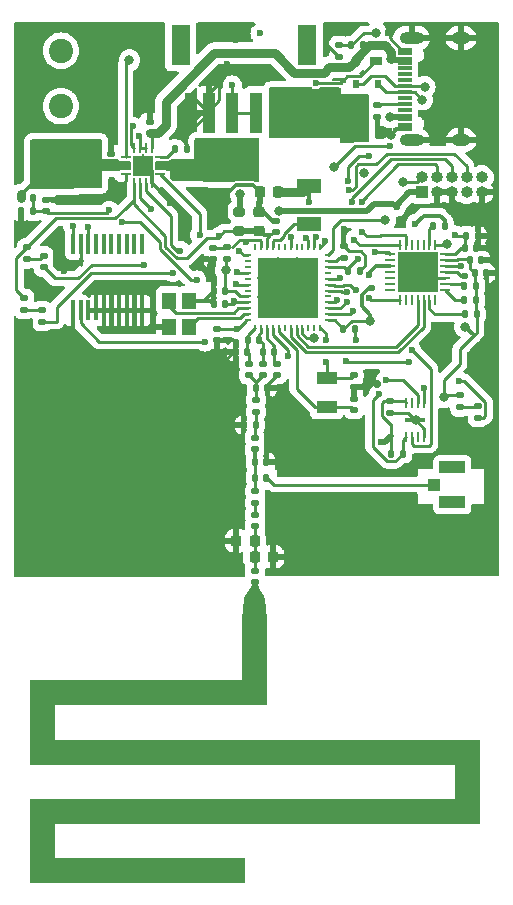
<source format=gtl>
G04 #@! TF.GenerationSoftware,KiCad,Pcbnew,(7.0.0)*
G04 #@! TF.CreationDate,2023-05-25T13:49:03-05:00*
G04 #@! TF.ProjectId,Emrick,456d7269-636b-42e6-9b69-6361645f7063,3*
G04 #@! TF.SameCoordinates,Original*
G04 #@! TF.FileFunction,Copper,L1,Top*
G04 #@! TF.FilePolarity,Positive*
%FSLAX46Y46*%
G04 Gerber Fmt 4.6, Leading zero omitted, Abs format (unit mm)*
G04 Created by KiCad (PCBNEW (7.0.0)) date 2023-05-25 13:49:03*
%MOMM*%
%LPD*%
G01*
G04 APERTURE LIST*
G04 Aperture macros list*
%AMRoundRect*
0 Rectangle with rounded corners*
0 $1 Rounding radius*
0 $2 $3 $4 $5 $6 $7 $8 $9 X,Y pos of 4 corners*
0 Add a 4 corners polygon primitive as box body*
4,1,4,$2,$3,$4,$5,$6,$7,$8,$9,$2,$3,0*
0 Add four circle primitives for the rounded corners*
1,1,$1+$1,$2,$3*
1,1,$1+$1,$4,$5*
1,1,$1+$1,$6,$7*
1,1,$1+$1,$8,$9*
0 Add four rect primitives between the rounded corners*
20,1,$1+$1,$2,$3,$4,$5,0*
20,1,$1+$1,$4,$5,$6,$7,0*
20,1,$1+$1,$6,$7,$8,$9,0*
20,1,$1+$1,$8,$9,$2,$3,0*%
G04 Aperture macros list end*
G04 #@! TA.AperFunction,ComponentPad*
%ADD10C,2.057400*%
G04 #@! TD*
G04 #@! TA.AperFunction,SMDPad,CuDef*
%ADD11RoundRect,0.135000X0.135000X0.185000X-0.135000X0.185000X-0.135000X-0.185000X0.135000X-0.185000X0*%
G04 #@! TD*
G04 #@! TA.AperFunction,SMDPad,CuDef*
%ADD12RoundRect,0.135000X-0.135000X-0.185000X0.135000X-0.185000X0.135000X0.185000X-0.135000X0.185000X0*%
G04 #@! TD*
G04 #@! TA.AperFunction,SMDPad,CuDef*
%ADD13R,1.600200X3.505200*%
G04 #@! TD*
G04 #@! TA.AperFunction,SMDPad,CuDef*
%ADD14R,0.990600X3.505200*%
G04 #@! TD*
G04 #@! TA.AperFunction,SMDPad,CuDef*
%ADD15RoundRect,0.140000X-0.170000X0.140000X-0.170000X-0.140000X0.170000X-0.140000X0.170000X0.140000X0*%
G04 #@! TD*
G04 #@! TA.AperFunction,SMDPad,CuDef*
%ADD16R,1.200000X1.400000*%
G04 #@! TD*
G04 #@! TA.AperFunction,SMDPad,CuDef*
%ADD17R,2.000000X1.200000*%
G04 #@! TD*
G04 #@! TA.AperFunction,SMDPad,CuDef*
%ADD18RoundRect,0.147500X-0.172500X0.147500X-0.172500X-0.147500X0.172500X-0.147500X0.172500X0.147500X0*%
G04 #@! TD*
G04 #@! TA.AperFunction,SMDPad,CuDef*
%ADD19RoundRect,0.140000X0.140000X0.170000X-0.140000X0.170000X-0.140000X-0.170000X0.140000X-0.170000X0*%
G04 #@! TD*
G04 #@! TA.AperFunction,SMDPad,CuDef*
%ADD20RoundRect,0.225000X-0.225000X-0.250000X0.225000X-0.250000X0.225000X0.250000X-0.225000X0.250000X0*%
G04 #@! TD*
G04 #@! TA.AperFunction,SMDPad,CuDef*
%ADD21RoundRect,0.140000X-0.140000X-0.170000X0.140000X-0.170000X0.140000X0.170000X-0.140000X0.170000X0*%
G04 #@! TD*
G04 #@! TA.AperFunction,SMDPad,CuDef*
%ADD22RoundRect,0.135000X0.185000X-0.135000X0.185000X0.135000X-0.185000X0.135000X-0.185000X-0.135000X0*%
G04 #@! TD*
G04 #@! TA.AperFunction,SMDPad,CuDef*
%ADD23RoundRect,0.140000X0.170000X-0.140000X0.170000X0.140000X-0.170000X0.140000X-0.170000X-0.140000X0*%
G04 #@! TD*
G04 #@! TA.AperFunction,SMDPad,CuDef*
%ADD24R,0.600000X0.700000*%
G04 #@! TD*
G04 #@! TA.AperFunction,SMDPad,CuDef*
%ADD25R,1.000000X0.700000*%
G04 #@! TD*
G04 #@! TA.AperFunction,SMDPad,CuDef*
%ADD26RoundRect,0.147500X0.172500X-0.147500X0.172500X0.147500X-0.172500X0.147500X-0.172500X-0.147500X0*%
G04 #@! TD*
G04 #@! TA.AperFunction,SMDPad,CuDef*
%ADD27R,0.965200X0.254000*%
G04 #@! TD*
G04 #@! TA.AperFunction,SMDPad,CuDef*
%ADD28R,0.254000X0.965200*%
G04 #@! TD*
G04 #@! TA.AperFunction,SMDPad,CuDef*
%ADD29R,3.352800X3.352800*%
G04 #@! TD*
G04 #@! TA.AperFunction,SMDPad,CuDef*
%ADD30R,0.355600X1.676400*%
G04 #@! TD*
G04 #@! TA.AperFunction,SMDPad,CuDef*
%ADD31R,0.850000X0.280000*%
G04 #@! TD*
G04 #@! TA.AperFunction,SMDPad,CuDef*
%ADD32R,0.280000X0.850000*%
G04 #@! TD*
G04 #@! TA.AperFunction,SMDPad,CuDef*
%ADD33R,1.700000X1.700000*%
G04 #@! TD*
G04 #@! TA.AperFunction,ComponentPad*
%ADD34C,0.508000*%
G04 #@! TD*
G04 #@! TA.AperFunction,ComponentPad*
%ADD35C,0.499999*%
G04 #@! TD*
G04 #@! TA.AperFunction,SMDPad,CuDef*
%ADD36R,5.150000X5.150000*%
G04 #@! TD*
G04 #@! TA.AperFunction,SMDPad,CuDef*
%ADD37O,0.599999X0.240000*%
G04 #@! TD*
G04 #@! TA.AperFunction,SMDPad,CuDef*
%ADD38O,0.240000X0.599999*%
G04 #@! TD*
G04 #@! TA.AperFunction,SMDPad,CuDef*
%ADD39R,1.800000X1.000000*%
G04 #@! TD*
G04 #@! TA.AperFunction,ComponentPad*
%ADD40O,1.000000X1.000000*%
G04 #@! TD*
G04 #@! TA.AperFunction,ComponentPad*
%ADD41R,1.000000X1.000000*%
G04 #@! TD*
G04 #@! TA.AperFunction,SMDPad,CuDef*
%ADD42R,2.200000X1.050000*%
G04 #@! TD*
G04 #@! TA.AperFunction,SMDPad,CuDef*
%ADD43R,1.050000X1.000000*%
G04 #@! TD*
G04 #@! TA.AperFunction,SMDPad,CuDef*
%ADD44RoundRect,0.225000X0.250000X-0.225000X0.250000X0.225000X-0.250000X0.225000X-0.250000X-0.225000X0*%
G04 #@! TD*
G04 #@! TA.AperFunction,SMDPad,CuDef*
%ADD45RoundRect,0.225000X0.225000X0.250000X-0.225000X0.250000X-0.225000X-0.250000X0.225000X-0.250000X0*%
G04 #@! TD*
G04 #@! TA.AperFunction,ComponentPad*
%ADD46O,1.600000X1.000000*%
G04 #@! TD*
G04 #@! TA.AperFunction,ComponentPad*
%ADD47O,2.100000X1.000000*%
G04 #@! TD*
G04 #@! TA.AperFunction,SMDPad,CuDef*
%ADD48R,1.150000X0.300000*%
G04 #@! TD*
G04 #@! TA.AperFunction,SMDPad,CuDef*
%ADD49RoundRect,0.135000X-0.185000X0.135000X-0.185000X-0.135000X0.185000X-0.135000X0.185000X0.135000X0*%
G04 #@! TD*
G04 #@! TA.AperFunction,SMDPad,CuDef*
%ADD50R,1.701800X0.304800*%
G04 #@! TD*
G04 #@! TA.AperFunction,SMDPad,CuDef*
%ADD51R,0.254000X0.812800*%
G04 #@! TD*
G04 #@! TA.AperFunction,SMDPad,CuDef*
%ADD52RoundRect,0.147500X-0.147500X-0.172500X0.147500X-0.172500X0.147500X0.172500X-0.147500X0.172500X0*%
G04 #@! TD*
G04 #@! TA.AperFunction,SMDPad,CuDef*
%ADD53RoundRect,0.200000X-0.275000X0.200000X-0.275000X-0.200000X0.275000X-0.200000X0.275000X0.200000X0*%
G04 #@! TD*
G04 #@! TA.AperFunction,ViaPad*
%ADD54C,0.600000*%
G04 #@! TD*
G04 #@! TA.AperFunction,ViaPad*
%ADD55C,0.800000*%
G04 #@! TD*
G04 #@! TA.AperFunction,ViaPad*
%ADD56C,0.700000*%
G04 #@! TD*
G04 #@! TA.AperFunction,Conductor*
%ADD57C,0.250000*%
G04 #@! TD*
G04 #@! TA.AperFunction,Conductor*
%ADD58C,0.800000*%
G04 #@! TD*
G04 #@! TA.AperFunction,Conductor*
%ADD59C,0.300000*%
G04 #@! TD*
G04 #@! TA.AperFunction,Conductor*
%ADD60C,0.500000*%
G04 #@! TD*
G04 APERTURE END LIST*
G36*
X102640125Y-64647283D02*
G01*
X102664584Y-64799895D01*
X102851244Y-65263585D01*
X103061459Y-65493750D01*
X103209949Y-65705080D01*
X103317671Y-66103904D01*
X103390471Y-66762789D01*
X103434194Y-67754298D01*
X103454684Y-69150996D01*
X103458334Y-70420939D01*
X103458334Y-75018751D01*
X85466667Y-75018751D01*
X85466667Y-77929167D01*
X121450000Y-77929167D01*
X121450000Y-85072917D01*
X85466667Y-85072917D01*
X85466667Y-87983334D01*
X101606250Y-87983334D01*
X101606250Y-90100000D01*
X83350000Y-90100000D01*
X83350000Y-82956251D01*
X119333334Y-82956251D01*
X119333334Y-80045834D01*
X83350000Y-80045834D01*
X83350000Y-72902084D01*
X101341667Y-72902084D01*
X101341667Y-69362606D01*
X101353469Y-67853159D01*
X101394473Y-66790585D01*
X101473081Y-66093002D01*
X101597691Y-65678525D01*
X101738542Y-65493750D01*
X102074763Y-65043289D01*
X102135417Y-64799895D01*
X102289215Y-64469110D01*
X102400000Y-64435417D01*
X102640125Y-64647283D01*
G37*
D10*
X86000000Y-19596100D03*
X86000000Y-24295100D03*
X86000000Y-28994100D03*
D11*
X82610000Y-33200000D03*
X83630000Y-33200000D03*
D12*
X83620000Y-32100000D03*
X82600000Y-32100000D03*
D13*
X106850000Y-19094698D03*
X96150001Y-19094698D03*
D14*
X98500001Y-24844700D03*
X100500000Y-24844700D03*
X102500001Y-24844700D03*
X104499999Y-24844700D03*
D15*
X84720000Y-33180000D03*
X84720000Y-32220000D03*
D16*
X95149999Y-42949999D03*
X95149999Y-40749999D03*
X96849999Y-40749999D03*
X96849999Y-42949999D03*
D11*
X110590000Y-19150000D03*
X111610000Y-19150000D03*
D17*
X106999999Y-31049999D03*
X106999999Y-34249999D03*
D18*
X102400000Y-53355000D03*
X102400000Y-52385000D03*
X101900000Y-47050000D03*
X101900000Y-46080000D03*
D19*
X98920000Y-39950000D03*
X99880000Y-39950000D03*
D20*
X103950000Y-62450000D03*
X102400000Y-62450000D03*
D15*
X99200000Y-44130000D03*
X99200000Y-43170000D03*
D21*
X110880000Y-43150000D03*
X109920000Y-43150000D03*
D22*
X100100000Y-36240000D03*
X100100000Y-37260000D03*
D21*
X121280000Y-35250000D03*
X120320000Y-35250000D03*
D23*
X93500000Y-25620000D03*
X93500000Y-26580000D03*
D11*
X120134000Y-39537000D03*
X121154000Y-39537000D03*
D24*
X112849999Y-22449999D03*
X110949999Y-22449999D03*
X110949999Y-20449999D03*
D25*
X112649999Y-20449999D03*
D22*
X83100000Y-36240000D03*
X83100000Y-37260000D03*
D26*
X121297000Y-49715000D03*
X121297000Y-50685000D03*
D15*
X103100000Y-47050000D03*
X103100000Y-46090000D03*
D27*
X118524099Y-39849999D03*
X118524099Y-39350000D03*
X118524099Y-38849998D03*
X118524099Y-38349999D03*
X118524099Y-37850000D03*
X118524099Y-37349998D03*
X118524099Y-36849999D03*
D28*
X117699999Y-36025899D03*
X117200000Y-36025899D03*
X116699998Y-36025899D03*
X116199999Y-36025899D03*
X115700000Y-36025899D03*
X115199998Y-36025899D03*
X114699999Y-36025899D03*
D27*
X113875899Y-36849999D03*
X113875899Y-37349998D03*
X113875899Y-37850000D03*
X113875899Y-38349999D03*
X113875899Y-38849998D03*
X113875899Y-39350000D03*
X113875899Y-39849999D03*
D28*
X114699999Y-40674099D03*
X115199998Y-40674099D03*
X115700000Y-40674099D03*
X116199999Y-40674099D03*
X116699998Y-40674099D03*
X117200000Y-40674099D03*
X117699999Y-40674099D03*
D29*
X116199999Y-38349999D03*
D11*
X117490000Y-34450000D03*
X118510000Y-34450000D03*
D30*
X87027501Y-35944849D03*
X87677500Y-35944849D03*
X88327501Y-35944849D03*
X88977500Y-35944849D03*
X89627501Y-35944849D03*
X90277500Y-35944849D03*
X90927501Y-35944849D03*
X91577500Y-35944849D03*
X92227501Y-35944849D03*
X92877499Y-35944849D03*
X92877497Y-41583649D03*
X92227498Y-41583649D03*
X91577497Y-41583649D03*
X90927498Y-41583649D03*
X90277497Y-41583649D03*
X89627498Y-41583649D03*
X88977500Y-41583649D03*
X88327498Y-41583649D03*
X87677500Y-41583649D03*
X87027499Y-41583649D03*
D31*
X91474809Y-28574997D03*
X91474809Y-29074998D03*
X91474809Y-29574998D03*
X91474809Y-30074999D03*
D32*
X92199621Y-30799999D03*
X92699747Y-30799999D03*
X93199873Y-30799999D03*
X93699999Y-30799999D03*
D31*
X94424811Y-30074999D03*
X94424811Y-29574998D03*
X94424811Y-29074998D03*
X94424811Y-28574997D03*
D32*
X93699999Y-27849997D03*
X93199873Y-27849997D03*
X92699747Y-27849997D03*
X92199621Y-27849997D03*
D33*
X92949810Y-29324998D03*
D34*
X92556111Y-28931299D03*
X93343511Y-28931299D03*
X93343511Y-29718699D03*
X92556111Y-29718699D03*
D23*
X104200000Y-34020000D03*
X104200000Y-34980000D03*
X90200000Y-28300000D03*
X90200000Y-29260000D03*
D15*
X98900000Y-37230000D03*
X98900000Y-36270000D03*
D21*
X111280000Y-38250000D03*
X110320000Y-38250000D03*
X101786000Y-45070000D03*
X100826000Y-45070000D03*
D35*
X104396499Y-37325001D03*
X106003501Y-38846499D03*
X104396499Y-38846499D03*
X107524999Y-40453501D03*
X106003501Y-40453501D03*
X104396499Y-40453501D03*
X104396499Y-41974999D03*
X106003501Y-37325001D03*
X102875001Y-38846499D03*
X102875001Y-40453501D03*
X106003501Y-41974999D03*
D36*
X105199999Y-39649999D03*
D37*
X101799998Y-42399999D03*
X101799998Y-41900000D03*
X101799998Y-41400001D03*
X101799998Y-40899999D03*
X101799998Y-40400000D03*
X101799998Y-39899999D03*
X101799998Y-39399999D03*
X101799998Y-38900001D03*
X101799998Y-38399999D03*
X101799998Y-37900000D03*
X101799998Y-37399998D03*
X101799998Y-36899999D03*
D38*
X102449999Y-36249998D03*
X102949998Y-36249998D03*
X103449997Y-36249998D03*
X103949999Y-36249998D03*
X104449998Y-36249998D03*
X104949999Y-36249998D03*
X105449999Y-36249998D03*
X105949997Y-36249998D03*
X106449999Y-36249998D03*
X106949998Y-36249998D03*
X107450000Y-36249998D03*
X107949999Y-36249998D03*
D37*
X108600000Y-36899999D03*
X108600000Y-37399998D03*
X108600000Y-37900000D03*
X108600000Y-38399999D03*
X108600000Y-38900001D03*
X108600000Y-39399999D03*
X108600000Y-39899999D03*
X108600000Y-40400000D03*
X108600000Y-40899999D03*
X108600000Y-41400001D03*
X108600000Y-41900000D03*
X108600000Y-42399999D03*
D38*
X107949999Y-43050000D03*
X107450000Y-43050000D03*
X106949998Y-43050000D03*
X106449999Y-43050000D03*
X105949997Y-43050000D03*
X105449999Y-43050000D03*
X104949999Y-43050000D03*
X104449998Y-43050000D03*
X103949999Y-43050000D03*
X103449997Y-43050000D03*
X102949998Y-43050000D03*
X102449999Y-43050000D03*
D35*
X107524999Y-38846499D03*
D19*
X98920000Y-41050000D03*
X99880000Y-41050000D03*
D39*
X108499999Y-47299999D03*
X108499999Y-49799999D03*
D11*
X120134000Y-40680000D03*
X121154000Y-40680000D03*
D40*
X121629999Y-30304999D03*
X121629999Y-31574999D03*
X120359999Y-30304999D03*
X120359999Y-31574999D03*
X119089999Y-30304999D03*
X119089999Y-31574999D03*
X117819999Y-30304999D03*
X117819999Y-31574999D03*
X116549999Y-30304999D03*
D41*
X116549999Y-31574999D03*
D42*
X119144999Y-57807499D03*
X119144999Y-54857499D03*
D43*
X117619999Y-56332499D03*
D15*
X113900000Y-50230000D03*
X113900000Y-49270000D03*
D19*
X101520000Y-51270000D03*
X102480000Y-51270000D03*
D44*
X102800000Y-33275000D03*
X102800000Y-34825000D03*
D45*
X100850000Y-61100000D03*
X102400000Y-61100000D03*
D15*
X102400000Y-64580000D03*
X102400000Y-63620000D03*
D46*
X119874999Y-18529999D03*
D47*
X115694999Y-18529999D03*
D46*
X119874999Y-27169999D03*
D47*
X115694999Y-27169999D03*
D48*
X115129999Y-25899999D03*
X115129999Y-25099999D03*
X115129999Y-24599999D03*
X115129999Y-23599999D03*
X115129999Y-22099999D03*
X115129999Y-21099999D03*
X115129999Y-20599999D03*
X115129999Y-19799999D03*
X115129999Y-19499999D03*
X115129999Y-20299999D03*
X115129999Y-21599999D03*
X115129999Y-22599999D03*
X115129999Y-23099999D03*
X115129999Y-24099999D03*
X115129999Y-25399999D03*
X115129999Y-26199999D03*
D23*
X110000000Y-36170000D03*
X110000000Y-37130000D03*
D21*
X103480000Y-48170000D03*
X102520000Y-48170000D03*
D19*
X102420000Y-55732500D03*
X103380000Y-55732500D03*
D22*
X119773000Y-48779000D03*
X119773000Y-49799000D03*
D21*
X103380000Y-54450000D03*
X102420000Y-54450000D03*
D26*
X84424000Y-41583000D03*
X84424000Y-42553000D03*
D23*
X102400000Y-56902500D03*
X102400000Y-57862500D03*
X110800000Y-49070000D03*
X110800000Y-50030000D03*
D21*
X121980000Y-38450000D03*
X121020000Y-38450000D03*
D49*
X109550000Y-20110000D03*
X109550000Y-19090000D03*
D21*
X121180000Y-36300000D03*
X120220000Y-36300000D03*
D15*
X110800000Y-48030000D03*
X110800000Y-47070000D03*
D18*
X102400000Y-59867500D03*
X102400000Y-58897500D03*
D21*
X121580000Y-37350000D03*
X120620000Y-37350000D03*
D15*
X104300000Y-47050000D03*
X104300000Y-46090000D03*
D12*
X114960000Y-53700000D03*
X113940000Y-53700000D03*
X96710000Y-27900000D03*
X95690000Y-27900000D03*
D18*
X102500000Y-50155000D03*
X102500000Y-49185000D03*
D50*
X115999999Y-50849999D03*
D51*
X115237999Y-49402199D03*
X115745999Y-49402199D03*
X116253999Y-49402199D03*
X116761999Y-49402199D03*
X116761999Y-52297799D03*
X116253999Y-52297799D03*
X115745999Y-52297799D03*
X115237999Y-52297799D03*
D22*
X112800000Y-24190000D03*
X112800000Y-25210000D03*
D26*
X84527000Y-36969000D03*
X84527000Y-37939000D03*
D22*
X82900000Y-40530000D03*
X82900000Y-41550000D03*
D11*
X120172000Y-41914000D03*
X121192000Y-41914000D03*
D52*
X102807000Y-44070000D03*
X101837000Y-44070000D03*
D53*
X101100000Y-34875000D03*
X101100000Y-33225000D03*
D52*
X104077000Y-45070000D03*
X103107000Y-45070000D03*
D45*
X102825000Y-31550000D03*
X104375000Y-31550000D03*
D54*
X97000000Y-24800000D03*
X96800000Y-23400000D03*
X96400000Y-24200000D03*
X96200000Y-24900000D03*
X97100000Y-24100000D03*
X93649502Y-33000000D03*
X100800000Y-18700000D03*
X108430190Y-18300000D03*
X107580190Y-22346799D03*
X100100000Y-20699500D03*
X96100000Y-26900000D03*
X92600000Y-26800000D03*
X110299367Y-30633506D03*
X112100000Y-28500000D03*
X101700000Y-35800000D03*
X99400000Y-35300000D03*
X98700000Y-33400000D03*
X100500000Y-22500000D03*
X88300000Y-34500000D03*
X87000000Y-34409500D03*
X93000000Y-37700000D03*
X95500000Y-38400000D03*
X100835473Y-39340371D03*
X97500000Y-39000000D03*
X91200000Y-34100000D03*
X90100000Y-33100000D03*
X100900000Y-38300000D03*
X96116518Y-36525000D03*
X97748115Y-35170894D03*
X101107677Y-36525500D03*
X95200000Y-32500000D03*
X88700000Y-25600000D03*
X90400000Y-31800000D03*
X92099310Y-26000000D03*
D55*
X91800000Y-20400000D03*
X110600000Y-26800000D03*
X111600000Y-26800000D03*
X110600000Y-25900000D03*
X111600000Y-25900000D03*
X110600000Y-24900000D03*
X111600000Y-24900000D03*
X111600000Y-23900000D03*
X110600000Y-23900000D03*
X109150048Y-29449951D03*
X102000000Y-27500000D03*
X102000000Y-28400000D03*
X102000000Y-29300000D03*
X102000000Y-30200000D03*
D54*
X120900000Y-84532500D03*
X90600000Y-88432500D03*
X111900000Y-78332500D03*
X93100000Y-89632500D03*
X111200000Y-83432500D03*
X121000000Y-78432500D03*
X109200000Y-79732500D03*
X95800000Y-74632500D03*
X102600000Y-79632500D03*
X97000000Y-88432500D03*
X90800000Y-84532500D03*
X108500000Y-84632500D03*
X106200000Y-78332500D03*
X92400000Y-73332500D03*
X94300000Y-83432500D03*
X83900000Y-84732500D03*
X105600000Y-83432500D03*
X83700000Y-73332500D03*
X102900000Y-74532500D03*
X87500000Y-83432500D03*
X119700000Y-81532500D03*
X97200000Y-84732500D03*
X99900000Y-73332500D03*
X101800000Y-66432500D03*
X116900000Y-83432500D03*
X83700000Y-79732500D03*
X95600000Y-79732500D03*
X83900000Y-89232500D03*
X86900000Y-89732500D03*
X88500000Y-79632500D03*
X89300000Y-74632500D03*
X118700000Y-79632500D03*
X103000000Y-69332500D03*
X101800000Y-72032500D03*
X83700000Y-77032500D03*
X102800000Y-84632500D03*
X114600000Y-84632500D03*
X114500000Y-79732500D03*
X85000000Y-86832500D03*
X117400000Y-78432500D03*
X86000000Y-78432500D03*
X84700000Y-75032500D03*
X91700000Y-78432500D03*
X100500000Y-89732500D03*
X100200000Y-83432500D03*
X86900000Y-73432500D03*
X99200000Y-78332500D03*
X83500000Y-48650000D03*
D56*
X99250000Y-46450000D03*
D55*
X120450000Y-33700000D03*
D54*
X93600000Y-43250000D03*
X93900000Y-57150000D03*
X84200000Y-51300000D03*
X113711515Y-18105387D03*
X99500000Y-56950000D03*
X92500000Y-52250000D03*
D56*
X98450000Y-38450000D03*
D54*
X88300000Y-55450000D03*
D56*
X112729962Y-47808742D03*
D55*
X113950000Y-26700000D03*
D54*
X121550000Y-20350000D03*
X95500000Y-53400000D03*
X95300000Y-48800000D03*
X122200000Y-51850000D03*
X86200000Y-51400000D03*
X118000000Y-45200000D03*
X121600000Y-60950000D03*
X122300000Y-46200000D03*
X89150000Y-51600000D03*
X105300000Y-60450000D03*
X94750000Y-45950000D03*
X83500000Y-44850000D03*
X98200000Y-51650000D03*
D55*
X115200000Y-37450000D03*
D54*
X85000000Y-53200000D03*
X98300000Y-46950000D03*
D55*
X116025000Y-50875000D03*
D54*
X121550000Y-24350000D03*
X86300000Y-38250000D03*
X114500000Y-60250000D03*
D55*
X111700000Y-29950000D03*
D54*
X85400000Y-57550000D03*
X89600000Y-59850000D03*
X121000000Y-52950000D03*
X117700000Y-60650000D03*
X94900000Y-60050000D03*
X105000000Y-50200000D03*
D55*
X117200000Y-39200000D03*
D54*
X97600000Y-60150000D03*
D56*
X103700000Y-49200000D03*
D54*
X114900000Y-58050000D03*
D55*
X117200000Y-37450000D03*
D54*
X106900000Y-52950000D03*
X109950000Y-51600000D03*
D56*
X104700000Y-53650000D03*
D54*
X109950000Y-34700000D03*
X91350000Y-48750000D03*
X112300000Y-58450000D03*
X111000000Y-44050000D03*
X83400000Y-59850000D03*
X118300000Y-20900000D03*
X118400000Y-25400000D03*
X105900000Y-54600000D03*
X106100000Y-58450000D03*
X88600000Y-49000000D03*
D55*
X115200000Y-39200000D03*
D54*
X88600000Y-46050000D03*
X109850000Y-53750000D03*
X85500000Y-47200000D03*
X90200000Y-39500000D03*
X84700000Y-39950000D03*
X110600000Y-60550000D03*
X108800000Y-58050000D03*
X122000000Y-59150000D03*
X119650000Y-51600000D03*
D56*
X100450000Y-51200000D03*
D54*
X121900000Y-53850000D03*
D55*
X99950000Y-38200000D03*
D54*
X111158411Y-37208411D03*
X112300000Y-39650000D03*
D55*
X112200000Y-42450000D03*
D54*
X116000000Y-34250000D03*
D55*
X118450000Y-48950000D03*
X120200000Y-42950000D03*
D54*
X108450000Y-45950000D03*
X105200451Y-45424500D03*
D55*
X113900000Y-25250000D03*
X113955000Y-20300000D03*
D54*
X100880000Y-43170000D03*
X107000000Y-32397502D03*
X100658411Y-40791589D03*
X115500000Y-45950000D03*
X110100000Y-45850000D03*
X108400000Y-44050000D03*
X119700000Y-47550000D03*
X113100000Y-52750000D03*
D55*
X101200000Y-31750000D03*
D54*
X114424156Y-32825500D03*
D55*
X104500000Y-33147002D03*
X114950000Y-30700000D03*
X113437701Y-33962299D03*
D54*
X108325501Y-35700000D03*
X111450000Y-32397502D03*
X110650497Y-32397502D03*
X107583099Y-35403277D03*
X110423339Y-31423339D03*
X106784108Y-35431875D03*
D55*
X116600000Y-23750000D03*
D54*
X120200000Y-38700000D03*
X119875734Y-37849500D03*
D55*
X116800000Y-22650000D03*
D54*
X112912254Y-48638453D03*
X105500000Y-35400000D03*
X98200000Y-44250000D03*
D55*
X107450000Y-43950000D03*
D54*
X110700000Y-41650000D03*
X115700000Y-44950000D03*
X116700000Y-48150000D03*
X110200000Y-40850000D03*
X109414683Y-40700062D03*
X113500000Y-47450000D03*
X113858420Y-27675500D03*
X119400000Y-35200000D03*
X112099500Y-40550000D03*
X110958728Y-39843088D03*
X109614558Y-38857499D03*
X112099500Y-38577378D03*
D55*
X112700000Y-18100000D03*
X118650000Y-36000000D03*
D54*
X111483531Y-34933531D03*
X110833531Y-35583531D03*
X112600000Y-36650000D03*
X102849810Y-18124500D03*
X110186629Y-40050609D03*
D57*
X89900000Y-33300000D02*
X90100000Y-33100000D01*
X84840000Y-33300000D02*
X89900000Y-33300000D01*
X84720000Y-33180000D02*
X84840000Y-33300000D01*
X85366453Y-28994100D02*
X82600000Y-31760553D01*
X86000000Y-28994100D02*
X85366453Y-28994100D01*
D58*
X94220000Y-26580000D02*
X93500000Y-26580000D01*
X94900000Y-25900000D02*
X94220000Y-26580000D01*
X94900000Y-23900000D02*
X94900000Y-25900000D01*
X99000000Y-19800000D02*
X94900000Y-23900000D01*
X108250101Y-21447299D02*
X105747299Y-21447299D01*
X104100000Y-19800000D02*
X99000000Y-19800000D01*
X108717400Y-20980000D02*
X108250101Y-21447299D01*
X110420000Y-20980000D02*
X108717400Y-20980000D01*
X110950000Y-20450000D02*
X110420000Y-20980000D01*
X105747299Y-21447299D02*
X104100000Y-19800000D01*
D57*
X99400000Y-22000000D02*
X99700000Y-21700000D01*
X99400000Y-23800000D02*
X99400000Y-22000000D01*
X98500002Y-24699998D02*
X99400000Y-23800000D01*
X98500002Y-24844701D02*
X98500002Y-24699998D01*
X98500002Y-23199998D02*
X99400000Y-22300000D01*
X98500002Y-24844701D02*
X98500002Y-23199998D01*
X97300000Y-26200000D02*
X97200000Y-26200000D01*
X97300000Y-26044703D02*
X97300000Y-26200000D01*
X98500002Y-24844701D02*
X97300000Y-26044703D01*
X97100000Y-25600000D02*
X97150000Y-25550000D01*
X97100000Y-25600000D02*
X97200000Y-25700000D01*
X97855299Y-24844701D02*
X97100000Y-25600000D01*
X98500002Y-24844701D02*
X97855299Y-24844701D01*
X97355301Y-23700000D02*
X98500002Y-24844701D01*
X97300000Y-23700000D02*
X97355301Y-23700000D01*
X92699748Y-32050246D02*
X93649502Y-33000000D01*
X92699748Y-30800000D02*
X92699748Y-32050246D01*
X93199874Y-31514874D02*
X93199874Y-30800000D01*
X95300000Y-36024500D02*
X95300000Y-33615000D01*
X95800500Y-36525000D02*
X95300000Y-36024500D01*
X95300000Y-33615000D02*
X93199874Y-31514874D01*
X96116518Y-36525000D02*
X95800500Y-36525000D01*
X94850000Y-36210896D02*
X94850000Y-35250000D01*
X96652893Y-37150000D02*
X95789104Y-37150000D01*
X99825000Y-34875000D02*
X99270222Y-35429778D01*
X99270222Y-35429778D02*
X98373115Y-35429778D01*
X94850000Y-35250000D02*
X92199622Y-32599622D01*
X101100000Y-34875000D02*
X99825000Y-34875000D01*
X98373115Y-35429778D02*
X96652893Y-37150000D01*
X95789104Y-37150000D02*
X94850000Y-36210896D01*
X92199622Y-32599622D02*
X92199622Y-31500000D01*
X92699748Y-27849998D02*
X93199874Y-27849998D01*
X108430190Y-18990190D02*
X109550000Y-20110000D01*
X108430190Y-18300000D02*
X108430190Y-18990190D01*
X109679419Y-22346799D02*
X107580190Y-22346799D01*
X110251218Y-21775000D02*
X109679419Y-22346799D01*
X111325000Y-21775000D02*
X110251218Y-21775000D01*
X112650000Y-20450000D02*
X111325000Y-21775000D01*
X98500002Y-22299498D02*
X98500002Y-24844701D01*
X100100000Y-20699500D02*
X98500002Y-22299498D01*
X96710000Y-27510000D02*
X96100000Y-26900000D01*
X96710000Y-27900000D02*
X96710000Y-27510000D01*
X92699748Y-26899748D02*
X92600000Y-26800000D01*
X92699748Y-27849998D02*
X92699748Y-26899748D01*
X91924810Y-27575186D02*
X92199622Y-27849998D01*
X91924810Y-26174500D02*
X91924810Y-27575186D01*
X92099310Y-26000000D02*
X91924810Y-26174500D01*
X110299367Y-30633506D02*
X110299367Y-29464237D01*
X111263604Y-28500000D02*
X112100000Y-28500000D01*
X110299367Y-29464237D02*
X111263604Y-28500000D01*
X101500000Y-35600000D02*
X101150000Y-35600000D01*
X101700000Y-35800000D02*
X101500000Y-35600000D01*
X101900000Y-35600000D02*
X101700000Y-35800000D01*
X101107677Y-36525500D02*
X101482177Y-36900000D01*
X101482177Y-36900000D02*
X101799999Y-36900000D01*
X100500001Y-24844701D02*
X102500002Y-24844701D01*
X100500000Y-22500000D02*
X100500001Y-24844701D01*
X88327502Y-34527502D02*
X88300000Y-34500000D01*
X88327502Y-35944850D02*
X88327502Y-34527502D01*
X87000000Y-35917348D02*
X87027502Y-35944850D01*
X87000000Y-34409500D02*
X87000000Y-35917348D01*
X85463000Y-38875000D02*
X84527000Y-37939000D01*
X88608754Y-37700000D02*
X87433754Y-38875000D01*
X93000000Y-37700000D02*
X88608754Y-37700000D01*
X87433754Y-38875000D02*
X85463000Y-38875000D01*
X85647000Y-42553000D02*
X84424000Y-42553000D01*
X88545150Y-38400000D02*
X85647000Y-41298150D01*
X85647000Y-41298150D02*
X85647000Y-42553000D01*
X95500000Y-38400000D02*
X88545150Y-38400000D01*
X100895102Y-39400000D02*
X101799999Y-39400000D01*
X100835473Y-39340371D02*
X100895102Y-39400000D01*
X97002708Y-39000000D02*
X97500000Y-39000000D01*
X94400000Y-36397292D02*
X97002708Y-39000000D01*
X94400000Y-35801350D02*
X94400000Y-36397292D01*
X92698650Y-34100000D02*
X94400000Y-35801350D01*
X91200000Y-34100000D02*
X92698650Y-34100000D01*
X91500000Y-32900000D02*
X90615000Y-33785000D01*
X92199622Y-32200378D02*
X91500000Y-32900000D01*
X101000000Y-38400000D02*
X100900000Y-38300000D01*
X101799999Y-38400000D02*
X101000000Y-38400000D01*
X97748115Y-33398303D02*
X94424812Y-30075000D01*
X97748115Y-35170894D02*
X97748115Y-33398303D01*
X93700000Y-30800000D02*
X94700000Y-31800000D01*
X91474810Y-30625190D02*
X90800000Y-31300000D01*
X91474810Y-30075000D02*
X91474810Y-30625190D01*
X90615000Y-33785000D02*
X85555000Y-33785000D01*
X85555000Y-33785000D02*
X83100000Y-36240000D01*
X92199622Y-30800000D02*
X92199622Y-32200378D01*
X83630000Y-33200000D02*
X84700000Y-33200000D01*
X84700000Y-33200000D02*
X84720000Y-33180000D01*
X83630000Y-32110000D02*
X83620000Y-32100000D01*
X83630000Y-33200000D02*
X83630000Y-32110000D01*
X91474810Y-20725190D02*
X91800000Y-20400000D01*
X91474810Y-28574998D02*
X91474810Y-20725190D01*
D58*
X82600000Y-32100000D02*
X82600000Y-31760553D01*
D57*
X110924499Y-27675500D02*
X113858420Y-27675500D01*
X109150048Y-29449951D02*
X110924499Y-27675500D01*
X112700000Y-18100000D02*
X111640000Y-18100000D01*
X111640000Y-18100000D02*
X110590000Y-19150000D01*
X94424812Y-28574998D02*
X95015002Y-28574998D01*
X95015002Y-28574998D02*
X95690000Y-27900000D01*
X93700000Y-26780000D02*
X93500000Y-26580000D01*
X93700000Y-27849998D02*
X93700000Y-26780000D01*
X109610000Y-19150000D02*
X109550000Y-19090000D01*
X110590000Y-19150000D02*
X109610000Y-19150000D01*
X111383884Y-36550000D02*
X110380000Y-36550000D01*
X116025000Y-50875000D02*
X116000000Y-50850000D01*
X98450000Y-38450000D02*
X98920000Y-38920000D01*
X103480000Y-48170000D02*
X103480000Y-48980000D01*
X112729962Y-47808742D02*
X111591258Y-47808742D01*
X115130000Y-19500000D02*
X114775305Y-19500000D01*
D59*
X114450000Y-26200000D02*
X114200000Y-26450000D01*
X100000000Y-31850000D02*
X100000000Y-34050000D01*
D57*
X115695000Y-18530000D02*
X119875000Y-18530000D01*
D59*
X114200000Y-26450000D02*
X113950000Y-26700000D01*
D57*
X103480000Y-48170000D02*
X103480000Y-47870000D01*
D60*
X117820000Y-31575000D02*
X119090000Y-31575000D01*
D57*
X98450000Y-38450000D02*
X98450000Y-37680000D01*
D60*
X119090000Y-32340000D02*
X120450000Y-33700000D01*
D57*
X116762000Y-52297800D02*
X116762000Y-51612000D01*
D59*
X102800000Y-33275000D02*
X103155000Y-33275000D01*
X100850000Y-31000000D02*
X100000000Y-31850000D01*
D60*
X119090000Y-31575000D02*
X119090000Y-32340000D01*
D57*
X117200000Y-39200000D02*
X117550001Y-38849999D01*
D59*
X102800000Y-31575000D02*
X102825000Y-31550000D01*
D57*
X103480000Y-48980000D02*
X103700000Y-49200000D01*
D59*
X87027500Y-41583650D02*
X87027500Y-43622500D01*
D57*
X99250000Y-46450000D02*
X100630000Y-45070000D01*
D59*
X96850000Y-40750000D02*
X98620000Y-40750000D01*
D60*
X121630000Y-32520000D02*
X121630000Y-31575000D01*
D57*
X116762000Y-51612000D02*
X116025000Y-50875000D01*
X114775305Y-19500000D02*
X113828446Y-18553142D01*
X87677501Y-35944850D02*
X87677501Y-37772499D01*
X110000000Y-34750000D02*
X109950000Y-34700000D01*
X110000000Y-36170000D02*
X110000000Y-34750000D01*
D59*
X98620000Y-40750000D02*
X98920000Y-41050000D01*
X102275000Y-31000000D02*
X100850000Y-31000000D01*
D57*
X111783411Y-36949527D02*
X111383884Y-36550000D01*
X100630000Y-45070000D02*
X100826000Y-45070000D01*
X99200000Y-46400000D02*
X99200000Y-44130000D01*
X98450000Y-37680000D02*
X98900000Y-37230000D01*
X115380000Y-50230000D02*
X116000000Y-50850000D01*
X110800000Y-48030000D02*
X110800000Y-49070000D01*
X103930000Y-54420000D02*
X104700000Y-53650000D01*
D59*
X96850000Y-40750000D02*
X98120000Y-40750000D01*
X98120000Y-40750000D02*
X98920000Y-39950000D01*
D57*
X111280000Y-38250000D02*
X111783411Y-37746589D01*
X110880000Y-43130000D02*
X110950000Y-43200000D01*
X98920000Y-38920000D02*
X98920000Y-39950000D01*
D59*
X115130000Y-26200000D02*
X114450000Y-26200000D01*
D57*
X111783411Y-37746589D02*
X111783411Y-36949527D01*
X111591258Y-47808742D02*
X111370000Y-48030000D01*
X117550001Y-38849999D02*
X118524100Y-38849999D01*
D59*
X102825000Y-31550000D02*
X102275000Y-31000000D01*
D57*
X98920000Y-39950000D02*
X98920000Y-41050000D01*
X113828446Y-18553142D02*
X113828446Y-18222318D01*
X111370000Y-48030000D02*
X110800000Y-48030000D01*
X99250000Y-46450000D02*
X99200000Y-46400000D01*
D59*
X102800000Y-33275000D02*
X102800000Y-31575000D01*
D57*
X110880000Y-43150000D02*
X110880000Y-43930000D01*
X115695000Y-27170000D02*
X119875000Y-27170000D01*
D59*
X103155000Y-33275000D02*
X103950000Y-34070000D01*
X93699811Y-29821167D02*
X93699811Y-30758831D01*
D57*
X113900000Y-50230000D02*
X115380000Y-50230000D01*
X110380000Y-36550000D02*
X110000000Y-36170000D01*
X103480000Y-47870000D02*
X104300000Y-47050000D01*
D60*
X120450000Y-33700000D02*
X121630000Y-32520000D01*
D57*
X119875000Y-27170000D02*
X119875000Y-18530000D01*
X115130000Y-19630000D02*
X115200000Y-19700000D01*
X103380000Y-54420000D02*
X103930000Y-54420000D01*
X100520000Y-51270000D02*
X100450000Y-51200000D01*
X101520000Y-51270000D02*
X100520000Y-51270000D01*
X113828446Y-18222318D02*
X113711515Y-18105387D01*
X119616850Y-37224500D02*
X120494500Y-37224500D01*
X108600001Y-42400000D02*
X109170000Y-42400000D01*
D59*
X112080261Y-39650000D02*
X112300000Y-39650000D01*
D60*
X101100000Y-34875000D02*
X102750000Y-34875000D01*
D59*
X118100000Y-33550000D02*
X118510000Y-33960000D01*
D57*
X109170000Y-42400000D02*
X109920000Y-43150000D01*
X109920000Y-43142391D02*
X110612391Y-42450000D01*
D59*
X111450000Y-41200000D02*
X111450000Y-40280261D01*
D57*
X119773000Y-48779000D02*
X118621000Y-48779000D01*
X119773000Y-44877000D02*
X120950000Y-43700000D01*
X121154000Y-39537000D02*
X121154000Y-40680000D01*
X120620000Y-37350000D02*
X120620000Y-38050000D01*
X100100000Y-37260000D02*
X99950000Y-37410000D01*
X121192000Y-43458000D02*
X121192000Y-41914000D01*
X100700000Y-39950000D02*
X101150001Y-40400001D01*
D59*
X120200000Y-42950000D02*
X120950000Y-43700000D01*
D57*
X103700000Y-35200000D02*
X103449998Y-35450002D01*
X99880000Y-39950000D02*
X100700000Y-39950000D01*
X119491350Y-37350000D02*
X119616850Y-37224500D01*
X118450000Y-47435000D02*
X119773000Y-46112000D01*
D59*
X112200000Y-41950000D02*
X112200000Y-42450000D01*
D57*
X120620000Y-38050000D02*
X121020000Y-38450000D01*
D59*
X103200000Y-35200000D02*
X103700000Y-35200000D01*
D57*
X83100000Y-36240000D02*
X82200000Y-37140000D01*
D59*
X116000000Y-34250000D02*
X116700000Y-33550000D01*
D57*
X121154000Y-40680000D02*
X121154000Y-41876000D01*
X118524100Y-37349999D02*
X119491350Y-37350000D01*
X121020000Y-38450000D02*
X121020000Y-39403000D01*
X118621000Y-48779000D02*
X118450000Y-48950000D01*
D59*
X102800000Y-34825000D02*
X102825000Y-34825000D01*
D57*
X121020000Y-39403000D02*
X121154000Y-39537000D01*
X109970001Y-37900001D02*
X108600001Y-37900001D01*
X121154000Y-41876000D02*
X121192000Y-41914000D01*
X82200000Y-39830000D02*
X82900000Y-40530000D01*
X99950000Y-37410000D02*
X99950000Y-38200000D01*
X110612391Y-42450000D02*
X112200000Y-42450000D01*
X103449998Y-35450002D02*
X103449998Y-36249999D01*
D59*
X111158411Y-37208411D02*
X110320000Y-38046822D01*
D57*
X110320000Y-38250000D02*
X109970001Y-37900001D01*
D59*
X118510000Y-33960000D02*
X118510000Y-34450000D01*
D57*
X99880000Y-39950000D02*
X99880000Y-38270000D01*
D59*
X110320000Y-38046822D02*
X110320000Y-38250000D01*
D60*
X102750000Y-34875000D02*
X102800000Y-34825000D01*
D59*
X102825000Y-34825000D02*
X103200000Y-35200000D01*
D57*
X103786396Y-35150000D02*
X103900000Y-35150000D01*
D59*
X116700000Y-33550000D02*
X118100000Y-33550000D01*
D57*
X82200000Y-37140000D02*
X82200000Y-39830000D01*
X109920000Y-43150000D02*
X109920000Y-43142391D01*
X119773000Y-46112000D02*
X119773000Y-44877000D01*
X120950000Y-43700000D02*
X121192000Y-43458000D01*
X99880000Y-38270000D02*
X99950000Y-38200000D01*
X118450000Y-48950000D02*
X118450000Y-47435000D01*
D59*
X111450000Y-41200000D02*
X112200000Y-41950000D01*
X111450000Y-40280261D02*
X112080261Y-39650000D01*
D57*
X120494500Y-37224500D02*
X120620000Y-37350000D01*
X101150001Y-40400001D02*
X101799999Y-40400001D01*
X108500000Y-47300000D02*
X110570000Y-47300000D01*
X105200451Y-45424500D02*
X105200451Y-44950451D01*
X103950000Y-43700000D02*
X103950000Y-43050001D01*
X108500000Y-46000000D02*
X108450000Y-45950000D01*
X110570000Y-47300000D02*
X110800000Y-47070000D01*
X105200451Y-44950451D02*
X103950000Y-43700000D01*
X108500000Y-47300000D02*
X108500000Y-46000000D01*
X101900000Y-45184000D02*
X101786000Y-45070000D01*
X101786000Y-45070000D02*
X101786000Y-44121000D01*
X101837000Y-43663001D02*
X102450000Y-43050001D01*
X101900000Y-46080000D02*
X101900000Y-45184000D01*
X101786000Y-44121000D02*
X101837000Y-44070000D01*
X101837000Y-44070000D02*
X101837000Y-43663001D01*
X102450000Y-54515000D02*
X102450000Y-55550000D01*
D59*
X102420000Y-53375000D02*
X102400000Y-53355000D01*
D57*
X102400000Y-55752500D02*
X102420000Y-55732500D01*
D59*
X102420000Y-54450000D02*
X102420000Y-53375000D01*
D57*
X102400000Y-56902500D02*
X102400000Y-55752500D01*
X107550000Y-49800000D02*
X105950000Y-48200000D01*
X104449999Y-43449999D02*
X104449999Y-43050001D01*
X108500000Y-49800000D02*
X110570000Y-49800000D01*
X110570000Y-49800000D02*
X110800000Y-50030000D01*
X105950000Y-44950000D02*
X104449999Y-43449999D01*
X105950000Y-48200000D02*
X105950000Y-44950000D01*
X108500000Y-49800000D02*
X107550000Y-49800000D01*
X101150000Y-35600000D02*
X100500000Y-36250000D01*
X102949999Y-36249999D02*
X102950000Y-35700000D01*
X100070000Y-36270000D02*
X100100000Y-36240000D01*
X102950000Y-35700000D02*
X102875000Y-35625000D01*
X121630000Y-30305000D02*
X121630000Y-30270000D01*
X102875000Y-35625000D02*
X102265675Y-35625000D01*
X102265675Y-35625000D02*
X102240675Y-35600000D01*
X98900000Y-36270000D02*
X100070000Y-36270000D01*
X121630000Y-30270000D02*
X121700000Y-30200000D01*
X102240675Y-35600000D02*
X101900000Y-35600000D01*
X103480000Y-55732500D02*
X104080000Y-56332500D01*
X104080000Y-56332500D02*
X117620000Y-56332500D01*
D58*
X110950000Y-20450000D02*
X110950000Y-20300000D01*
D60*
X114350000Y-25250000D02*
X113900000Y-25250000D01*
X114055000Y-20400000D02*
X115130000Y-20400000D01*
D58*
X112100000Y-19150000D02*
X113400000Y-19150000D01*
D57*
X115130000Y-25100000D02*
X115130000Y-25400000D01*
D60*
X114350000Y-25250000D02*
X115450000Y-25250000D01*
D58*
X110920000Y-20420000D02*
X110950000Y-20450000D01*
D60*
X113955000Y-20300000D02*
X114055000Y-20400000D01*
D58*
X113955000Y-19705000D02*
X113750000Y-19500000D01*
X110950000Y-20300000D02*
X112100000Y-19150000D01*
D60*
X114050000Y-20450000D02*
X114050000Y-20300000D01*
D58*
X113955000Y-19705000D02*
X113955000Y-20300000D01*
X113400000Y-19150000D02*
X113955000Y-19705000D01*
D57*
X102425000Y-60902500D02*
X102425000Y-59892500D01*
X102400000Y-62450000D02*
X102400000Y-61100000D01*
X102400000Y-63620000D02*
X102400000Y-62450000D01*
X102425000Y-59892500D02*
X102400000Y-59867500D01*
X102949999Y-43464999D02*
X102949999Y-43050001D01*
X103107000Y-44370000D02*
X102807000Y-44070000D01*
X103100000Y-45185000D02*
X103215000Y-45070000D01*
X102807000Y-43607998D02*
X102949999Y-43464999D01*
X102807000Y-44070000D02*
X102807000Y-43607998D01*
X103100000Y-46090000D02*
X103100000Y-45185000D01*
X103107000Y-45070000D02*
X103107000Y-44370000D01*
X102400000Y-58897500D02*
X102400000Y-57862500D01*
X102500000Y-48190000D02*
X102520000Y-48170000D01*
X102520000Y-48170000D02*
X102520000Y-47670000D01*
X102520000Y-47670000D02*
X101900000Y-47050000D01*
X102520000Y-48170000D02*
X102520000Y-47630000D01*
X102500000Y-49185000D02*
X102500000Y-48190000D01*
X102520000Y-47630000D02*
X103100000Y-47050000D01*
X104077000Y-45070000D02*
X104077000Y-45867000D01*
X103449998Y-43949998D02*
X103449998Y-43050001D01*
X104077000Y-45070000D02*
X104077000Y-44577000D01*
X104077000Y-45867000D02*
X104300000Y-46090000D01*
X104077000Y-44577000D02*
X103449998Y-43949998D01*
X102400000Y-51350000D02*
X102480000Y-51270000D01*
X102400000Y-52385000D02*
X102400000Y-51350000D01*
X102480000Y-51270000D02*
X102480000Y-50175000D01*
X102480000Y-50175000D02*
X102500000Y-50155000D01*
X110000000Y-37130000D02*
X109520000Y-37130000D01*
X109520000Y-37130000D02*
X109250001Y-37399999D01*
X109250001Y-37399999D02*
X108600001Y-37399999D01*
X100600000Y-41050000D02*
X100750000Y-40900000D01*
D58*
X106500000Y-31550000D02*
X107000000Y-31050000D01*
D57*
X99200000Y-43170000D02*
X100980000Y-43170000D01*
X100980000Y-43170000D02*
X101700000Y-42450000D01*
X100750000Y-40900000D02*
X101799999Y-40900000D01*
D59*
X107000000Y-32397502D02*
X107000000Y-31050000D01*
D57*
X99880000Y-41050000D02*
X100600000Y-41050000D01*
D58*
X104375000Y-31550000D02*
X106500000Y-31550000D01*
D57*
X120120216Y-47550000D02*
X121942000Y-49371784D01*
X108400000Y-43500001D02*
X108400000Y-44050000D01*
X119700000Y-47550000D02*
X120120216Y-47550000D01*
X121942000Y-49371784D02*
X121942000Y-50508000D01*
X110200000Y-45950000D02*
X115500000Y-45950000D01*
X121765000Y-50685000D02*
X121297000Y-50685000D01*
X121942000Y-50508000D02*
X121765000Y-50685000D01*
X107950000Y-43050001D02*
X108400000Y-43500001D01*
X110100000Y-45850000D02*
X110200000Y-45950000D01*
X119773000Y-49799000D02*
X121213000Y-49799000D01*
X121213000Y-49799000D02*
X121297000Y-49715000D01*
X84527000Y-37939000D02*
X84711000Y-37939000D01*
X83100000Y-37260000D02*
X84236000Y-37260000D01*
X84236000Y-37260000D02*
X84527000Y-36969000D01*
X84391000Y-41550000D02*
X84424000Y-41583000D01*
X82900000Y-41550000D02*
X84391000Y-41550000D01*
X113900000Y-49270000D02*
X113380000Y-49270000D01*
D60*
X112495000Y-32545000D02*
X111892998Y-33147002D01*
D57*
X113200000Y-50497609D02*
X113892391Y-51190000D01*
D60*
X112495000Y-32545000D02*
X114143656Y-32545000D01*
X114143656Y-32545000D02*
X114424156Y-32825500D01*
X113410000Y-52750000D02*
X113950000Y-52210000D01*
X101200000Y-33125000D02*
X101100000Y-33225000D01*
D57*
X113940000Y-52220000D02*
X113950000Y-52210000D01*
X113940000Y-53700000D02*
X113940000Y-52220000D01*
D60*
X113100000Y-52750000D02*
X113410000Y-52750000D01*
X114424156Y-32825500D02*
X114424156Y-32625844D01*
X116550000Y-31575000D02*
X116475000Y-31650000D01*
X101200000Y-31750000D02*
X101200000Y-33125000D01*
X115475000Y-31575000D02*
X116550000Y-31575000D01*
D57*
X113950000Y-52210000D02*
X113950000Y-51247609D01*
D60*
X111892998Y-33147002D02*
X104500000Y-33147002D01*
D57*
X113200000Y-49450000D02*
X113200000Y-50497609D01*
X113380000Y-49270000D02*
X113200000Y-49450000D01*
X113900000Y-49270000D02*
X115105800Y-49270000D01*
X113950000Y-51247609D02*
X113892391Y-51190000D01*
X113892391Y-51190000D02*
X113950000Y-51190000D01*
X115105800Y-49270000D02*
X115238000Y-49402200D01*
X113892391Y-49270000D02*
X113900000Y-49270000D01*
D60*
X114424156Y-32625844D02*
X115475000Y-31575000D01*
D57*
X116155000Y-30700000D02*
X116550000Y-30305000D01*
X108600001Y-36900000D02*
X109050001Y-36450000D01*
X113450000Y-33950000D02*
X113437701Y-33962299D01*
X113425402Y-33950000D02*
X113437701Y-33962299D01*
X109700000Y-33950000D02*
X113425402Y-33950000D01*
X109050001Y-34599999D02*
X109700000Y-33950000D01*
X114950000Y-30700000D02*
X116155000Y-30700000D01*
X109050001Y-36450000D02*
X109050001Y-34599999D01*
X108325501Y-35700000D02*
X108325501Y-35874498D01*
X117820000Y-29320000D02*
X117820000Y-30305000D01*
X108325501Y-35874498D02*
X107950000Y-36249999D01*
X117700000Y-29200000D02*
X117820000Y-29320000D01*
X111450000Y-32297502D02*
X114547502Y-29200000D01*
X111450000Y-32397502D02*
X111450000Y-32297502D01*
X114547502Y-29200000D02*
X117700000Y-29200000D01*
X113979856Y-28750000D02*
X118500000Y-28750000D01*
X110650497Y-32397502D02*
X110650497Y-32079359D01*
X118500000Y-28750000D02*
X119090000Y-29340000D01*
X107583099Y-35403277D02*
X107450001Y-35536375D01*
X107450001Y-35536375D02*
X107450001Y-36249999D01*
X119090000Y-29340000D02*
X119090000Y-30305000D01*
X110650497Y-32079359D02*
X113979856Y-28750000D01*
X111175000Y-29225000D02*
X112675000Y-29225000D01*
X110950000Y-29450000D02*
X111175000Y-29225000D01*
X119300000Y-28300000D02*
X120360000Y-29360000D01*
X110423339Y-31423339D02*
X110670121Y-31423339D01*
X110950000Y-31143460D02*
X110950000Y-29450000D01*
X106949999Y-35597766D02*
X106949999Y-36249999D01*
X120360000Y-29360000D02*
X120360000Y-30305000D01*
X106784108Y-35431875D02*
X106949999Y-35597766D01*
X110670121Y-31423339D02*
X110950000Y-31143460D01*
X112675000Y-29225000D02*
X113600000Y-28300000D01*
X113600000Y-28300000D02*
X119300000Y-28300000D01*
X105697609Y-34250000D02*
X107000000Y-34250000D01*
X104050000Y-35600000D02*
X104575000Y-35600000D01*
X103950000Y-35700000D02*
X104050000Y-35600000D01*
X104875000Y-35300000D02*
X104875000Y-35072609D01*
X104575000Y-35600000D02*
X104875000Y-35300000D01*
X104875000Y-35072609D02*
X105697609Y-34250000D01*
X103950000Y-36249999D02*
X103950000Y-35700000D01*
X113060000Y-24100000D02*
X115130000Y-24100000D01*
X112910000Y-24250000D02*
X113060000Y-24100000D01*
X119492350Y-38350000D02*
X119842350Y-38700000D01*
X116600000Y-23750000D02*
X115950000Y-23100000D01*
X119842350Y-38700000D02*
X120200000Y-38700000D01*
X113525000Y-23125000D02*
X115375000Y-23125000D01*
X112850000Y-22450000D02*
X113525000Y-23125000D01*
X115950000Y-23100000D02*
X115130000Y-23100000D01*
X118524100Y-38350000D02*
X119492350Y-38350000D01*
X119875233Y-37850001D02*
X118524100Y-37850001D01*
X114255000Y-22600000D02*
X115130000Y-22600000D01*
X116750000Y-22600000D02*
X115130000Y-22600000D01*
X112225000Y-21775000D02*
X113430000Y-21775000D01*
X119875734Y-37849500D02*
X119875233Y-37850001D01*
X110950000Y-22450000D02*
X111550000Y-22450000D01*
X116800000Y-22650000D02*
X116750000Y-22600000D01*
X111550000Y-22450000D02*
X112225000Y-21775000D01*
X113430000Y-21775000D02*
X114255000Y-22600000D01*
X114960000Y-52575800D02*
X115238000Y-52297800D01*
X112912254Y-48638453D02*
X112400000Y-49150707D01*
X105500000Y-36199999D02*
X105450000Y-36249999D01*
X113614462Y-54345000D02*
X114315000Y-54345000D01*
X112400000Y-49150707D02*
X112400000Y-53130538D01*
X114960000Y-53700000D02*
X114960000Y-52575800D01*
X105500000Y-35400000D02*
X105500000Y-36199999D01*
X114315000Y-54345000D02*
X114960000Y-53700000D01*
X112400000Y-53130538D02*
X113614462Y-54345000D01*
X119970000Y-39373000D02*
X118950000Y-39373000D01*
D59*
X120134000Y-39537000D02*
X119970000Y-39373000D01*
D57*
X89255651Y-44250000D02*
X87677501Y-42671850D01*
X106859188Y-43950000D02*
X107450000Y-43950000D01*
X106450000Y-43050001D02*
X106450000Y-43540812D01*
X98200000Y-44250000D02*
X89255651Y-44250000D01*
X87677501Y-42671850D02*
X87677501Y-41583650D01*
X106450000Y-43540812D02*
X106859188Y-43950000D01*
X120134000Y-40680000D02*
X119354100Y-40680000D01*
X119354100Y-40680000D02*
X118524100Y-39850000D01*
D59*
X120134000Y-40680000D02*
X120180000Y-40680000D01*
D57*
X120172000Y-41914000D02*
X117680300Y-41914000D01*
X117680300Y-41914000D02*
X117200001Y-41433701D01*
X117200001Y-41433701D02*
X117200001Y-40674100D01*
X105450000Y-43813604D02*
X106763604Y-45127208D01*
X116700000Y-42974598D02*
X116699999Y-40674100D01*
X105450000Y-43050001D02*
X105450000Y-43813604D01*
X114547390Y-45127208D02*
X116700000Y-42974598D01*
X106763604Y-45127208D02*
X114547390Y-45127208D01*
X116200000Y-42838202D02*
X116200000Y-40674100D01*
X105949998Y-43050001D02*
X105949998Y-43677206D01*
X106950000Y-44677208D02*
X114360994Y-44677208D01*
X114360994Y-44677208D02*
X116200000Y-42838202D01*
X105949998Y-43677206D02*
X106950000Y-44677208D01*
X115746000Y-52896000D02*
X115746000Y-52297800D01*
X115700000Y-44950000D02*
X117325000Y-46575000D01*
X108600001Y-41900001D02*
X110449999Y-41900001D01*
X110449999Y-41900001D02*
X110700000Y-41650000D01*
X117325000Y-52918200D02*
X117193200Y-53050000D01*
X115900000Y-53050000D02*
X115746000Y-52896000D01*
X117325000Y-46575000D02*
X117325000Y-52918200D01*
X117193200Y-53050000D02*
X115900000Y-53050000D01*
X116700000Y-48150000D02*
X116762000Y-48212000D01*
X108600001Y-41400002D02*
X109649998Y-41400002D01*
X116762000Y-48212000D02*
X116762000Y-49402200D01*
X109649998Y-41400002D02*
X110200000Y-40850000D01*
X114977200Y-47450000D02*
X116254000Y-48726800D01*
X109414683Y-40700062D02*
X109214745Y-40900000D01*
X116254000Y-48726800D02*
X116254000Y-49402200D01*
X113500000Y-47450000D02*
X114977200Y-47450000D01*
X109214745Y-40900000D02*
X108600001Y-40900000D01*
X118524100Y-36850000D02*
X119350000Y-36850000D01*
X120220000Y-36300000D02*
X120220000Y-35350000D01*
X119450000Y-35250000D02*
X119400000Y-35200000D01*
X120220000Y-35350000D02*
X120320000Y-35250000D01*
X119900000Y-36300000D02*
X120220000Y-36300000D01*
X119350000Y-36850000D02*
X119900000Y-36300000D01*
X120320000Y-35250000D02*
X119450000Y-35250000D01*
X109232499Y-39482499D02*
X109150000Y-39400000D01*
X110450000Y-39450000D02*
X110425609Y-39425609D01*
X110862992Y-39843088D02*
X110459952Y-39440048D01*
X109150000Y-39400000D02*
X108600001Y-39400000D01*
X114700000Y-40674100D02*
X112223600Y-40674100D01*
X110958728Y-39843088D02*
X110862992Y-39843088D01*
X109927745Y-39425609D02*
X109870855Y-39482499D01*
X110425609Y-39425609D02*
X109927745Y-39425609D01*
X112223600Y-40674100D02*
X112099500Y-40550000D01*
X109870855Y-39482499D02*
X109232499Y-39482499D01*
X101799999Y-41400002D02*
X100999998Y-41400002D01*
X95725000Y-41775000D02*
X95150000Y-41200000D01*
X100999998Y-41400002D02*
X100625000Y-41775000D01*
X95150000Y-41200000D02*
X95150000Y-40750000D01*
X100625000Y-41775000D02*
X95725000Y-41775000D01*
D59*
X113875900Y-37850001D02*
X112700000Y-37850000D01*
D57*
X109572055Y-38900002D02*
X109614558Y-38857499D01*
D59*
X112099500Y-38450500D02*
X112099500Y-38577378D01*
X112700000Y-37850000D02*
X112099500Y-38450500D01*
D57*
X108600001Y-38900002D02*
X109572055Y-38900002D01*
X117450000Y-34450000D02*
X117200000Y-34700000D01*
X117200000Y-34700000D02*
X117200001Y-36025900D01*
X117490000Y-34450000D02*
X117450000Y-34450000D01*
X118624100Y-36025900D02*
X117700000Y-36025900D01*
X118650000Y-36000000D02*
X118624100Y-36025900D01*
X101799999Y-41900001D02*
X101490674Y-41900001D01*
X101490674Y-41900001D02*
X101165675Y-42225000D01*
X97575000Y-42225000D02*
X96850000Y-42950000D01*
X101165675Y-42225000D02*
X97575000Y-42225000D01*
X115199999Y-36025900D02*
X115199999Y-35266299D01*
X115199999Y-35266299D02*
X115152000Y-35218300D01*
X113025353Y-35324647D02*
X111874647Y-35324647D01*
X111874647Y-35324647D02*
X111483531Y-34933531D01*
X115152000Y-35218300D02*
X113131700Y-35218300D01*
X113131700Y-35218300D02*
X113025353Y-35324647D01*
X111325000Y-36025000D02*
X113141116Y-36025000D01*
X114700000Y-36025900D02*
X113142016Y-36025900D01*
X111300000Y-36050000D02*
X111325000Y-36025000D01*
X113141116Y-36025000D02*
X113142016Y-36025900D01*
X110833531Y-35583531D02*
X111300000Y-36050000D01*
X112600000Y-36650000D02*
X113675900Y-36650000D01*
X113675900Y-36650000D02*
X113875900Y-36850000D01*
X109801316Y-40050609D02*
X109700353Y-39949646D01*
X110186629Y-40050609D02*
X109801316Y-40050609D01*
X109700353Y-39949646D02*
X108649647Y-39949646D01*
X108649647Y-39949646D02*
X108600001Y-39900000D01*
G04 #@! TA.AperFunction,Conductor*
G36*
X82170816Y-42070288D02*
G01*
X82220981Y-42101028D01*
X82317459Y-42197506D01*
X82457404Y-42280269D01*
X82613534Y-42325629D01*
X82650011Y-42328500D01*
X83149988Y-42328499D01*
X83186466Y-42325629D01*
X83342596Y-42280269D01*
X83405361Y-42243149D01*
X83468509Y-42225607D01*
X83531927Y-42242155D01*
X83578454Y-42288317D01*
X83595500Y-42351603D01*
X83595500Y-42764273D01*
X83595500Y-42764298D01*
X83595501Y-42766746D01*
X83595693Y-42769190D01*
X83595694Y-42769208D01*
X83596350Y-42777541D01*
X83598427Y-42803937D01*
X83600222Y-42810117D01*
X83600223Y-42810120D01*
X83642456Y-42955487D01*
X83644668Y-42963100D01*
X83648700Y-42969918D01*
X83648702Y-42969922D01*
X83715872Y-43083500D01*
X83729038Y-43105763D01*
X83846237Y-43222962D01*
X83988900Y-43307332D01*
X84148063Y-43353573D01*
X84185253Y-43356500D01*
X84662746Y-43356499D01*
X84699937Y-43353573D01*
X84859100Y-43307332D01*
X85001763Y-43222962D01*
X85007370Y-43217354D01*
X85013058Y-43212943D01*
X85049472Y-43193294D01*
X85090287Y-43186500D01*
X85575207Y-43186500D01*
X85598816Y-43188732D01*
X85598949Y-43188757D01*
X85606906Y-43190275D01*
X85662951Y-43186748D01*
X85670862Y-43186500D01*
X85682898Y-43186500D01*
X85686856Y-43186500D01*
X85702723Y-43184495D01*
X85710594Y-43183751D01*
X85766650Y-43180225D01*
X85774477Y-43177681D01*
X85797631Y-43172505D01*
X85805797Y-43171474D01*
X85858028Y-43150793D01*
X85865426Y-43148130D01*
X85918875Y-43130764D01*
X85925822Y-43126354D01*
X85946971Y-43115578D01*
X85954617Y-43112552D01*
X86000068Y-43079528D01*
X86006575Y-43075107D01*
X86054018Y-43045000D01*
X86059651Y-43039000D01*
X86077457Y-43023303D01*
X86084107Y-43018472D01*
X86119918Y-42975182D01*
X86125126Y-42969275D01*
X86163586Y-42928321D01*
X86167549Y-42921111D01*
X86180886Y-42901485D01*
X86186133Y-42895144D01*
X86210046Y-42844325D01*
X86213628Y-42837292D01*
X86240695Y-42788060D01*
X86242667Y-42780377D01*
X86243022Y-42779482D01*
X86282591Y-42726581D01*
X86343488Y-42700972D01*
X86408972Y-42709695D01*
X86461042Y-42750352D01*
X86481396Y-42777541D01*
X86494007Y-42790152D01*
X86596524Y-42866895D01*
X86612180Y-42875444D01*
X86733221Y-42920590D01*
X86748442Y-42924187D01*
X86797761Y-42929490D01*
X86804477Y-42929850D01*
X86833110Y-42929850D01*
X86846194Y-42926343D01*
X86847205Y-42922571D01*
X86879442Y-42866462D01*
X86935277Y-42833753D01*
X86999984Y-42833072D01*
X87056496Y-42864599D01*
X87084599Y-42911216D01*
X87086123Y-42910557D01*
X87089272Y-42917836D01*
X87091483Y-42925443D01*
X87095515Y-42932261D01*
X87095516Y-42932263D01*
X87101794Y-42942879D01*
X87110491Y-42960632D01*
X87114169Y-42969922D01*
X87117949Y-42979467D01*
X87122608Y-42985880D01*
X87122609Y-42985881D01*
X87143933Y-43015231D01*
X87150449Y-43025151D01*
X87167882Y-43054628D01*
X87172959Y-43063212D01*
X87178564Y-43068817D01*
X87187279Y-43077532D01*
X87200119Y-43092565D01*
X87204752Y-43098942D01*
X87212029Y-43108957D01*
X87218136Y-43114009D01*
X87218137Y-43114010D01*
X87246099Y-43137142D01*
X87254879Y-43145132D01*
X88751993Y-44642246D01*
X88759535Y-44650533D01*
X88763651Y-44657018D01*
X88769430Y-44662444D01*
X88769431Y-44662446D01*
X88813318Y-44703658D01*
X88816160Y-44706413D01*
X88835881Y-44726134D01*
X88839009Y-44728560D01*
X88839010Y-44728561D01*
X88839064Y-44728603D01*
X88848096Y-44736316D01*
X88880330Y-44766586D01*
X88898082Y-44776345D01*
X88914603Y-44787198D01*
X88930610Y-44799614D01*
X88937885Y-44802762D01*
X88971186Y-44817172D01*
X88981851Y-44822397D01*
X89020591Y-44843695D01*
X89040211Y-44848732D01*
X89058903Y-44855130D01*
X89077506Y-44863181D01*
X89121176Y-44870097D01*
X89132776Y-44872498D01*
X89175621Y-44883500D01*
X89195875Y-44883500D01*
X89215585Y-44885050D01*
X89235594Y-44888220D01*
X89279612Y-44884058D01*
X89291470Y-44883500D01*
X97652264Y-44883500D01*
X97719300Y-44902813D01*
X97846985Y-44983043D01*
X98018953Y-45043217D01*
X98200000Y-45063616D01*
X98381047Y-45043217D01*
X98553015Y-44983043D01*
X98697571Y-44892211D01*
X98747134Y-44874116D01*
X98799760Y-44877902D01*
X98921641Y-44913312D01*
X98930157Y-44914867D01*
X98942234Y-44912465D01*
X98946000Y-44899113D01*
X99454000Y-44899113D01*
X99457765Y-44912465D01*
X99469842Y-44914867D01*
X99478358Y-44913312D01*
X99621783Y-44871642D01*
X99636219Y-44865396D01*
X99763499Y-44790123D01*
X99775920Y-44780487D01*
X99827181Y-44729227D01*
X99885660Y-44696098D01*
X99952851Y-44697747D01*
X100009635Y-44733704D01*
X100039855Y-44793738D01*
X100043534Y-44812234D01*
X100056887Y-44816000D01*
X100555410Y-44816000D01*
X100568493Y-44812493D01*
X100572000Y-44799410D01*
X100572000Y-44272987D01*
X100569368Y-44261832D01*
X100557919Y-44262417D01*
X100434216Y-44298357D01*
X100419780Y-44304603D01*
X100292500Y-44379876D01*
X100280078Y-44389512D01*
X100223018Y-44446572D01*
X100171090Y-44477870D01*
X100110556Y-44481290D01*
X100055433Y-44456042D01*
X100018484Y-44407971D01*
X100009262Y-44386890D01*
X99997013Y-44384000D01*
X99470590Y-44384000D01*
X99457506Y-44387506D01*
X99454000Y-44400590D01*
X99454000Y-44899113D01*
X98946000Y-44899113D01*
X98946000Y-44587393D01*
X98953071Y-44545778D01*
X98964243Y-44513849D01*
X98993217Y-44431047D01*
X99013616Y-44250000D01*
X98996558Y-44098606D01*
X99008244Y-44029831D01*
X99054730Y-43977813D01*
X99121766Y-43958500D01*
X99433015Y-43958500D01*
X99435484Y-43958500D01*
X99472254Y-43955606D01*
X99629597Y-43909894D01*
X99657239Y-43893546D01*
X99721379Y-43876000D01*
X99997013Y-43876000D01*
X100010126Y-43872906D01*
X100011965Y-43871372D01*
X100034202Y-43839246D01*
X100074668Y-43812778D01*
X100122123Y-43803500D01*
X100332264Y-43803500D01*
X100399300Y-43822813D01*
X100526985Y-43903043D01*
X100698953Y-43963217D01*
X100880000Y-43983616D01*
X100893386Y-43982107D01*
X100962163Y-43993789D01*
X101014185Y-44040275D01*
X101033500Y-44107313D01*
X101033500Y-44306273D01*
X101033500Y-44306298D01*
X101033501Y-44308746D01*
X101033693Y-44311190D01*
X101033694Y-44311208D01*
X101035846Y-44338555D01*
X101036427Y-44345937D01*
X101038222Y-44352117D01*
X101038223Y-44352120D01*
X101074997Y-44478696D01*
X101080000Y-44513849D01*
X101080000Y-44548621D01*
X101062455Y-44612758D01*
X101050140Y-44633580D01*
X101050137Y-44633586D01*
X101046106Y-44640403D01*
X101043895Y-44648011D01*
X101043894Y-44648015D01*
X101002188Y-44791569D01*
X101002187Y-44791574D01*
X101000394Y-44797746D01*
X100999889Y-44804151D01*
X100999889Y-44804156D01*
X100998080Y-44827142D01*
X100997500Y-44834516D01*
X100997500Y-45305484D01*
X100997692Y-45307932D01*
X100997693Y-45307940D01*
X100999253Y-45327765D01*
X101000394Y-45342254D01*
X101046106Y-45499597D01*
X101050138Y-45506415D01*
X101050140Y-45506419D01*
X101062454Y-45527240D01*
X101080000Y-45591379D01*
X101080000Y-45791947D01*
X101076521Y-45816390D01*
X101077380Y-45816547D01*
X101076222Y-45822883D01*
X101074427Y-45829063D01*
X101073922Y-45835470D01*
X101073921Y-45835480D01*
X101072779Y-45850000D01*
X101071500Y-45866253D01*
X101071500Y-45868721D01*
X101071500Y-45868722D01*
X101071500Y-46291273D01*
X101071500Y-46291298D01*
X101071501Y-46293746D01*
X101071693Y-46296190D01*
X101071694Y-46296208D01*
X101073140Y-46314582D01*
X101074427Y-46330937D01*
X101076222Y-46337117D01*
X101076223Y-46337120D01*
X101118456Y-46482487D01*
X101120668Y-46490100D01*
X101124704Y-46496924D01*
X101127034Y-46500865D01*
X101144578Y-46565000D01*
X101127033Y-46629135D01*
X101120668Y-46639900D01*
X101118457Y-46647508D01*
X101118456Y-46647512D01*
X101076221Y-46792886D01*
X101076220Y-46792891D01*
X101074427Y-46799063D01*
X101073922Y-46805468D01*
X101073922Y-46805473D01*
X101072073Y-46828973D01*
X101071500Y-46836253D01*
X101071500Y-46838721D01*
X101071500Y-46838722D01*
X101071500Y-47261273D01*
X101071500Y-47261298D01*
X101071501Y-47263746D01*
X101071693Y-47266190D01*
X101071694Y-47266208D01*
X101073064Y-47283617D01*
X101074427Y-47300937D01*
X101076222Y-47307117D01*
X101076223Y-47307120D01*
X101118456Y-47452487D01*
X101120668Y-47460100D01*
X101124700Y-47466918D01*
X101124702Y-47466922D01*
X101175404Y-47552655D01*
X101205038Y-47602763D01*
X101210643Y-47608368D01*
X101263095Y-47660820D01*
X101290409Y-47701697D01*
X101300000Y-47749915D01*
X101300000Y-47800000D01*
X101432057Y-47800000D01*
X101467209Y-47805002D01*
X101624063Y-47850573D01*
X101628817Y-47850947D01*
X101681153Y-47873840D01*
X101718213Y-47918281D01*
X101731500Y-47974600D01*
X101731500Y-48405484D01*
X101731692Y-48407932D01*
X101731693Y-48407940D01*
X101733253Y-48427765D01*
X101734394Y-48442254D01*
X101736187Y-48448427D01*
X101736188Y-48448430D01*
X101779466Y-48597394D01*
X101783476Y-48648338D01*
X101766923Y-48696685D01*
X101724703Y-48768075D01*
X101724699Y-48768082D01*
X101720668Y-48774900D01*
X101718457Y-48782508D01*
X101718456Y-48782512D01*
X101676221Y-48927886D01*
X101676220Y-48927891D01*
X101674427Y-48934063D01*
X101673922Y-48940468D01*
X101673922Y-48940473D01*
X101671693Y-48968796D01*
X101671500Y-48971253D01*
X101671500Y-48973721D01*
X101671500Y-48973722D01*
X101671500Y-49396273D01*
X101671500Y-49396298D01*
X101671501Y-49398746D01*
X101671693Y-49401190D01*
X101671694Y-49401208D01*
X101673484Y-49423949D01*
X101674427Y-49435937D01*
X101720668Y-49595100D01*
X101724704Y-49601924D01*
X101727034Y-49605865D01*
X101744578Y-49670000D01*
X101727034Y-49734135D01*
X101724704Y-49738075D01*
X101720668Y-49744900D01*
X101718457Y-49752508D01*
X101718456Y-49752512D01*
X101676221Y-49897886D01*
X101676220Y-49897891D01*
X101674427Y-49904063D01*
X101673922Y-49910468D01*
X101673922Y-49910473D01*
X101671693Y-49938796D01*
X101671500Y-49941253D01*
X101671500Y-49943721D01*
X101671500Y-49943722D01*
X101671500Y-50366273D01*
X101671500Y-50366298D01*
X101671501Y-50368746D01*
X101671693Y-50371190D01*
X101671694Y-50371208D01*
X101673876Y-50398941D01*
X101674427Y-50405937D01*
X101676222Y-50412117D01*
X101676223Y-50412120D01*
X101718456Y-50557487D01*
X101720668Y-50565100D01*
X101724700Y-50571918D01*
X101724702Y-50571922D01*
X101756454Y-50625611D01*
X101774000Y-50689750D01*
X101774000Y-50748621D01*
X101756454Y-50812760D01*
X101744140Y-50833580D01*
X101744136Y-50833586D01*
X101740106Y-50840403D01*
X101737895Y-50848011D01*
X101737894Y-50848015D01*
X101696188Y-50991569D01*
X101696187Y-50991574D01*
X101694394Y-50997746D01*
X101693889Y-51004151D01*
X101693889Y-51004156D01*
X101693233Y-51012493D01*
X101691500Y-51034516D01*
X101691500Y-51505484D01*
X101691692Y-51507932D01*
X101691693Y-51507940D01*
X101693253Y-51527765D01*
X101694394Y-51542254D01*
X101696187Y-51548427D01*
X101696188Y-51548430D01*
X101740106Y-51699597D01*
X101738794Y-51699977D01*
X101746680Y-51737077D01*
X101737349Y-51785999D01*
X101714850Y-51819867D01*
X101715500Y-51820371D01*
X101710642Y-51826632D01*
X101705038Y-51832237D01*
X101701006Y-51839053D01*
X101701004Y-51839057D01*
X101624702Y-51968077D01*
X101624699Y-51968083D01*
X101620668Y-51974900D01*
X101618457Y-51982508D01*
X101618456Y-51982512D01*
X101576221Y-52127886D01*
X101576220Y-52127891D01*
X101574427Y-52134063D01*
X101573922Y-52140468D01*
X101573922Y-52140473D01*
X101571693Y-52168796D01*
X101571500Y-52171253D01*
X101571500Y-52173721D01*
X101571500Y-52173722D01*
X101571500Y-52596273D01*
X101571500Y-52596298D01*
X101571501Y-52598746D01*
X101571693Y-52601190D01*
X101571694Y-52601208D01*
X101573876Y-52628941D01*
X101574427Y-52635937D01*
X101620668Y-52795100D01*
X101624700Y-52801918D01*
X101624702Y-52801922D01*
X101627032Y-52805861D01*
X101644578Y-52869997D01*
X101627033Y-52934135D01*
X101620668Y-52944900D01*
X101618457Y-52952508D01*
X101618456Y-52952512D01*
X101576221Y-53097886D01*
X101576220Y-53097891D01*
X101574427Y-53104063D01*
X101573922Y-53110468D01*
X101573922Y-53110473D01*
X101571693Y-53138796D01*
X101571500Y-53141253D01*
X101571500Y-53143721D01*
X101571500Y-53143722D01*
X101571500Y-53566273D01*
X101571500Y-53566298D01*
X101571501Y-53568746D01*
X101571693Y-53571190D01*
X101571694Y-53571208D01*
X101572392Y-53580072D01*
X101574427Y-53605937D01*
X101576222Y-53612117D01*
X101576223Y-53612120D01*
X101598115Y-53687473D01*
X101620668Y-53765100D01*
X101624700Y-53771918D01*
X101624702Y-53771922D01*
X101687948Y-53878865D01*
X101705494Y-53943002D01*
X101687949Y-54007140D01*
X101684142Y-54013576D01*
X101684138Y-54013584D01*
X101680106Y-54020403D01*
X101677895Y-54028011D01*
X101677894Y-54028015D01*
X101636188Y-54171569D01*
X101636187Y-54171574D01*
X101634394Y-54177746D01*
X101633889Y-54184151D01*
X101633889Y-54184156D01*
X101633233Y-54192493D01*
X101631500Y-54214516D01*
X101631500Y-54685484D01*
X101631692Y-54687932D01*
X101631693Y-54687940D01*
X101633253Y-54707765D01*
X101634394Y-54722254D01*
X101636187Y-54728427D01*
X101636188Y-54728430D01*
X101677836Y-54871783D01*
X101680106Y-54879597D01*
X101684138Y-54886415D01*
X101684140Y-54886419D01*
X101718791Y-54945010D01*
X101759789Y-55014333D01*
X101763512Y-55020629D01*
X101762917Y-55020980D01*
X101783049Y-55063754D01*
X101783054Y-55118726D01*
X101762919Y-55161520D01*
X101763512Y-55161871D01*
X101759808Y-55168133D01*
X101759805Y-55168138D01*
X101759484Y-55168681D01*
X101759480Y-55168687D01*
X101684140Y-55296080D01*
X101684136Y-55296086D01*
X101680106Y-55302903D01*
X101677895Y-55310511D01*
X101677894Y-55310515D01*
X101636188Y-55454069D01*
X101636187Y-55454074D01*
X101634394Y-55460246D01*
X101631500Y-55497016D01*
X101631500Y-55967984D01*
X101634394Y-56004754D01*
X101680106Y-56162097D01*
X101684139Y-56168917D01*
X101684142Y-56168923D01*
X101718548Y-56227101D01*
X101734928Y-56274138D01*
X101731802Y-56323847D01*
X101713060Y-56361604D01*
X101713512Y-56361871D01*
X101709483Y-56368683D01*
X101709478Y-56368690D01*
X101634140Y-56496080D01*
X101634136Y-56496086D01*
X101630106Y-56502903D01*
X101627895Y-56510511D01*
X101627894Y-56510515D01*
X101586188Y-56654069D01*
X101586187Y-56654074D01*
X101584394Y-56660246D01*
X101581500Y-56697016D01*
X101581500Y-57107984D01*
X101584394Y-57144754D01*
X101630106Y-57302097D01*
X101634137Y-57308913D01*
X101634141Y-57308922D01*
X101639725Y-57318363D01*
X101657270Y-57382500D01*
X101639725Y-57446637D01*
X101634141Y-57456077D01*
X101634135Y-57456088D01*
X101630106Y-57462903D01*
X101627895Y-57470511D01*
X101627894Y-57470515D01*
X101586188Y-57614069D01*
X101586187Y-57614074D01*
X101584394Y-57620246D01*
X101581500Y-57657016D01*
X101581500Y-58067984D01*
X101584394Y-58104754D01*
X101630106Y-58262097D01*
X101634138Y-58268915D01*
X101634140Y-58268919D01*
X101654077Y-58302630D01*
X101671623Y-58366768D01*
X101654077Y-58430907D01*
X101624703Y-58480575D01*
X101624699Y-58480582D01*
X101620668Y-58487400D01*
X101618457Y-58495008D01*
X101618456Y-58495012D01*
X101576221Y-58640386D01*
X101576220Y-58640391D01*
X101574427Y-58646563D01*
X101573922Y-58652968D01*
X101573922Y-58652973D01*
X101571693Y-58681296D01*
X101571500Y-58683753D01*
X101571500Y-58686221D01*
X101571500Y-58686222D01*
X101571500Y-59108773D01*
X101571500Y-59108798D01*
X101571501Y-59111246D01*
X101571693Y-59113690D01*
X101571694Y-59113708D01*
X101573876Y-59141441D01*
X101574427Y-59148437D01*
X101620668Y-59307600D01*
X101627032Y-59318362D01*
X101644578Y-59382494D01*
X101627037Y-59446629D01*
X101624704Y-59450572D01*
X101624698Y-59450584D01*
X101620668Y-59457400D01*
X101618457Y-59465008D01*
X101618456Y-59465012D01*
X101576221Y-59610386D01*
X101576220Y-59610391D01*
X101574427Y-59616563D01*
X101573922Y-59622968D01*
X101573922Y-59622973D01*
X101571693Y-59651296D01*
X101571500Y-59653753D01*
X101571500Y-59656222D01*
X101571500Y-59656223D01*
X101571500Y-60070400D01*
X101555968Y-60131005D01*
X101513200Y-60176667D01*
X101453741Y-60196130D01*
X101392250Y-60184595D01*
X101379916Y-60178843D01*
X101230762Y-60129418D01*
X101217398Y-60126557D01*
X101127028Y-60117325D01*
X101120639Y-60117000D01*
X101120590Y-60117000D01*
X101107506Y-60120506D01*
X101104000Y-60133590D01*
X101104000Y-62066410D01*
X101107506Y-62079493D01*
X101120590Y-62083000D01*
X101120639Y-62083000D01*
X101127028Y-62082674D01*
X101217398Y-62073442D01*
X101230754Y-62070582D01*
X101275867Y-62055634D01*
X101334668Y-62050705D01*
X101389264Y-62073088D01*
X101427684Y-62117873D01*
X101441500Y-62175239D01*
X101441500Y-62748872D01*
X101451764Y-62849336D01*
X101505698Y-63012101D01*
X101595590Y-63157838D01*
X101595591Y-63157839D01*
X101595715Y-63158040D01*
X101595690Y-63158055D01*
X101618948Y-63208624D01*
X101616288Y-63267961D01*
X101586189Y-63371565D01*
X101586187Y-63371571D01*
X101584394Y-63377746D01*
X101583889Y-63384151D01*
X101583889Y-63384156D01*
X101582351Y-63403703D01*
X101581500Y-63414516D01*
X101581500Y-63825484D01*
X101584394Y-63862254D01*
X101586188Y-63868431D01*
X101586189Y-63868433D01*
X101610946Y-63953649D01*
X101613906Y-64011401D01*
X101590755Y-64064393D01*
X101546371Y-64101462D01*
X101490102Y-64114801D01*
X82137182Y-64138345D01*
X82074126Y-64121520D01*
X82027945Y-64075406D01*
X82011029Y-64012375D01*
X82011023Y-63986447D01*
X82010412Y-61395639D01*
X99892000Y-61395639D01*
X99892325Y-61402028D01*
X99901557Y-61492398D01*
X99904418Y-61505762D01*
X99953845Y-61654920D01*
X99960005Y-61668132D01*
X100042255Y-61801480D01*
X100051302Y-61812921D01*
X100162078Y-61923697D01*
X100173519Y-61932744D01*
X100306867Y-62014994D01*
X100320079Y-62021154D01*
X100469237Y-62070581D01*
X100482601Y-62073442D01*
X100572971Y-62082674D01*
X100579361Y-62083000D01*
X100579410Y-62083000D01*
X100592493Y-62079493D01*
X100596000Y-62066410D01*
X100596000Y-61370590D01*
X100592493Y-61357506D01*
X100579410Y-61354000D01*
X99908590Y-61354000D01*
X99895506Y-61357506D01*
X99892000Y-61370590D01*
X99892000Y-61395639D01*
X82010412Y-61395639D01*
X82010279Y-60829410D01*
X99892000Y-60829410D01*
X99895506Y-60842493D01*
X99908590Y-60846000D01*
X100579410Y-60846000D01*
X100592493Y-60842493D01*
X100596000Y-60829410D01*
X100596000Y-60133590D01*
X100592493Y-60120506D01*
X100579410Y-60117000D01*
X100579361Y-60117000D01*
X100572971Y-60117325D01*
X100482601Y-60126557D01*
X100469237Y-60129418D01*
X100320079Y-60178845D01*
X100306867Y-60185005D01*
X100173519Y-60267255D01*
X100162078Y-60276302D01*
X100051302Y-60387078D01*
X100042255Y-60398519D01*
X99960005Y-60531867D01*
X99953845Y-60545079D01*
X99904418Y-60694237D01*
X99901557Y-60707601D01*
X99892325Y-60797971D01*
X99892000Y-60804362D01*
X99892000Y-60829410D01*
X82010279Y-60829410D01*
X82008090Y-51539842D01*
X100735132Y-51539842D01*
X100736687Y-51548358D01*
X100778357Y-51691783D01*
X100784603Y-51706219D01*
X100859876Y-51833499D01*
X100869515Y-51845925D01*
X100974074Y-51950484D01*
X100986500Y-51960123D01*
X101113780Y-52035396D01*
X101128216Y-52041642D01*
X101251919Y-52077582D01*
X101263368Y-52078167D01*
X101266000Y-52067013D01*
X101266000Y-51540590D01*
X101262493Y-51527506D01*
X101249410Y-51524000D01*
X100750887Y-51524000D01*
X100737534Y-51527765D01*
X100735132Y-51539842D01*
X82008090Y-51539842D01*
X82007963Y-51000157D01*
X100735132Y-51000157D01*
X100737534Y-51012234D01*
X100750887Y-51016000D01*
X101249410Y-51016000D01*
X101262493Y-51012493D01*
X101266000Y-50999410D01*
X101266000Y-50472987D01*
X101263368Y-50461832D01*
X101251919Y-50462417D01*
X101128216Y-50498357D01*
X101113780Y-50504603D01*
X100986500Y-50579876D01*
X100974074Y-50589515D01*
X100869515Y-50694074D01*
X100859876Y-50706500D01*
X100784603Y-50833780D01*
X100778357Y-50848216D01*
X100736687Y-50991641D01*
X100735132Y-51000157D01*
X82007963Y-51000157D01*
X82006629Y-45339842D01*
X100041132Y-45339842D01*
X100042687Y-45348358D01*
X100084357Y-45491783D01*
X100090603Y-45506219D01*
X100165876Y-45633499D01*
X100175515Y-45645925D01*
X100280074Y-45750484D01*
X100292500Y-45760123D01*
X100419780Y-45835396D01*
X100434216Y-45841642D01*
X100557919Y-45877582D01*
X100569368Y-45878167D01*
X100572000Y-45867013D01*
X100572000Y-45340590D01*
X100568493Y-45327506D01*
X100555410Y-45324000D01*
X100056887Y-45324000D01*
X100043534Y-45327765D01*
X100041132Y-45339842D01*
X82006629Y-45339842D01*
X82005887Y-42190145D01*
X82019608Y-42132941D01*
X82057811Y-42088197D01*
X82112164Y-42065676D01*
X82170816Y-42070288D01*
G37*
G04 #@! TD.AperFunction*
G04 #@! TA.AperFunction,Conductor*
G36*
X123037021Y-17216876D02*
G01*
X123083139Y-17262983D01*
X123100029Y-17325968D01*
X123105194Y-39221642D01*
X123111029Y-63962622D01*
X123094184Y-64025591D01*
X123048126Y-64071715D01*
X122985182Y-64088652D01*
X118275741Y-64094381D01*
X103426151Y-64112446D01*
X103363089Y-64095617D01*
X103316906Y-64049491D01*
X103300000Y-63986447D01*
X103300000Y-63505854D01*
X103313817Y-63448488D01*
X103352236Y-63403703D01*
X103406833Y-63381320D01*
X103465633Y-63386250D01*
X103569237Y-63420581D01*
X103582601Y-63423442D01*
X103672971Y-63432674D01*
X103679361Y-63433000D01*
X103679410Y-63433000D01*
X103692493Y-63429493D01*
X103696000Y-63416410D01*
X104204000Y-63416410D01*
X104207506Y-63429493D01*
X104220590Y-63433000D01*
X104220639Y-63433000D01*
X104227028Y-63432674D01*
X104317398Y-63423442D01*
X104330762Y-63420581D01*
X104479920Y-63371154D01*
X104493132Y-63364994D01*
X104626480Y-63282744D01*
X104637921Y-63273697D01*
X104748697Y-63162921D01*
X104757744Y-63151480D01*
X104839994Y-63018132D01*
X104846154Y-63004920D01*
X104895581Y-62855762D01*
X104898442Y-62842398D01*
X104907674Y-62752028D01*
X104908000Y-62745639D01*
X104908000Y-62720590D01*
X104904493Y-62707506D01*
X104891410Y-62704000D01*
X104220590Y-62704000D01*
X104207506Y-62707506D01*
X104204000Y-62720590D01*
X104204000Y-63416410D01*
X103696000Y-63416410D01*
X103696000Y-62179410D01*
X104204000Y-62179410D01*
X104207506Y-62192493D01*
X104220590Y-62196000D01*
X104891410Y-62196000D01*
X104904493Y-62192493D01*
X104908000Y-62179410D01*
X104908000Y-62154362D01*
X104907674Y-62147971D01*
X104898442Y-62057601D01*
X104895581Y-62044237D01*
X104846154Y-61895079D01*
X104839994Y-61881867D01*
X104757744Y-61748519D01*
X104748697Y-61737078D01*
X104637921Y-61626302D01*
X104626480Y-61617255D01*
X104493132Y-61535005D01*
X104479920Y-61528845D01*
X104330762Y-61479418D01*
X104317398Y-61476557D01*
X104227028Y-61467325D01*
X104220639Y-61467000D01*
X104220590Y-61467000D01*
X104207506Y-61470506D01*
X104204000Y-61483590D01*
X104204000Y-62179410D01*
X103696000Y-62179410D01*
X103696000Y-61483590D01*
X103692493Y-61470506D01*
X103679410Y-61467000D01*
X103679361Y-61467000D01*
X103672971Y-61467325D01*
X103582601Y-61476557D01*
X103569245Y-61479417D01*
X103524133Y-61494366D01*
X103465332Y-61499295D01*
X103410736Y-61476912D01*
X103372316Y-61432127D01*
X103358500Y-61374761D01*
X103358500Y-60804334D01*
X103358500Y-60801128D01*
X103348236Y-60700664D01*
X103306395Y-60574394D01*
X103300000Y-60534762D01*
X103300000Y-56876000D01*
X103316881Y-56813000D01*
X103363000Y-56766881D01*
X103426000Y-56750000D01*
X103549276Y-56750000D01*
X103595665Y-56758850D01*
X103635534Y-56784155D01*
X103637692Y-56786181D01*
X103640509Y-56788913D01*
X103660230Y-56808634D01*
X103663414Y-56811104D01*
X103672437Y-56818809D01*
X103704679Y-56849086D01*
X103711628Y-56852906D01*
X103722429Y-56858844D01*
X103738959Y-56869702D01*
X103748694Y-56877254D01*
X103748697Y-56877256D01*
X103754959Y-56882113D01*
X103795536Y-56899672D01*
X103806171Y-56904881D01*
X103844940Y-56926195D01*
X103864566Y-56931234D01*
X103883259Y-56937634D01*
X103901855Y-56945681D01*
X103909686Y-56946921D01*
X103909689Y-56946922D01*
X103926128Y-56949525D01*
X103945525Y-56952597D01*
X103957125Y-56954998D01*
X103999970Y-56966000D01*
X104020224Y-56966000D01*
X104039934Y-56967550D01*
X104059943Y-56970720D01*
X104103961Y-56966558D01*
X104115819Y-56966000D01*
X116074000Y-56966000D01*
X116137000Y-56982881D01*
X116183119Y-57029000D01*
X116200000Y-57092000D01*
X116200000Y-57950000D01*
X117410500Y-57950000D01*
X117473500Y-57966881D01*
X117519619Y-58013000D01*
X117536500Y-58076000D01*
X117536500Y-58381138D01*
X117536859Y-58384485D01*
X117536860Y-58384488D01*
X117542168Y-58433867D01*
X117542169Y-58433873D01*
X117543011Y-58441701D01*
X117545762Y-58449078D01*
X117545763Y-58449080D01*
X117590962Y-58570263D01*
X117590964Y-58570266D01*
X117594111Y-58578704D01*
X117599508Y-58585914D01*
X117599510Y-58585917D01*
X117672750Y-58683753D01*
X117681739Y-58695761D01*
X117798796Y-58783389D01*
X117935799Y-58834489D01*
X117996362Y-58841000D01*
X120290269Y-58841000D01*
X120293638Y-58841000D01*
X120354201Y-58834489D01*
X120491204Y-58783389D01*
X120608261Y-58695761D01*
X120695889Y-58578704D01*
X120746989Y-58441701D01*
X120753500Y-58381138D01*
X120753500Y-58076000D01*
X120770381Y-58013000D01*
X120816500Y-57966881D01*
X120879500Y-57950000D01*
X121783410Y-57950000D01*
X121800000Y-57950000D01*
X121800000Y-55050000D01*
X121783410Y-55050000D01*
X120879500Y-55050000D01*
X120816500Y-55033119D01*
X120770381Y-54987000D01*
X120753500Y-54924000D01*
X120753500Y-54287231D01*
X120753500Y-54283862D01*
X120746989Y-54223299D01*
X120695889Y-54086296D01*
X120608261Y-53969239D01*
X120573213Y-53943002D01*
X120498417Y-53887010D01*
X120498414Y-53887008D01*
X120491204Y-53881611D01*
X120482766Y-53878464D01*
X120482763Y-53878462D01*
X120361580Y-53833263D01*
X120361578Y-53833262D01*
X120354201Y-53830511D01*
X120346373Y-53829669D01*
X120346367Y-53829668D01*
X120296988Y-53824360D01*
X120296985Y-53824359D01*
X120293638Y-53824000D01*
X117996362Y-53824000D01*
X117993015Y-53824359D01*
X117993011Y-53824360D01*
X117943632Y-53829668D01*
X117943625Y-53829669D01*
X117935799Y-53830511D01*
X117928423Y-53833261D01*
X117928419Y-53833263D01*
X117807236Y-53878462D01*
X117807230Y-53878465D01*
X117798796Y-53881611D01*
X117791588Y-53887006D01*
X117791582Y-53887010D01*
X117688950Y-53963840D01*
X117688946Y-53963843D01*
X117681739Y-53969239D01*
X117676343Y-53976446D01*
X117676340Y-53976450D01*
X117599510Y-54079082D01*
X117599506Y-54079088D01*
X117594111Y-54086296D01*
X117590965Y-54094730D01*
X117590962Y-54094736D01*
X117545763Y-54215919D01*
X117545761Y-54215923D01*
X117543011Y-54223299D01*
X117542169Y-54231125D01*
X117542168Y-54231132D01*
X117537375Y-54275720D01*
X117536500Y-54283862D01*
X117536500Y-54287231D01*
X117536500Y-54924000D01*
X117519619Y-54987000D01*
X117473500Y-55033119D01*
X117410500Y-55050000D01*
X116200000Y-55050000D01*
X116200000Y-55066590D01*
X116200000Y-55573000D01*
X116183119Y-55636000D01*
X116137000Y-55682119D01*
X116074000Y-55699000D01*
X104426000Y-55699000D01*
X104363000Y-55682119D01*
X104316881Y-55636000D01*
X104300000Y-55573000D01*
X104300000Y-55116590D01*
X104300000Y-55100000D01*
X104283410Y-55100000D01*
X104209869Y-55100000D01*
X104146584Y-55082954D01*
X104100422Y-55036428D01*
X104083873Y-54973011D01*
X104101415Y-54909862D01*
X104115394Y-54886223D01*
X104121642Y-54871783D01*
X104163312Y-54728358D01*
X104164867Y-54719842D01*
X104162465Y-54707765D01*
X104149113Y-54704000D01*
X103334500Y-54704000D01*
X103271500Y-54687119D01*
X103225381Y-54641000D01*
X103208500Y-54578000D01*
X103208500Y-54216986D01*
X103208500Y-54214516D01*
X103205737Y-54179410D01*
X103634000Y-54179410D01*
X103637506Y-54192493D01*
X103650590Y-54196000D01*
X104149113Y-54196000D01*
X104162465Y-54192234D01*
X104164867Y-54180157D01*
X104163312Y-54171641D01*
X104121642Y-54028216D01*
X104115396Y-54013780D01*
X104040123Y-53886500D01*
X104030484Y-53874074D01*
X103925925Y-53769515D01*
X103913499Y-53759876D01*
X103786219Y-53684603D01*
X103771783Y-53678357D01*
X103648080Y-53642417D01*
X103636631Y-53641832D01*
X103634000Y-53652987D01*
X103634000Y-54179410D01*
X103205737Y-54179410D01*
X103205606Y-54177746D01*
X103159894Y-54020403D01*
X103159472Y-54019690D01*
X103150000Y-53973947D01*
X103150000Y-53849168D01*
X103167547Y-53785029D01*
X103175294Y-53771928D01*
X103175294Y-53771927D01*
X103179332Y-53765100D01*
X103225573Y-53605937D01*
X103228500Y-53568747D01*
X103228499Y-53141254D01*
X103225573Y-53104063D01*
X103179332Y-52944900D01*
X103175296Y-52938075D01*
X103175295Y-52938072D01*
X103172966Y-52934134D01*
X103155422Y-52869994D01*
X103172971Y-52805856D01*
X103175296Y-52801924D01*
X103179332Y-52795100D01*
X103225573Y-52635937D01*
X103228500Y-52598747D01*
X103228499Y-52171254D01*
X103225573Y-52134063D01*
X103179332Y-51974900D01*
X103175295Y-51968075D01*
X103175294Y-51968071D01*
X103167547Y-51954971D01*
X103150000Y-51890832D01*
X103150000Y-51852250D01*
X103167545Y-51788113D01*
X103219894Y-51699597D01*
X103265606Y-51542254D01*
X103268500Y-51505484D01*
X103268500Y-51034516D01*
X103265606Y-50997746D01*
X103219894Y-50840403D01*
X103206138Y-50817143D01*
X103188591Y-50753005D01*
X103206137Y-50688866D01*
X103271999Y-50577500D01*
X103275296Y-50571925D01*
X103275296Y-50571923D01*
X103279332Y-50565100D01*
X103325573Y-50405937D01*
X103328500Y-50368747D01*
X103328499Y-49941254D01*
X103325573Y-49904063D01*
X103279332Y-49744900D01*
X103272969Y-49734142D01*
X103255421Y-49670000D01*
X103272970Y-49605857D01*
X103279332Y-49595100D01*
X103325573Y-49435937D01*
X103328500Y-49398747D01*
X103328499Y-48971254D01*
X103328165Y-48967013D01*
X103734000Y-48967013D01*
X103736631Y-48978167D01*
X103748080Y-48977582D01*
X103871783Y-48941642D01*
X103886219Y-48935396D01*
X104013499Y-48860123D01*
X104025925Y-48850484D01*
X104130484Y-48745925D01*
X104140123Y-48733499D01*
X104215396Y-48606219D01*
X104221642Y-48591783D01*
X104263312Y-48448358D01*
X104264867Y-48439842D01*
X104262465Y-48427765D01*
X104249113Y-48424000D01*
X103750590Y-48424000D01*
X103737506Y-48427506D01*
X103734000Y-48440590D01*
X103734000Y-48967013D01*
X103328165Y-48967013D01*
X103325573Y-48934063D01*
X103279332Y-48774900D01*
X103255707Y-48734953D01*
X103238161Y-48670810D01*
X103253674Y-48614113D01*
X103252710Y-48613696D01*
X103255643Y-48606916D01*
X103255711Y-48606669D01*
X103259894Y-48599597D01*
X103305606Y-48442254D01*
X103308500Y-48405484D01*
X103308500Y-48042000D01*
X103325381Y-47979000D01*
X103371500Y-47932881D01*
X103434500Y-47916000D01*
X104249113Y-47916000D01*
X104263969Y-47911810D01*
X104274948Y-47899933D01*
X104280675Y-47887295D01*
X104324908Y-47850994D01*
X104380636Y-47838000D01*
X104532969Y-47838000D01*
X104537898Y-47837806D01*
X104565755Y-47835614D01*
X104578359Y-47833312D01*
X104721783Y-47791642D01*
X104736219Y-47785396D01*
X104863499Y-47710123D01*
X104875925Y-47700484D01*
X104889505Y-47686905D01*
X104930382Y-47659591D01*
X104978600Y-47650000D01*
X105033410Y-47650000D01*
X105050000Y-47650000D01*
X105050000Y-47516722D01*
X105064316Y-47464387D01*
X105062248Y-47463493D01*
X105074792Y-47434507D01*
X105077288Y-47435587D01*
X105099089Y-47397584D01*
X105149048Y-47365316D01*
X105208242Y-47359557D01*
X105263483Y-47381591D01*
X105302464Y-47426509D01*
X105316500Y-47484302D01*
X105316500Y-48121233D01*
X105315972Y-48132416D01*
X105314298Y-48139909D01*
X105314547Y-48147833D01*
X105314547Y-48147835D01*
X105316438Y-48207986D01*
X105316500Y-48211945D01*
X105316500Y-48239856D01*
X105316995Y-48243774D01*
X105316997Y-48243806D01*
X105317008Y-48243888D01*
X105317937Y-48255697D01*
X105319077Y-48291969D01*
X105319078Y-48291976D01*
X105319327Y-48299889D01*
X105321537Y-48307498D01*
X105321538Y-48307500D01*
X105324978Y-48319342D01*
X105328986Y-48338693D01*
X105331526Y-48358797D01*
X105334444Y-48366169D01*
X105334445Y-48366170D01*
X105347800Y-48399901D01*
X105351645Y-48411130D01*
X105361771Y-48445986D01*
X105361773Y-48445992D01*
X105363982Y-48453593D01*
X105368014Y-48460411D01*
X105368015Y-48460413D01*
X105374293Y-48471029D01*
X105382990Y-48488782D01*
X105384981Y-48493811D01*
X105390448Y-48507617D01*
X105395107Y-48514030D01*
X105395108Y-48514031D01*
X105416432Y-48543381D01*
X105422948Y-48553301D01*
X105441422Y-48584538D01*
X105445458Y-48591362D01*
X105451062Y-48596966D01*
X105451063Y-48596967D01*
X105459778Y-48605682D01*
X105472618Y-48620715D01*
X105479150Y-48629706D01*
X105484528Y-48637107D01*
X105490635Y-48642159D01*
X105490636Y-48642160D01*
X105518598Y-48665292D01*
X105527378Y-48673282D01*
X107046343Y-50192247D01*
X107053886Y-50200536D01*
X107058000Y-50207018D01*
X107062979Y-50211694D01*
X107084051Y-50248636D01*
X107091500Y-50291317D01*
X107091500Y-50348638D01*
X107091859Y-50351985D01*
X107091860Y-50351988D01*
X107097168Y-50401367D01*
X107097169Y-50401373D01*
X107098011Y-50409201D01*
X107100762Y-50416578D01*
X107100763Y-50416580D01*
X107145962Y-50537763D01*
X107145964Y-50537766D01*
X107149111Y-50546204D01*
X107154508Y-50553414D01*
X107154510Y-50553417D01*
X107216788Y-50636610D01*
X107236739Y-50663261D01*
X107243950Y-50668659D01*
X107343337Y-50743060D01*
X107353796Y-50750889D01*
X107490799Y-50801989D01*
X107551362Y-50808500D01*
X109445269Y-50808500D01*
X109448638Y-50808500D01*
X109509201Y-50801989D01*
X109646204Y-50750889D01*
X109763261Y-50663261D01*
X109850889Y-50546204D01*
X109854670Y-50536066D01*
X109855778Y-50534572D01*
X109858356Y-50529852D01*
X109859013Y-50530211D01*
X109896353Y-50479880D01*
X109961583Y-50454590D01*
X110030248Y-50467992D01*
X110081179Y-50515957D01*
X110113512Y-50570629D01*
X110229371Y-50686488D01*
X110370403Y-50769894D01*
X110527746Y-50815606D01*
X110564516Y-50818500D01*
X111033015Y-50818500D01*
X111035484Y-50818500D01*
X111072254Y-50815606D01*
X111229597Y-50769894D01*
X111370629Y-50686488D01*
X111486488Y-50570629D01*
X111490523Y-50563804D01*
X111490526Y-50563802D01*
X111532047Y-50493595D01*
X111578417Y-50448091D01*
X111641292Y-50431736D01*
X111703957Y-50448880D01*
X111749751Y-50494963D01*
X111766500Y-50557734D01*
X111766500Y-53051771D01*
X111765972Y-53062954D01*
X111764298Y-53070447D01*
X111764547Y-53078371D01*
X111764547Y-53078373D01*
X111766438Y-53138524D01*
X111766500Y-53142483D01*
X111766500Y-53170394D01*
X111766995Y-53174312D01*
X111766997Y-53174344D01*
X111767008Y-53174426D01*
X111767937Y-53186235D01*
X111769077Y-53222507D01*
X111769078Y-53222514D01*
X111769327Y-53230427D01*
X111771537Y-53238036D01*
X111771538Y-53238038D01*
X111774978Y-53249880D01*
X111778986Y-53269231D01*
X111781526Y-53289335D01*
X111784444Y-53296707D01*
X111784445Y-53296708D01*
X111797800Y-53330439D01*
X111801645Y-53341668D01*
X111811771Y-53376524D01*
X111811773Y-53376530D01*
X111813982Y-53384131D01*
X111818014Y-53390949D01*
X111818015Y-53390951D01*
X111824293Y-53401567D01*
X111832990Y-53419320D01*
X111833993Y-53421854D01*
X111840448Y-53438155D01*
X111845107Y-53444568D01*
X111845108Y-53444569D01*
X111866432Y-53473919D01*
X111872948Y-53483839D01*
X111891422Y-53515076D01*
X111895458Y-53521900D01*
X111901063Y-53527505D01*
X111909778Y-53536220D01*
X111922618Y-53551253D01*
X111927939Y-53558577D01*
X111934528Y-53567645D01*
X111940635Y-53572697D01*
X111940636Y-53572698D01*
X111968598Y-53595830D01*
X111977378Y-53603820D01*
X113110804Y-54737246D01*
X113118346Y-54745533D01*
X113122462Y-54752018D01*
X113128241Y-54757444D01*
X113128242Y-54757446D01*
X113172129Y-54798658D01*
X113174971Y-54801413D01*
X113194693Y-54821135D01*
X113197821Y-54823561D01*
X113197822Y-54823562D01*
X113197876Y-54823604D01*
X113206908Y-54831317D01*
X113239141Y-54861586D01*
X113246086Y-54865404D01*
X113256892Y-54871345D01*
X113273418Y-54882201D01*
X113283152Y-54889751D01*
X113283154Y-54889752D01*
X113289422Y-54894614D01*
X113329992Y-54912170D01*
X113340648Y-54917390D01*
X113372455Y-54934876D01*
X113379402Y-54938695D01*
X113399028Y-54943734D01*
X113417721Y-54950134D01*
X113436317Y-54958181D01*
X113444148Y-54959421D01*
X113444151Y-54959422D01*
X113460590Y-54962025D01*
X113479987Y-54965097D01*
X113491587Y-54967498D01*
X113534432Y-54978500D01*
X113554686Y-54978500D01*
X113574396Y-54980050D01*
X113594405Y-54983220D01*
X113638423Y-54979058D01*
X113650281Y-54978500D01*
X114236233Y-54978500D01*
X114247416Y-54979027D01*
X114254909Y-54980702D01*
X114322985Y-54978562D01*
X114326945Y-54978500D01*
X114350894Y-54978500D01*
X114354856Y-54978500D01*
X114358856Y-54977994D01*
X114370699Y-54977061D01*
X114414889Y-54975673D01*
X114434333Y-54970023D01*
X114453702Y-54966012D01*
X114473797Y-54963474D01*
X114514915Y-54947193D01*
X114526117Y-54943357D01*
X114568593Y-54931018D01*
X114586039Y-54920699D01*
X114603769Y-54912013D01*
X114622617Y-54904552D01*
X114658387Y-54878561D01*
X114668298Y-54872051D01*
X114706362Y-54849542D01*
X114720688Y-54835215D01*
X114735717Y-54822378D01*
X114752107Y-54810472D01*
X114780298Y-54776393D01*
X114788268Y-54767634D01*
X114990500Y-54565403D01*
X115031378Y-54538090D01*
X115079596Y-54528499D01*
X115157516Y-54528499D01*
X115159988Y-54528499D01*
X115196466Y-54525629D01*
X115352596Y-54480269D01*
X115492541Y-54397506D01*
X115607506Y-54282541D01*
X115690269Y-54142596D01*
X115735629Y-53986466D01*
X115738500Y-53949989D01*
X115738499Y-53812802D01*
X115756045Y-53748664D01*
X115803798Y-53702389D01*
X115868457Y-53686865D01*
X115872111Y-53686979D01*
X115879943Y-53688220D01*
X115923961Y-53684058D01*
X115935819Y-53683500D01*
X117114433Y-53683500D01*
X117125616Y-53684027D01*
X117133109Y-53685702D01*
X117201185Y-53683562D01*
X117205145Y-53683500D01*
X117229094Y-53683500D01*
X117233056Y-53683500D01*
X117237056Y-53682994D01*
X117248899Y-53682061D01*
X117293089Y-53680673D01*
X117312533Y-53675023D01*
X117331902Y-53671012D01*
X117351997Y-53668474D01*
X117393115Y-53652193D01*
X117404317Y-53648357D01*
X117446793Y-53636018D01*
X117464239Y-53625699D01*
X117481969Y-53617013D01*
X117500817Y-53609552D01*
X117536587Y-53583561D01*
X117546498Y-53577051D01*
X117584562Y-53554542D01*
X117598888Y-53540215D01*
X117613917Y-53527378D01*
X117630307Y-53515472D01*
X117658494Y-53481397D01*
X117666472Y-53472630D01*
X117717259Y-53421843D01*
X117725533Y-53414314D01*
X117732018Y-53410200D01*
X117778676Y-53360512D01*
X117781368Y-53357734D01*
X117801134Y-53337970D01*
X117803601Y-53334788D01*
X117811310Y-53325761D01*
X117841586Y-53293521D01*
X117851345Y-53275767D01*
X117862199Y-53259243D01*
X117874613Y-53243241D01*
X117892167Y-53202675D01*
X117897392Y-53192008D01*
X117903831Y-53180297D01*
X117918695Y-53153260D01*
X117923732Y-53133642D01*
X117930138Y-53114930D01*
X117938181Y-53096345D01*
X117945099Y-53052656D01*
X117947503Y-53041056D01*
X117958500Y-52998230D01*
X117958500Y-52977969D01*
X117960051Y-52958258D01*
X117961979Y-52946084D01*
X117963219Y-52938257D01*
X117959058Y-52894245D01*
X117958500Y-52882389D01*
X117958500Y-49919670D01*
X117973769Y-49859548D01*
X118015876Y-49813997D01*
X118074615Y-49794058D01*
X118135748Y-49804562D01*
X118167712Y-49818794D01*
X118354513Y-49858500D01*
X118538884Y-49858500D01*
X118545487Y-49858500D01*
X118732288Y-49818794D01*
X118767249Y-49803228D01*
X118828384Y-49792722D01*
X118887123Y-49812661D01*
X118929230Y-49858211D01*
X118944500Y-49918332D01*
X118944500Y-49996514D01*
X118944500Y-49996539D01*
X118944501Y-49998988D01*
X118944693Y-50001432D01*
X118944694Y-50001450D01*
X118946865Y-50029047D01*
X118946866Y-50029056D01*
X118947371Y-50035466D01*
X118992731Y-50191596D01*
X118996763Y-50198414D01*
X118996765Y-50198418D01*
X119059177Y-50303950D01*
X119075494Y-50331541D01*
X119190459Y-50446506D01*
X119272396Y-50494963D01*
X119307894Y-50515957D01*
X119330404Y-50529269D01*
X119486534Y-50574629D01*
X119523011Y-50577500D01*
X120022988Y-50577499D01*
X120059466Y-50574629D01*
X120215596Y-50529269D01*
X120278361Y-50492149D01*
X120341509Y-50474607D01*
X120404927Y-50491155D01*
X120451454Y-50537317D01*
X120468500Y-50600603D01*
X120468500Y-50896273D01*
X120468500Y-50896298D01*
X120468501Y-50898746D01*
X120468693Y-50901190D01*
X120468694Y-50901208D01*
X120470535Y-50924601D01*
X120471427Y-50935937D01*
X120473222Y-50942117D01*
X120473223Y-50942120D01*
X120494687Y-51016000D01*
X120517668Y-51095100D01*
X120521700Y-51101918D01*
X120521702Y-51101922D01*
X120598004Y-51230942D01*
X120602038Y-51237763D01*
X120719237Y-51354962D01*
X120861900Y-51439332D01*
X121021063Y-51485573D01*
X121058253Y-51488500D01*
X121535746Y-51488499D01*
X121572937Y-51485573D01*
X121732100Y-51439332D01*
X121874763Y-51354962D01*
X121909408Y-51320315D01*
X121952118Y-51292260D01*
X121964919Y-51287191D01*
X121976118Y-51283357D01*
X122018593Y-51271018D01*
X122036039Y-51260699D01*
X122053769Y-51252013D01*
X122072617Y-51244552D01*
X122108387Y-51218561D01*
X122118298Y-51212051D01*
X122156362Y-51189542D01*
X122170688Y-51175215D01*
X122185717Y-51162378D01*
X122202107Y-51150472D01*
X122230288Y-51116405D01*
X122238267Y-51107635D01*
X122334266Y-51011637D01*
X122342534Y-51004114D01*
X122349018Y-51000000D01*
X122395662Y-50950327D01*
X122398354Y-50947549D01*
X122418135Y-50927770D01*
X122420613Y-50924574D01*
X122428308Y-50915563D01*
X122458586Y-50883321D01*
X122468348Y-50865562D01*
X122479195Y-50849050D01*
X122491614Y-50833041D01*
X122509179Y-50792446D01*
X122514388Y-50781814D01*
X122535695Y-50743060D01*
X122540733Y-50723434D01*
X122547134Y-50704737D01*
X122555181Y-50686145D01*
X122562096Y-50642477D01*
X122564504Y-50630853D01*
X122570384Y-50607953D01*
X122575500Y-50588030D01*
X122575500Y-50567776D01*
X122577051Y-50548065D01*
X122578980Y-50535885D01*
X122580220Y-50528057D01*
X122576058Y-50484038D01*
X122575500Y-50472181D01*
X122575500Y-49450552D01*
X122576027Y-49439368D01*
X122577702Y-49431876D01*
X122575561Y-49363785D01*
X122575500Y-49359828D01*
X122575500Y-49335893D01*
X122575500Y-49331928D01*
X122574995Y-49327936D01*
X122574062Y-49316089D01*
X122572674Y-49271895D01*
X122567017Y-49252426D01*
X122563013Y-49233086D01*
X122560474Y-49212987D01*
X122544200Y-49171883D01*
X122540356Y-49160656D01*
X122530230Y-49125801D01*
X122530229Y-49125800D01*
X122528019Y-49118191D01*
X122517703Y-49100748D01*
X122509005Y-49082993D01*
X122501552Y-49064167D01*
X122475561Y-49028393D01*
X122469055Y-49018489D01*
X122446542Y-48980422D01*
X122432218Y-48966098D01*
X122419382Y-48951070D01*
X122407472Y-48934677D01*
X122401367Y-48929626D01*
X122401360Y-48929619D01*
X122373394Y-48906484D01*
X122364615Y-48898495D01*
X120623862Y-47157741D01*
X120616328Y-47149463D01*
X120612216Y-47142982D01*
X120562563Y-47096355D01*
X120559721Y-47093600D01*
X120542790Y-47076669D01*
X120539986Y-47073865D01*
X120536791Y-47071386D01*
X120527770Y-47063682D01*
X120521443Y-47057741D01*
X120495537Y-47033414D01*
X120488593Y-47029596D01*
X120488587Y-47029592D01*
X120477782Y-47023652D01*
X120461263Y-47012801D01*
X120445257Y-47000386D01*
X120437982Y-46997238D01*
X120437979Y-46997236D01*
X120404682Y-46982828D01*
X120394020Y-46977605D01*
X120362223Y-46960124D01*
X120362221Y-46960123D01*
X120355276Y-46956305D01*
X120347599Y-46954334D01*
X120347597Y-46954333D01*
X120335654Y-46951267D01*
X120316950Y-46944863D01*
X120305636Y-46939967D01*
X120305634Y-46939966D01*
X120298361Y-46936819D01*
X120290535Y-46935579D01*
X120290527Y-46935577D01*
X120254693Y-46929901D01*
X120243073Y-46927495D01*
X120238216Y-46926248D01*
X120202513Y-46910893D01*
X120132096Y-46866647D01*
X120092445Y-46826996D01*
X120073924Y-46774067D01*
X120080203Y-46718345D01*
X120110035Y-46670867D01*
X120165259Y-46615643D01*
X120173533Y-46608114D01*
X120180018Y-46604000D01*
X120226676Y-46554312D01*
X120229368Y-46551534D01*
X120249135Y-46531769D01*
X120251589Y-46528604D01*
X120259310Y-46519559D01*
X120289586Y-46487321D01*
X120299345Y-46469567D01*
X120310198Y-46453045D01*
X120322614Y-46437040D01*
X120340177Y-46396450D01*
X120345388Y-46385815D01*
X120366695Y-46347060D01*
X120371732Y-46327442D01*
X120378138Y-46308730D01*
X120383032Y-46297421D01*
X120386181Y-46290145D01*
X120393096Y-46246477D01*
X120395504Y-46234853D01*
X120404529Y-46199705D01*
X120406500Y-46192030D01*
X120406500Y-46171776D01*
X120408051Y-46152065D01*
X120409980Y-46139885D01*
X120411220Y-46132057D01*
X120407058Y-46088038D01*
X120406500Y-46076181D01*
X120406500Y-45191595D01*
X120416091Y-45143377D01*
X120443404Y-45102500D01*
X120644943Y-44900961D01*
X121252850Y-44293052D01*
X121271111Y-44277946D01*
X121388935Y-44197874D01*
X121498961Y-44073074D01*
X121517048Y-44037574D01*
X121540216Y-44005686D01*
X121584259Y-43961643D01*
X121592533Y-43954114D01*
X121599018Y-43950000D01*
X121645676Y-43900312D01*
X121648368Y-43897534D01*
X121668135Y-43877769D01*
X121670589Y-43874604D01*
X121678310Y-43865559D01*
X121708586Y-43833321D01*
X121718345Y-43815567D01*
X121729198Y-43799045D01*
X121741614Y-43783040D01*
X121759177Y-43742450D01*
X121764388Y-43731815D01*
X121785695Y-43693060D01*
X121790732Y-43673442D01*
X121797138Y-43654730D01*
X121802032Y-43643421D01*
X121805181Y-43636145D01*
X121812096Y-43592477D01*
X121814504Y-43580853D01*
X121816833Y-43571783D01*
X121825500Y-43538030D01*
X121825500Y-43517776D01*
X121827051Y-43498065D01*
X121828249Y-43490500D01*
X121830220Y-43478057D01*
X121828808Y-43463125D01*
X121826059Y-43434039D01*
X121825500Y-43422181D01*
X121825500Y-42554694D01*
X121843046Y-42490555D01*
X121852962Y-42473788D01*
X121922269Y-42356596D01*
X121967629Y-42200466D01*
X121970500Y-42163989D01*
X121970499Y-41664012D01*
X121967629Y-41627534D01*
X121922269Y-41471404D01*
X121839506Y-41331459D01*
X121840902Y-41330633D01*
X121824611Y-41297816D01*
X121821483Y-41248103D01*
X121837864Y-41201062D01*
X121840512Y-41196586D01*
X121884269Y-41122596D01*
X121929629Y-40966466D01*
X121932500Y-40929989D01*
X121932499Y-40430012D01*
X121929629Y-40393534D01*
X121884269Y-40237404D01*
X121845964Y-40172634D01*
X121828419Y-40108500D01*
X121845964Y-40044365D01*
X121884269Y-39979596D01*
X121929629Y-39823466D01*
X121932500Y-39786989D01*
X121932499Y-39287012D01*
X121929629Y-39250534D01*
X121928606Y-39247013D01*
X122234000Y-39247013D01*
X122236631Y-39258167D01*
X122248080Y-39257582D01*
X122371783Y-39221642D01*
X122386219Y-39215396D01*
X122513499Y-39140123D01*
X122525925Y-39130484D01*
X122630484Y-39025925D01*
X122640123Y-39013499D01*
X122715396Y-38886219D01*
X122721642Y-38871783D01*
X122763312Y-38728358D01*
X122764867Y-38719842D01*
X122762465Y-38707765D01*
X122749113Y-38704000D01*
X122250590Y-38704000D01*
X122237506Y-38707506D01*
X122234000Y-38720590D01*
X122234000Y-39247013D01*
X121928606Y-39247013D01*
X121884269Y-39094404D01*
X121870075Y-39070404D01*
X121805540Y-38961280D01*
X121805539Y-38961279D01*
X121801506Y-38954459D01*
X121795900Y-38948853D01*
X121794417Y-38946941D01*
X121770207Y-38893324D01*
X121772978Y-38834560D01*
X121805606Y-38722254D01*
X121808500Y-38685484D01*
X121808500Y-38322000D01*
X121825381Y-38259000D01*
X121871500Y-38212881D01*
X121934500Y-38196000D01*
X122749113Y-38196000D01*
X122762465Y-38192234D01*
X122764867Y-38180157D01*
X122763312Y-38171641D01*
X122721642Y-38028216D01*
X122715396Y-38013780D01*
X122640123Y-37886500D01*
X122630484Y-37874074D01*
X122525925Y-37769515D01*
X122513496Y-37759874D01*
X122425076Y-37707582D01*
X122386415Y-37671985D01*
X122365638Y-37623713D01*
X122362465Y-37607765D01*
X122349113Y-37604000D01*
X121534500Y-37604000D01*
X121471500Y-37587119D01*
X121425381Y-37541000D01*
X121408500Y-37478000D01*
X121408500Y-37222000D01*
X121425381Y-37159000D01*
X121471500Y-37112881D01*
X121534500Y-37096000D01*
X122349113Y-37096000D01*
X122362465Y-37092234D01*
X122364867Y-37080157D01*
X122363312Y-37071641D01*
X122321642Y-36928216D01*
X122315396Y-36913780D01*
X122240123Y-36786500D01*
X122230484Y-36774074D01*
X122125925Y-36669515D01*
X122113499Y-36659876D01*
X122006869Y-36596816D01*
X121978483Y-36573891D01*
X121963968Y-36558189D01*
X121949113Y-36554000D01*
X121134500Y-36554000D01*
X121071500Y-36537119D01*
X121025381Y-36491000D01*
X121008500Y-36428000D01*
X121008500Y-36066986D01*
X121008500Y-36064516D01*
X121005737Y-36029410D01*
X121534000Y-36029410D01*
X121537506Y-36042493D01*
X121550590Y-36046000D01*
X121949113Y-36046000D01*
X121962465Y-36042234D01*
X121964867Y-36030157D01*
X121963313Y-36021644D01*
X121930334Y-35908135D01*
X121926324Y-35857190D01*
X121942878Y-35808842D01*
X122015393Y-35686225D01*
X122021642Y-35671783D01*
X122063312Y-35528358D01*
X122064867Y-35519842D01*
X122062465Y-35507765D01*
X122049113Y-35504000D01*
X121550590Y-35504000D01*
X121537506Y-35507506D01*
X121534000Y-35520590D01*
X121534000Y-36029410D01*
X121005737Y-36029410D01*
X121005606Y-36027746D01*
X120970874Y-35908199D01*
X120966866Y-35857257D01*
X120983419Y-35808909D01*
X120991219Y-35795721D01*
X121041095Y-35711384D01*
X121055858Y-35686422D01*
X121055858Y-35686420D01*
X121059894Y-35679597D01*
X121105606Y-35522254D01*
X121108500Y-35485484D01*
X121108500Y-35014516D01*
X121105737Y-34979410D01*
X121534000Y-34979410D01*
X121537506Y-34992493D01*
X121550590Y-34996000D01*
X122049113Y-34996000D01*
X122062465Y-34992234D01*
X122064867Y-34980157D01*
X122063312Y-34971641D01*
X122021642Y-34828216D01*
X122015396Y-34813780D01*
X121940123Y-34686500D01*
X121930484Y-34674074D01*
X121825925Y-34569515D01*
X121813499Y-34559876D01*
X121686219Y-34484603D01*
X121671783Y-34478357D01*
X121548080Y-34442417D01*
X121536631Y-34441832D01*
X121534000Y-34452987D01*
X121534000Y-34979410D01*
X121105737Y-34979410D01*
X121105606Y-34977746D01*
X121059894Y-34820403D01*
X121043546Y-34792760D01*
X121026000Y-34728621D01*
X121026000Y-34452987D01*
X121023368Y-34441832D01*
X121011919Y-34442417D01*
X120888215Y-34478357D01*
X120873774Y-34484606D01*
X120864625Y-34490017D01*
X120800488Y-34507561D01*
X120736351Y-34490014D01*
X120726421Y-34484141D01*
X120726416Y-34484139D01*
X120719597Y-34480106D01*
X120711985Y-34477894D01*
X120711984Y-34477894D01*
X120568430Y-34436188D01*
X120568427Y-34436187D01*
X120562254Y-34434394D01*
X120555847Y-34433889D01*
X120555843Y-34433889D01*
X120527940Y-34431693D01*
X120527932Y-34431692D01*
X120525484Y-34431500D01*
X120114516Y-34431500D01*
X120112068Y-34431692D01*
X120112059Y-34431693D01*
X120084156Y-34433889D01*
X120084151Y-34433889D01*
X120077746Y-34434394D01*
X120071574Y-34436187D01*
X120071569Y-34436188D01*
X119928015Y-34477894D01*
X119928011Y-34477895D01*
X119920403Y-34480106D01*
X119913581Y-34484140D01*
X119913575Y-34484143D01*
X119911069Y-34485625D01*
X119908681Y-34486260D01*
X119906303Y-34487290D01*
X119906149Y-34486934D01*
X119845238Y-34503154D01*
X119779905Y-34483853D01*
X119778205Y-34482785D01*
X119753015Y-34466957D01*
X119746339Y-34464621D01*
X119746335Y-34464619D01*
X119587724Y-34409119D01*
X119587720Y-34409118D01*
X119581047Y-34406783D01*
X119574020Y-34405991D01*
X119574019Y-34405991D01*
X119400391Y-34386428D01*
X119343521Y-34365326D01*
X119303100Y-34320096D01*
X119288499Y-34261220D01*
X119288499Y-34202484D01*
X119288499Y-34200012D01*
X119285629Y-34163534D01*
X119240269Y-34007404D01*
X119181811Y-33908558D01*
X119165817Y-33864130D01*
X119165811Y-33864097D01*
X119165563Y-33856169D01*
X119159577Y-33835569D01*
X119155569Y-33816210D01*
X119152882Y-33794936D01*
X119135872Y-33751976D01*
X119132030Y-33740750D01*
X119121357Y-33704014D01*
X119119145Y-33696400D01*
X119115109Y-33689576D01*
X119115108Y-33689573D01*
X119108227Y-33677938D01*
X119099529Y-33660184D01*
X119091635Y-33640244D01*
X119064483Y-33602874D01*
X119057965Y-33592951D01*
X119038489Y-33560018D01*
X119034453Y-33553193D01*
X119019287Y-33538027D01*
X119006446Y-33522993D01*
X118993841Y-33505643D01*
X118958237Y-33476189D01*
X118949467Y-33468207D01*
X118623654Y-33142394D01*
X118615663Y-33133613D01*
X118611416Y-33126920D01*
X118584626Y-33101763D01*
X118559741Y-33078394D01*
X118556899Y-33075639D01*
X118539140Y-33057880D01*
X118536333Y-33055073D01*
X118532826Y-33052352D01*
X118523804Y-33044647D01*
X118490133Y-33013028D01*
X118479059Y-33006940D01*
X118471338Y-33002695D01*
X118454816Y-32991841D01*
X118444130Y-32983552D01*
X118444123Y-32983548D01*
X118437868Y-32978696D01*
X118430602Y-32975551D01*
X118430596Y-32975548D01*
X118395463Y-32960344D01*
X118384807Y-32955124D01*
X118351279Y-32936692D01*
X118351276Y-32936691D01*
X118344337Y-32932876D01*
X118336663Y-32930905D01*
X118336659Y-32930904D01*
X118323565Y-32927542D01*
X118304868Y-32921141D01*
X118292451Y-32915768D01*
X118292449Y-32915767D01*
X118285176Y-32912620D01*
X118239552Y-32905394D01*
X118227929Y-32902987D01*
X118190867Y-32893471D01*
X118190862Y-32893470D01*
X118183188Y-32891500D01*
X118175259Y-32891500D01*
X118161741Y-32891500D01*
X118142031Y-32889949D01*
X118120848Y-32886594D01*
X118074859Y-32890941D01*
X118063004Y-32891500D01*
X116782056Y-32891500D01*
X116770200Y-32890941D01*
X116770196Y-32890940D01*
X116762463Y-32889212D01*
X116754548Y-32889460D01*
X116754541Y-32889460D01*
X116691631Y-32891438D01*
X116687673Y-32891500D01*
X116658568Y-32891500D01*
X116654652Y-32891994D01*
X116654643Y-32891995D01*
X116654157Y-32892057D01*
X116642345Y-32892986D01*
X116604093Y-32894188D01*
X116604086Y-32894189D01*
X116596169Y-32894438D01*
X116588555Y-32896649D01*
X116588553Y-32896650D01*
X116575571Y-32900421D01*
X116556224Y-32904428D01*
X116542797Y-32906124D01*
X116542791Y-32906125D01*
X116534936Y-32907118D01*
X116527572Y-32910033D01*
X116527570Y-32910034D01*
X116491983Y-32924124D01*
X116480756Y-32927968D01*
X116444008Y-32938644D01*
X116444005Y-32938645D01*
X116436399Y-32940855D01*
X116429583Y-32944885D01*
X116429571Y-32944891D01*
X116417932Y-32951775D01*
X116400186Y-32960469D01*
X116387610Y-32965448D01*
X116387606Y-32965449D01*
X116380244Y-32968365D01*
X116373833Y-32973022D01*
X116373834Y-32973022D01*
X116342869Y-32995518D01*
X116332956Y-33002030D01*
X116300018Y-33021511D01*
X116300015Y-33021512D01*
X116293193Y-33025548D01*
X116278026Y-33040714D01*
X116263003Y-33053545D01*
X116252051Y-33061502D01*
X116252045Y-33061506D01*
X116245643Y-33066159D01*
X116240596Y-33072258D01*
X116240590Y-33072265D01*
X116216186Y-33101763D01*
X116208199Y-33110540D01*
X115898594Y-33420145D01*
X115864176Y-33444568D01*
X115832708Y-33453637D01*
X115832886Y-33454415D01*
X115825981Y-33455991D01*
X115818953Y-33456783D01*
X115812276Y-33459119D01*
X115812273Y-33459120D01*
X115653664Y-33514619D01*
X115653656Y-33514622D01*
X115646985Y-33516957D01*
X115641000Y-33520717D01*
X115640993Y-33520721D01*
X115498714Y-33610121D01*
X115498707Y-33610126D01*
X115492719Y-33613889D01*
X115487714Y-33618893D01*
X115487710Y-33618897D01*
X115368897Y-33737710D01*
X115368893Y-33737714D01*
X115363889Y-33742719D01*
X115360126Y-33748707D01*
X115360121Y-33748714D01*
X115270721Y-33890993D01*
X115270717Y-33891000D01*
X115266957Y-33896985D01*
X115264622Y-33903656D01*
X115264619Y-33903664D01*
X115209119Y-34062275D01*
X115209117Y-34062280D01*
X115206783Y-34068953D01*
X115205991Y-34075979D01*
X115205991Y-34075981D01*
X115196126Y-34163534D01*
X115186384Y-34250000D01*
X115187176Y-34257029D01*
X115205990Y-34424016D01*
X115205991Y-34424022D01*
X115206783Y-34431047D01*
X115207530Y-34433181D01*
X115207531Y-34486835D01*
X115183202Y-34537358D01*
X115139360Y-34572322D01*
X115084690Y-34584800D01*
X114345583Y-34584800D01*
X114282583Y-34567919D01*
X114236464Y-34521800D01*
X114219583Y-34458800D01*
X114236464Y-34395800D01*
X114242823Y-34384786D01*
X114272228Y-34333855D01*
X114331243Y-34152227D01*
X114351205Y-33962299D01*
X114331561Y-33775396D01*
X114341637Y-33711265D01*
X114382303Y-33660661D01*
X114442762Y-33637019D01*
X114605203Y-33618717D01*
X114777171Y-33558543D01*
X114931437Y-33461611D01*
X115060267Y-33332781D01*
X115157199Y-33178515D01*
X115217373Y-33006547D01*
X115225292Y-32936259D01*
X115236976Y-32895702D01*
X115261401Y-32861278D01*
X115608212Y-32514467D01*
X115658940Y-32483547D01*
X115718200Y-32479309D01*
X115772814Y-32502696D01*
X115793019Y-32517822D01*
X115803796Y-32525889D01*
X115940799Y-32576989D01*
X116001362Y-32583500D01*
X117095269Y-32583500D01*
X117098638Y-32583500D01*
X117159201Y-32576989D01*
X117296204Y-32525889D01*
X117303423Y-32520484D01*
X117311325Y-32516170D01*
X117312227Y-32517822D01*
X117360637Y-32498270D01*
X117424565Y-32506878D01*
X117438317Y-32512574D01*
X117551877Y-32547022D01*
X117563345Y-32547727D01*
X117566000Y-32536552D01*
X118074000Y-32536552D01*
X118076654Y-32547727D01*
X118088122Y-32547022D01*
X118201686Y-32512573D01*
X118213069Y-32507858D01*
X118377259Y-32420096D01*
X118384993Y-32414929D01*
X118430417Y-32396112D01*
X118479583Y-32396112D01*
X118525007Y-32414929D01*
X118532740Y-32420096D01*
X118696930Y-32507858D01*
X118708313Y-32512573D01*
X118821877Y-32547022D01*
X118833345Y-32547727D01*
X118836000Y-32536552D01*
X118836000Y-31845590D01*
X118832493Y-31832506D01*
X118819410Y-31829000D01*
X118090590Y-31829000D01*
X118077506Y-31832506D01*
X118074000Y-31845590D01*
X118074000Y-32536552D01*
X117566000Y-32536552D01*
X117566000Y-31447000D01*
X117582881Y-31384000D01*
X117629000Y-31337881D01*
X117692000Y-31321000D01*
X119218000Y-31321000D01*
X119281000Y-31337881D01*
X119327119Y-31384000D01*
X119344000Y-31447000D01*
X119344000Y-32536552D01*
X119346654Y-32547727D01*
X119358122Y-32547022D01*
X119471686Y-32512573D01*
X119483069Y-32507858D01*
X119647266Y-32420092D01*
X119654543Y-32415231D01*
X119699963Y-32396416D01*
X119749125Y-32396416D01*
X119793669Y-32414864D01*
X119796996Y-32417595D01*
X119972196Y-32511241D01*
X120162299Y-32568908D01*
X120168460Y-32569514D01*
X120168461Y-32569515D01*
X120353837Y-32587773D01*
X120360000Y-32588380D01*
X120557701Y-32568908D01*
X120747804Y-32511241D01*
X120923004Y-32417595D01*
X120926326Y-32414868D01*
X120970867Y-32396416D01*
X121020034Y-32396415D01*
X121065458Y-32415231D01*
X121072736Y-32420094D01*
X121236930Y-32507858D01*
X121248313Y-32512573D01*
X121361877Y-32547022D01*
X121373345Y-32547727D01*
X121376000Y-32536552D01*
X121884000Y-32536552D01*
X121886654Y-32547727D01*
X121898122Y-32547022D01*
X122011686Y-32512573D01*
X122023069Y-32507858D01*
X122187261Y-32420095D01*
X122197514Y-32413244D01*
X122341427Y-32295138D01*
X122350138Y-32286427D01*
X122468244Y-32142514D01*
X122475095Y-32132261D01*
X122562858Y-31968069D01*
X122567573Y-31956686D01*
X122602022Y-31843122D01*
X122602727Y-31831654D01*
X122591552Y-31829000D01*
X121900590Y-31829000D01*
X121887506Y-31832506D01*
X121884000Y-31845590D01*
X121884000Y-32536552D01*
X121376000Y-32536552D01*
X121376000Y-31447000D01*
X121392881Y-31384000D01*
X121439000Y-31337881D01*
X121502000Y-31321000D01*
X122591552Y-31321000D01*
X122602727Y-31318345D01*
X122602022Y-31306877D01*
X122567573Y-31193313D01*
X122562858Y-31181930D01*
X122475094Y-31017736D01*
X122470231Y-31010458D01*
X122451415Y-30965034D01*
X122451416Y-30915867D01*
X122469868Y-30871326D01*
X122472595Y-30868004D01*
X122566241Y-30692804D01*
X122623908Y-30502701D01*
X122643380Y-30305000D01*
X122635307Y-30223031D01*
X122624515Y-30113461D01*
X122624514Y-30113460D01*
X122623908Y-30107299D01*
X122566241Y-29917196D01*
X122472595Y-29741996D01*
X122346568Y-29588432D01*
X122263500Y-29520260D01*
X122197788Y-29466331D01*
X122197787Y-29466330D01*
X122193004Y-29462405D01*
X122181986Y-29456516D01*
X122070033Y-29396676D01*
X122017804Y-29368759D01*
X121956162Y-29350060D01*
X121833623Y-29312888D01*
X121833619Y-29312887D01*
X121827701Y-29311092D01*
X121821547Y-29310485D01*
X121821538Y-29310484D01*
X121636163Y-29292227D01*
X121630000Y-29291620D01*
X121623837Y-29292227D01*
X121438461Y-29310484D01*
X121438450Y-29310486D01*
X121432299Y-29311092D01*
X121426382Y-29312886D01*
X121426376Y-29312888D01*
X121248119Y-29366962D01*
X121248116Y-29366963D01*
X121242196Y-29368759D01*
X121236744Y-29371672D01*
X121236737Y-29371676D01*
X121177145Y-29403529D01*
X121115646Y-29418388D01*
X121054678Y-29401483D01*
X121009612Y-29357076D01*
X120991812Y-29296363D01*
X120991663Y-29291620D01*
X120990673Y-29260110D01*
X120985020Y-29240656D01*
X120981012Y-29221297D01*
X120978474Y-29201203D01*
X120972927Y-29187193D01*
X120962197Y-29160092D01*
X120958358Y-29148882D01*
X120946018Y-29106406D01*
X120935703Y-29088966D01*
X120927010Y-29071221D01*
X120919552Y-29052383D01*
X120893564Y-29016614D01*
X120887046Y-29006690D01*
X120868578Y-28975462D01*
X120864542Y-28968637D01*
X120850218Y-28954313D01*
X120837376Y-28939277D01*
X120830134Y-28929309D01*
X120830131Y-28929306D01*
X120825472Y-28922893D01*
X120791405Y-28894710D01*
X120782626Y-28886721D01*
X120275785Y-28379880D01*
X120241942Y-28318392D01*
X120246245Y-28248337D01*
X120287361Y-28191453D01*
X120352530Y-28165392D01*
X120366437Y-28164022D01*
X120378531Y-28161616D01*
X120556686Y-28107573D01*
X120568069Y-28102858D01*
X120732261Y-28015095D01*
X120742514Y-28008244D01*
X120886427Y-27890138D01*
X120895138Y-27881427D01*
X121013244Y-27737514D01*
X121020095Y-27727261D01*
X121107858Y-27563069D01*
X121112573Y-27551686D01*
X121147022Y-27438122D01*
X121147727Y-27426654D01*
X121136552Y-27424000D01*
X118613448Y-27424000D01*
X118602272Y-27426654D01*
X118602977Y-27438122D01*
X118622938Y-27503924D01*
X118626509Y-27562041D01*
X118603568Y-27615558D01*
X118559015Y-27653046D01*
X118502364Y-27666500D01*
X117317636Y-27666500D01*
X117260985Y-27653046D01*
X117216432Y-27615558D01*
X117193491Y-27562041D01*
X117197062Y-27503924D01*
X117217022Y-27438122D01*
X117217727Y-27426654D01*
X117206552Y-27424000D01*
X115567000Y-27424000D01*
X115504000Y-27407119D01*
X115457881Y-27361000D01*
X115441000Y-27298000D01*
X115441000Y-27042000D01*
X115457881Y-26979000D01*
X115504000Y-26932881D01*
X115567000Y-26916000D01*
X117206552Y-26916000D01*
X117217727Y-26913345D01*
X118602272Y-26913345D01*
X118613448Y-26916000D01*
X119604410Y-26916000D01*
X119617493Y-26912493D01*
X119621000Y-26899410D01*
X120129000Y-26899410D01*
X120132506Y-26912493D01*
X120145590Y-26916000D01*
X121136552Y-26916000D01*
X121147727Y-26913345D01*
X121147022Y-26901877D01*
X121112573Y-26788313D01*
X121107858Y-26776930D01*
X121020095Y-26612738D01*
X121013244Y-26602485D01*
X120895138Y-26458572D01*
X120886427Y-26449861D01*
X120742514Y-26331755D01*
X120732261Y-26324904D01*
X120568069Y-26237141D01*
X120556686Y-26232426D01*
X120378531Y-26178383D01*
X120366437Y-26175977D01*
X120227598Y-26162303D01*
X120221426Y-26162000D01*
X120145590Y-26162000D01*
X120132506Y-26165506D01*
X120129000Y-26178590D01*
X120129000Y-26899410D01*
X119621000Y-26899410D01*
X119621000Y-26178590D01*
X119617493Y-26165506D01*
X119604410Y-26162000D01*
X119528574Y-26162000D01*
X119522401Y-26162303D01*
X119383562Y-26175977D01*
X119371468Y-26178383D01*
X119193313Y-26232426D01*
X119181930Y-26237141D01*
X119017738Y-26324904D01*
X119007485Y-26331755D01*
X118863572Y-26449861D01*
X118854861Y-26458572D01*
X118736755Y-26602485D01*
X118729904Y-26612738D01*
X118642141Y-26776930D01*
X118637426Y-26788313D01*
X118602977Y-26901877D01*
X118602272Y-26913345D01*
X117217727Y-26913345D01*
X117217022Y-26901877D01*
X117182573Y-26788313D01*
X117177858Y-26776930D01*
X117090095Y-26612738D01*
X117083244Y-26602485D01*
X116965138Y-26458572D01*
X116956427Y-26449861D01*
X116812514Y-26331755D01*
X116802264Y-26324906D01*
X116698737Y-26269569D01*
X116657547Y-26234330D01*
X116634974Y-26185046D01*
X116635196Y-26130839D01*
X116658169Y-26081747D01*
X116697698Y-26030233D01*
X116755687Y-25890236D01*
X116775466Y-25740000D01*
X116755687Y-25589764D01*
X116697698Y-25449767D01*
X116685111Y-25433364D01*
X116610477Y-25336099D01*
X116605451Y-25329549D01*
X116563705Y-25297516D01*
X116491786Y-25242330D01*
X116491784Y-25242329D01*
X116485233Y-25237302D01*
X116477606Y-25234142D01*
X116477603Y-25234141D01*
X116352865Y-25182473D01*
X116352864Y-25182472D01*
X116345236Y-25179313D01*
X116337053Y-25178235D01*
X116337047Y-25178234D01*
X116325407Y-25176702D01*
X116323054Y-25176392D01*
X116267230Y-25154685D01*
X116227737Y-25109652D01*
X116213500Y-25051471D01*
X116213500Y-24904729D01*
X116213500Y-24901362D01*
X116209426Y-24863468D01*
X116209426Y-24836530D01*
X116213140Y-24801986D01*
X116213139Y-24801986D01*
X116213500Y-24798638D01*
X116213500Y-24752241D01*
X116225774Y-24697997D01*
X116260206Y-24654321D01*
X116310086Y-24629722D01*
X116365697Y-24628994D01*
X116424897Y-24641577D01*
X116504513Y-24658500D01*
X116688884Y-24658500D01*
X116695487Y-24658500D01*
X116882288Y-24618794D01*
X117056752Y-24541118D01*
X117211253Y-24428866D01*
X117339040Y-24286944D01*
X117434527Y-24121556D01*
X117493542Y-23939928D01*
X117513504Y-23750000D01*
X117493542Y-23560072D01*
X117438996Y-23392200D01*
X117435583Y-23327070D01*
X117465191Y-23268961D01*
X117539040Y-23186944D01*
X117634527Y-23021556D01*
X117693542Y-22839928D01*
X117713504Y-22650000D01*
X117693542Y-22460072D01*
X117647623Y-22318750D01*
X117636569Y-22284728D01*
X117636568Y-22284726D01*
X117634527Y-22278444D01*
X117539040Y-22113056D01*
X117411253Y-21971134D01*
X117405911Y-21967253D01*
X117405908Y-21967250D01*
X117310718Y-21898091D01*
X117256752Y-21858882D01*
X117082288Y-21781206D01*
X117075835Y-21779834D01*
X117075831Y-21779833D01*
X116901943Y-21742872D01*
X116901940Y-21742871D01*
X116895487Y-21741500D01*
X116704513Y-21741500D01*
X116698060Y-21742871D01*
X116698056Y-21742872D01*
X116524168Y-21779833D01*
X116524161Y-21779835D01*
X116517712Y-21781206D01*
X116511684Y-21783889D01*
X116511677Y-21783892D01*
X116390748Y-21837733D01*
X116329614Y-21848238D01*
X116270875Y-21828298D01*
X116228769Y-21782748D01*
X116213500Y-21722626D01*
X116213500Y-21404729D01*
X116213500Y-21401362D01*
X116209426Y-21363468D01*
X116209426Y-21336530D01*
X116213140Y-21301986D01*
X116213139Y-21301986D01*
X116213500Y-21298638D01*
X116213500Y-20901362D01*
X116209426Y-20863468D01*
X116209426Y-20836531D01*
X116211036Y-20821556D01*
X116213500Y-20798638D01*
X116213500Y-20648529D01*
X116227737Y-20590348D01*
X116267230Y-20545315D01*
X116323054Y-20523607D01*
X116345236Y-20520687D01*
X116485233Y-20462698D01*
X116605451Y-20370451D01*
X116697698Y-20250233D01*
X116755687Y-20110236D01*
X116775466Y-19960000D01*
X116755687Y-19809764D01*
X116697698Y-19669767D01*
X116658171Y-19618255D01*
X116635196Y-19569159D01*
X116634974Y-19514952D01*
X116657547Y-19465668D01*
X116698738Y-19430430D01*
X116802261Y-19375095D01*
X116812514Y-19368244D01*
X116956427Y-19250138D01*
X116965138Y-19241427D01*
X117083244Y-19097514D01*
X117090095Y-19087261D01*
X117177858Y-18923069D01*
X117182573Y-18911686D01*
X117217022Y-18798122D01*
X117217727Y-18786654D01*
X118602272Y-18786654D01*
X118602977Y-18798122D01*
X118637426Y-18911686D01*
X118642141Y-18923069D01*
X118729904Y-19087261D01*
X118736755Y-19097514D01*
X118854861Y-19241427D01*
X118863572Y-19250138D01*
X119007485Y-19368244D01*
X119017738Y-19375095D01*
X119181930Y-19462858D01*
X119193313Y-19467573D01*
X119371468Y-19521616D01*
X119383562Y-19524022D01*
X119522401Y-19537696D01*
X119528574Y-19538000D01*
X119604410Y-19538000D01*
X119617493Y-19534493D01*
X119621000Y-19521410D01*
X120129000Y-19521410D01*
X120132506Y-19534493D01*
X120145590Y-19538000D01*
X120221426Y-19538000D01*
X120227598Y-19537696D01*
X120366437Y-19524022D01*
X120378531Y-19521616D01*
X120556686Y-19467573D01*
X120568069Y-19462858D01*
X120732261Y-19375095D01*
X120742514Y-19368244D01*
X120886427Y-19250138D01*
X120895138Y-19241427D01*
X121013244Y-19097514D01*
X121020095Y-19087261D01*
X121107858Y-18923069D01*
X121112573Y-18911686D01*
X121147022Y-18798122D01*
X121147727Y-18786654D01*
X121136552Y-18784000D01*
X120145590Y-18784000D01*
X120132506Y-18787506D01*
X120129000Y-18800590D01*
X120129000Y-19521410D01*
X119621000Y-19521410D01*
X119621000Y-18800590D01*
X119617493Y-18787506D01*
X119604410Y-18784000D01*
X118613448Y-18784000D01*
X118602272Y-18786654D01*
X117217727Y-18786654D01*
X117206552Y-18784000D01*
X115567000Y-18784000D01*
X115504000Y-18767119D01*
X115457881Y-18721000D01*
X115441000Y-18658000D01*
X115441000Y-18259410D01*
X115949000Y-18259410D01*
X115952506Y-18272493D01*
X115965590Y-18276000D01*
X117206552Y-18276000D01*
X117217727Y-18273345D01*
X118602272Y-18273345D01*
X118613448Y-18276000D01*
X119604410Y-18276000D01*
X119617493Y-18272493D01*
X119621000Y-18259410D01*
X120129000Y-18259410D01*
X120132506Y-18272493D01*
X120145590Y-18276000D01*
X121136552Y-18276000D01*
X121147727Y-18273345D01*
X121147022Y-18261877D01*
X121112573Y-18148313D01*
X121107858Y-18136930D01*
X121020095Y-17972738D01*
X121013244Y-17962485D01*
X120895138Y-17818572D01*
X120886427Y-17809861D01*
X120742514Y-17691755D01*
X120732261Y-17684904D01*
X120568069Y-17597141D01*
X120556686Y-17592426D01*
X120378531Y-17538383D01*
X120366437Y-17535977D01*
X120227598Y-17522303D01*
X120221426Y-17522000D01*
X120145590Y-17522000D01*
X120132506Y-17525506D01*
X120129000Y-17538590D01*
X120129000Y-18259410D01*
X119621000Y-18259410D01*
X119621000Y-17538590D01*
X119617493Y-17525506D01*
X119604410Y-17522000D01*
X119528574Y-17522000D01*
X119522401Y-17522303D01*
X119383562Y-17535977D01*
X119371468Y-17538383D01*
X119193313Y-17592426D01*
X119181930Y-17597141D01*
X119017738Y-17684904D01*
X119007485Y-17691755D01*
X118863572Y-17809861D01*
X118854861Y-17818572D01*
X118736755Y-17962485D01*
X118729904Y-17972738D01*
X118642141Y-18136930D01*
X118637426Y-18148313D01*
X118602977Y-18261877D01*
X118602272Y-18273345D01*
X117217727Y-18273345D01*
X117217022Y-18261877D01*
X117182573Y-18148313D01*
X117177858Y-18136930D01*
X117090095Y-17972738D01*
X117083244Y-17962485D01*
X116965138Y-17818572D01*
X116956427Y-17809861D01*
X116812514Y-17691755D01*
X116802261Y-17684904D01*
X116638069Y-17597141D01*
X116626686Y-17592426D01*
X116448531Y-17538383D01*
X116436437Y-17535977D01*
X116297598Y-17522303D01*
X116291426Y-17522000D01*
X115965590Y-17522000D01*
X115952506Y-17525506D01*
X115949000Y-17538590D01*
X115949000Y-18259410D01*
X115441000Y-18259410D01*
X115441000Y-17538590D01*
X115437493Y-17525506D01*
X115424410Y-17522000D01*
X115098574Y-17522000D01*
X115092401Y-17522303D01*
X114953562Y-17535977D01*
X114941468Y-17538383D01*
X114763313Y-17592426D01*
X114751930Y-17597141D01*
X114587738Y-17684904D01*
X114577485Y-17691755D01*
X114433572Y-17809861D01*
X114424861Y-17818572D01*
X114306755Y-17962485D01*
X114299904Y-17972738D01*
X114212141Y-18136930D01*
X114207426Y-18148313D01*
X114153383Y-18326468D01*
X114149771Y-18344629D01*
X114147437Y-18344164D01*
X114126365Y-18397852D01*
X114071570Y-18439113D01*
X114003279Y-18445556D01*
X113947890Y-18418301D01*
X113947194Y-18419260D01*
X113941849Y-18415376D01*
X113936944Y-18410960D01*
X113924748Y-18403918D01*
X113908468Y-18392728D01*
X113902660Y-18388025D01*
X113897530Y-18383871D01*
X113836585Y-18352818D01*
X113830806Y-18349681D01*
X113771556Y-18315473D01*
X113765281Y-18313434D01*
X113765279Y-18313433D01*
X113758163Y-18311121D01*
X113739911Y-18303560D01*
X113733254Y-18300168D01*
X113733246Y-18300165D01*
X113727370Y-18297171D01*
X113700411Y-18289947D01*
X113648713Y-18261876D01*
X113615393Y-18213393D01*
X113607715Y-18155072D01*
X113613504Y-18100000D01*
X113593542Y-17910072D01*
X113534527Y-17728444D01*
X113439040Y-17563056D01*
X113311253Y-17421134D01*
X113307937Y-17418725D01*
X113274770Y-17369919D01*
X113267862Y-17310207D01*
X113289404Y-17254090D01*
X113334493Y-17214338D01*
X113392868Y-17200000D01*
X122974030Y-17200000D01*
X123037021Y-17216876D01*
G37*
G04 #@! TD.AperFunction*
G04 #@! TA.AperFunction,Conductor*
G36*
X112982508Y-46598545D02*
G01*
X113027956Y-46640086D01*
X113048294Y-46698203D01*
X113038663Y-46759019D01*
X113001363Y-46808009D01*
X112998710Y-46810124D01*
X112992719Y-46813889D01*
X112987716Y-46818891D01*
X112987712Y-46818895D01*
X112868897Y-46937710D01*
X112868893Y-46937714D01*
X112863889Y-46942719D01*
X112860126Y-46948707D01*
X112860121Y-46948714D01*
X112770721Y-47090993D01*
X112770717Y-47091000D01*
X112766957Y-47096985D01*
X112764622Y-47103656D01*
X112764619Y-47103664D01*
X112709119Y-47262275D01*
X112709117Y-47262280D01*
X112706783Y-47268953D01*
X112705991Y-47275979D01*
X112705991Y-47275981D01*
X112694092Y-47381591D01*
X112686384Y-47450000D01*
X112706783Y-47631047D01*
X112709118Y-47637720D01*
X112709119Y-47637724D01*
X112734604Y-47710556D01*
X112739478Y-47775596D01*
X112711180Y-47834359D01*
X112657291Y-47871100D01*
X112565916Y-47903073D01*
X112565911Y-47903075D01*
X112559239Y-47905410D01*
X112553254Y-47909170D01*
X112553247Y-47909174D01*
X112410968Y-47998574D01*
X112410961Y-47998579D01*
X112404973Y-48002342D01*
X112399968Y-48007346D01*
X112399964Y-48007350D01*
X112281151Y-48126163D01*
X112281147Y-48126167D01*
X112276143Y-48131172D01*
X112272380Y-48137160D01*
X112272375Y-48137167D01*
X112182975Y-48279446D01*
X112182971Y-48279453D01*
X112179211Y-48285438D01*
X112176876Y-48292109D01*
X112176873Y-48292117D01*
X112121374Y-48450725D01*
X112121372Y-48450731D01*
X112119037Y-48457406D01*
X112118245Y-48464433D01*
X112118243Y-48464443D01*
X112114021Y-48501907D01*
X112102335Y-48542467D01*
X112077909Y-48576891D01*
X112007744Y-48647056D01*
X111999460Y-48654595D01*
X111992982Y-48658707D01*
X111981613Y-48670814D01*
X111946370Y-48708343D01*
X111943621Y-48711179D01*
X111926667Y-48728134D01*
X111926660Y-48728141D01*
X111923865Y-48730937D01*
X111921442Y-48734059D01*
X111921426Y-48734078D01*
X111921365Y-48734158D01*
X111913690Y-48743142D01*
X111888838Y-48769609D01*
X111888835Y-48769611D01*
X111883414Y-48775386D01*
X111879600Y-48782321D01*
X111879592Y-48782334D01*
X111873650Y-48793143D01*
X111862803Y-48809656D01*
X111855243Y-48819402D01*
X111855237Y-48819411D01*
X111850386Y-48825666D01*
X111847240Y-48832934D01*
X111843202Y-48839764D01*
X111841857Y-48838969D01*
X111811057Y-48879186D01*
X111755418Y-48904512D01*
X111694408Y-48900669D01*
X111642387Y-48868562D01*
X111611600Y-48815749D01*
X111571642Y-48678216D01*
X111565395Y-48663778D01*
X111536039Y-48614140D01*
X111518492Y-48550000D01*
X111536039Y-48485860D01*
X111565395Y-48436221D01*
X111571642Y-48421783D01*
X111607582Y-48298080D01*
X111608167Y-48286631D01*
X111597013Y-48284000D01*
X111070590Y-48284000D01*
X111057506Y-48287506D01*
X111054000Y-48300590D01*
X111054000Y-49115500D01*
X111037119Y-49178500D01*
X110991000Y-49224619D01*
X110928000Y-49241500D01*
X110901430Y-49241500D01*
X110840728Y-49225914D01*
X110838372Y-49224619D01*
X110829544Y-49219765D01*
X110812007Y-49210124D01*
X110812005Y-49210123D01*
X110805060Y-49206305D01*
X110797383Y-49204334D01*
X110797381Y-49204333D01*
X110785438Y-49201267D01*
X110766734Y-49194863D01*
X110755420Y-49189967D01*
X110755418Y-49189966D01*
X110748145Y-49186819D01*
X110740319Y-49185579D01*
X110740318Y-49185579D01*
X110704475Y-49179902D01*
X110692859Y-49177496D01*
X110671019Y-49171889D01*
X110657700Y-49168469D01*
X110657697Y-49168468D01*
X110654676Y-49167693D01*
X110654674Y-49167692D01*
X110651978Y-49167000D01*
X110650030Y-49166500D01*
X110650029Y-49166500D01*
X110650167Y-49165962D01*
X110600090Y-49146740D01*
X110560338Y-49101650D01*
X110546000Y-49043275D01*
X110546000Y-48056669D01*
X110562227Y-47994815D01*
X110606729Y-47948893D01*
X110654539Y-47934730D01*
X110654133Y-47932163D01*
X110661966Y-47930921D01*
X110669889Y-47930673D01*
X110689333Y-47925023D01*
X110708702Y-47921012D01*
X110728797Y-47918474D01*
X110769915Y-47902193D01*
X110781117Y-47898357D01*
X110823593Y-47886018D01*
X110833837Y-47879959D01*
X110840454Y-47876047D01*
X110904593Y-47858500D01*
X111033015Y-47858500D01*
X111035484Y-47858500D01*
X111072254Y-47855606D01*
X111229597Y-47809894D01*
X111257239Y-47793546D01*
X111321379Y-47776000D01*
X111597013Y-47776000D01*
X111608167Y-47773368D01*
X111607582Y-47761919D01*
X111571642Y-47638216D01*
X111565396Y-47623780D01*
X111559986Y-47614633D01*
X111542438Y-47550491D01*
X111559987Y-47486348D01*
X111565858Y-47476421D01*
X111569894Y-47469597D01*
X111615606Y-47312254D01*
X111618500Y-47275484D01*
X111618500Y-46864516D01*
X111615606Y-46827746D01*
X111591464Y-46744651D01*
X111588512Y-46686863D01*
X111611702Y-46633847D01*
X111656143Y-46596787D01*
X111712462Y-46583500D01*
X112922801Y-46583500D01*
X112982508Y-46598545D01*
G37*
G04 #@! TD.AperFunction*
G04 #@! TA.AperFunction,Conductor*
G36*
X117494653Y-42523966D02*
G01*
X117494873Y-42524030D01*
X117502155Y-42527181D01*
X117509988Y-42528421D01*
X117509990Y-42528422D01*
X117526283Y-42531002D01*
X117545818Y-42534095D01*
X117557429Y-42536500D01*
X117600270Y-42547500D01*
X117620531Y-42547500D01*
X117640239Y-42549050D01*
X117660243Y-42552219D01*
X117668135Y-42551473D01*
X117673362Y-42550979D01*
X117704254Y-42548058D01*
X117716111Y-42547500D01*
X119202103Y-42547500D01*
X119259306Y-42561233D01*
X119304039Y-42599439D01*
X119326552Y-42653789D01*
X119321936Y-42712436D01*
X119308497Y-42753794D01*
X119308495Y-42753801D01*
X119306458Y-42760072D01*
X119305768Y-42766633D01*
X119305768Y-42766635D01*
X119291620Y-42901244D01*
X119286496Y-42950000D01*
X119287186Y-42956565D01*
X119305048Y-43126518D01*
X119306458Y-43139928D01*
X119308495Y-43146200D01*
X119308497Y-43146205D01*
X119363430Y-43315271D01*
X119363433Y-43315278D01*
X119365473Y-43321556D01*
X119407511Y-43394368D01*
X119452335Y-43472006D01*
X119460960Y-43486944D01*
X119588747Y-43628866D01*
X119594089Y-43632747D01*
X119594091Y-43632749D01*
X119636875Y-43663833D01*
X119743248Y-43741118D01*
X119762014Y-43749473D01*
X119762400Y-43749645D01*
X119810101Y-43786746D01*
X119835041Y-43841790D01*
X119831484Y-43902116D01*
X119800246Y-43953847D01*
X119380742Y-44373351D01*
X119372459Y-44380888D01*
X119365982Y-44385000D01*
X119360563Y-44390769D01*
X119360555Y-44390777D01*
X119319370Y-44434635D01*
X119316621Y-44437472D01*
X119299667Y-44454427D01*
X119299660Y-44454434D01*
X119296865Y-44457230D01*
X119294442Y-44460352D01*
X119294426Y-44460371D01*
X119294365Y-44460451D01*
X119286690Y-44469435D01*
X119261838Y-44495902D01*
X119261835Y-44495904D01*
X119256414Y-44501679D01*
X119252600Y-44508614D01*
X119252592Y-44508627D01*
X119246650Y-44519436D01*
X119235803Y-44535949D01*
X119228243Y-44545695D01*
X119228237Y-44545704D01*
X119223386Y-44551959D01*
X119220242Y-44559223D01*
X119220238Y-44559231D01*
X119205824Y-44592540D01*
X119200604Y-44603195D01*
X119183125Y-44634989D01*
X119183121Y-44634997D01*
X119179305Y-44641940D01*
X119177333Y-44649616D01*
X119177331Y-44649624D01*
X119174266Y-44661562D01*
X119167865Y-44680259D01*
X119162968Y-44691576D01*
X119162966Y-44691581D01*
X119159819Y-44698855D01*
X119158579Y-44706680D01*
X119158577Y-44706689D01*
X119152901Y-44742524D01*
X119150495Y-44754144D01*
X119141471Y-44789289D01*
X119141469Y-44789297D01*
X119139500Y-44796970D01*
X119139500Y-44804899D01*
X119139500Y-44817224D01*
X119137949Y-44836935D01*
X119136019Y-44849114D01*
X119136018Y-44849121D01*
X119134780Y-44856943D01*
X119135525Y-44864826D01*
X119135525Y-44864834D01*
X119138941Y-44900961D01*
X119139500Y-44912819D01*
X119139500Y-45797405D01*
X119129909Y-45845623D01*
X119102595Y-45886501D01*
X118173595Y-46815499D01*
X118123436Y-46846236D01*
X118064789Y-46850852D01*
X118010439Y-46828339D01*
X117972233Y-46783606D01*
X117958500Y-46726403D01*
X117958500Y-46653767D01*
X117959027Y-46642583D01*
X117960702Y-46635091D01*
X117958562Y-46567014D01*
X117958500Y-46563055D01*
X117958500Y-46539108D01*
X117958500Y-46535144D01*
X117957994Y-46531147D01*
X117957061Y-46519297D01*
X117956358Y-46496924D01*
X117955673Y-46475111D01*
X117950020Y-46455657D01*
X117946012Y-46436298D01*
X117945386Y-46431340D01*
X117943474Y-46416203D01*
X117940556Y-46408833D01*
X117940555Y-46408829D01*
X117927196Y-46375089D01*
X117923350Y-46363855D01*
X117913230Y-46329020D01*
X117913229Y-46329018D01*
X117911018Y-46321407D01*
X117900708Y-46303973D01*
X117892007Y-46286213D01*
X117884552Y-46267383D01*
X117858565Y-46231616D01*
X117852047Y-46221693D01*
X117833578Y-46190463D01*
X117829542Y-46183638D01*
X117815217Y-46169313D01*
X117802382Y-46154286D01*
X117790472Y-46137893D01*
X117784367Y-46132842D01*
X117784360Y-46132835D01*
X117756394Y-46109700D01*
X117747615Y-46101711D01*
X116534343Y-44888438D01*
X116509916Y-44854012D01*
X116498230Y-44813449D01*
X116493217Y-44768953D01*
X116433043Y-44596985D01*
X116336111Y-44442719D01*
X116321042Y-44427650D01*
X116288430Y-44371166D01*
X116288430Y-44305944D01*
X116321042Y-44249460D01*
X117092254Y-43478248D01*
X117100536Y-43470710D01*
X117107018Y-43466598D01*
X117153676Y-43416910D01*
X117156368Y-43414132D01*
X117176134Y-43394368D01*
X117178601Y-43391186D01*
X117186310Y-43382159D01*
X117216586Y-43349919D01*
X117226345Y-43332165D01*
X117237199Y-43315641D01*
X117249613Y-43299639D01*
X117267167Y-43259073D01*
X117272392Y-43248406D01*
X117273491Y-43246408D01*
X117293695Y-43209658D01*
X117298732Y-43190040D01*
X117305138Y-43171328D01*
X117310032Y-43160019D01*
X117313181Y-43152743D01*
X117320096Y-43109075D01*
X117322504Y-43097451D01*
X117333500Y-43054628D01*
X117333499Y-43034372D01*
X117335050Y-43014663D01*
X117338220Y-42994655D01*
X117334058Y-42950634D01*
X117333499Y-42938774D01*
X117333499Y-42644963D01*
X117346787Y-42588643D01*
X117383847Y-42544202D01*
X117436863Y-42521013D01*
X117494653Y-42523966D01*
G37*
G04 #@! TD.AperFunction*
G04 #@! TA.AperFunction,Conductor*
G36*
X96114147Y-39024990D02*
G01*
X96161627Y-39054824D01*
X96433708Y-39326905D01*
X96464446Y-39377064D01*
X96469062Y-39435711D01*
X96446549Y-39490061D01*
X96401816Y-39528267D01*
X96344613Y-39542000D01*
X96204777Y-39542000D01*
X96198061Y-39542359D01*
X96148742Y-39547662D01*
X96133521Y-39551259D01*
X96044747Y-39584370D01*
X96000714Y-39592314D01*
X95956682Y-39584369D01*
X95866587Y-39550765D01*
X95866580Y-39550763D01*
X95859201Y-39548011D01*
X95851373Y-39547169D01*
X95851367Y-39547168D01*
X95801988Y-39541860D01*
X95801985Y-39541859D01*
X95798638Y-39541500D01*
X94501362Y-39541500D01*
X94498015Y-39541859D01*
X94498011Y-39541860D01*
X94448632Y-39547168D01*
X94448625Y-39547169D01*
X94440799Y-39548011D01*
X94433423Y-39550761D01*
X94433419Y-39550763D01*
X94312236Y-39595962D01*
X94312230Y-39595965D01*
X94303796Y-39599111D01*
X94296588Y-39604506D01*
X94296582Y-39604510D01*
X94193950Y-39681340D01*
X94193946Y-39681343D01*
X94186739Y-39686739D01*
X94181343Y-39693946D01*
X94181340Y-39693950D01*
X94104510Y-39796582D01*
X94104506Y-39796588D01*
X94099111Y-39803796D01*
X94095965Y-39812230D01*
X94095962Y-39812236D01*
X94050763Y-39933419D01*
X94050761Y-39933423D01*
X94048011Y-39940799D01*
X94047169Y-39948625D01*
X94047168Y-39948632D01*
X94041860Y-39998011D01*
X94041500Y-40001362D01*
X94041500Y-41498638D01*
X94041859Y-41501985D01*
X94041860Y-41501988D01*
X94047168Y-41551367D01*
X94047169Y-41551373D01*
X94048011Y-41559201D01*
X94050762Y-41566578D01*
X94050763Y-41566580D01*
X94095962Y-41687763D01*
X94095964Y-41687766D01*
X94099111Y-41696204D01*
X94158029Y-41774910D01*
X94180280Y-41823632D01*
X94180281Y-41877199D01*
X94158029Y-41925924D01*
X94104953Y-41996825D01*
X94096405Y-42012480D01*
X94051259Y-42133521D01*
X94047662Y-42148742D01*
X94042359Y-42198061D01*
X94042000Y-42204777D01*
X94042000Y-42679410D01*
X94045506Y-42692493D01*
X94058590Y-42696000D01*
X95278000Y-42696000D01*
X95341000Y-42712881D01*
X95387119Y-42759000D01*
X95404000Y-42822000D01*
X95404000Y-43078000D01*
X95387119Y-43141000D01*
X95341000Y-43187119D01*
X95278000Y-43204000D01*
X94058590Y-43204000D01*
X94045506Y-43207506D01*
X94042000Y-43220590D01*
X94042000Y-43490500D01*
X94025119Y-43553500D01*
X93979000Y-43599619D01*
X93916000Y-43616500D01*
X89570246Y-43616500D01*
X89522028Y-43606909D01*
X89481150Y-43579595D01*
X89046501Y-43144945D01*
X89015764Y-43094786D01*
X89011148Y-43036139D01*
X89033661Y-42981789D01*
X89078394Y-42943583D01*
X89135597Y-42929850D01*
X89200524Y-42929850D01*
X89207239Y-42929490D01*
X89256558Y-42924187D01*
X89273520Y-42920179D01*
X89331476Y-42920178D01*
X89348444Y-42924187D01*
X89397760Y-42929490D01*
X89404476Y-42929850D01*
X89433109Y-42929850D01*
X89446192Y-42926343D01*
X89449699Y-42913260D01*
X89805299Y-42913260D01*
X89808805Y-42926343D01*
X89821889Y-42929850D01*
X89850522Y-42929850D01*
X89857237Y-42929490D01*
X89906554Y-42924187D01*
X89923515Y-42920179D01*
X89981480Y-42920178D01*
X89998447Y-42924188D01*
X90047759Y-42929490D01*
X90054475Y-42929850D01*
X90083108Y-42929850D01*
X90096191Y-42926343D01*
X90099698Y-42913260D01*
X90455298Y-42913260D01*
X90458804Y-42926343D01*
X90471888Y-42929850D01*
X90500521Y-42929850D01*
X90507236Y-42929490D01*
X90556553Y-42924187D01*
X90573514Y-42920179D01*
X90631477Y-42920178D01*
X90648443Y-42924187D01*
X90697760Y-42929490D01*
X90704476Y-42929850D01*
X90733109Y-42929850D01*
X90746192Y-42926343D01*
X90749699Y-42913260D01*
X91105299Y-42913260D01*
X91108805Y-42926343D01*
X91121889Y-42929850D01*
X91150522Y-42929850D01*
X91157237Y-42929490D01*
X91206554Y-42924187D01*
X91223515Y-42920179D01*
X91281480Y-42920178D01*
X91298447Y-42924188D01*
X91347759Y-42929490D01*
X91354475Y-42929850D01*
X91383108Y-42929850D01*
X91396191Y-42926343D01*
X91399698Y-42913260D01*
X91755298Y-42913260D01*
X91758804Y-42926343D01*
X91771888Y-42929850D01*
X91800521Y-42929850D01*
X91807236Y-42929490D01*
X91856553Y-42924187D01*
X91873514Y-42920179D01*
X91931477Y-42920178D01*
X91948443Y-42924187D01*
X91997760Y-42929490D01*
X92004476Y-42929850D01*
X92033109Y-42929850D01*
X92046192Y-42926343D01*
X92049699Y-42913260D01*
X92405299Y-42913260D01*
X92408805Y-42926343D01*
X92421889Y-42929850D01*
X92450522Y-42929850D01*
X92457237Y-42929490D01*
X92506554Y-42924187D01*
X92523515Y-42920179D01*
X92581480Y-42920178D01*
X92598447Y-42924188D01*
X92647759Y-42929490D01*
X92654475Y-42929850D01*
X92683108Y-42929850D01*
X92696191Y-42926343D01*
X92699698Y-42913260D01*
X93055298Y-42913260D01*
X93058804Y-42926343D01*
X93071888Y-42929850D01*
X93100521Y-42929850D01*
X93107236Y-42929490D01*
X93156555Y-42924187D01*
X93171776Y-42920590D01*
X93292817Y-42875444D01*
X93308473Y-42866895D01*
X93410990Y-42790152D01*
X93423600Y-42777542D01*
X93500343Y-42675025D01*
X93508892Y-42659369D01*
X93554038Y-42538328D01*
X93557635Y-42523107D01*
X93562938Y-42473788D01*
X93563298Y-42467073D01*
X93563298Y-41778040D01*
X93559791Y-41764956D01*
X93546708Y-41761450D01*
X93071888Y-41761450D01*
X93058804Y-41764956D01*
X93055298Y-41778040D01*
X93055298Y-42913260D01*
X92699698Y-42913260D01*
X92699698Y-41778040D01*
X92696191Y-41764956D01*
X92683108Y-41761450D01*
X92421889Y-41761450D01*
X92408805Y-41764956D01*
X92405299Y-41778040D01*
X92405299Y-42913260D01*
X92049699Y-42913260D01*
X92049699Y-41778040D01*
X92046192Y-41764956D01*
X92033109Y-41761450D01*
X91771888Y-41761450D01*
X91758804Y-41764956D01*
X91755298Y-41778040D01*
X91755298Y-42913260D01*
X91399698Y-42913260D01*
X91399698Y-41778040D01*
X91396191Y-41764956D01*
X91383108Y-41761450D01*
X91121889Y-41761450D01*
X91108805Y-41764956D01*
X91105299Y-41778040D01*
X91105299Y-42913260D01*
X90749699Y-42913260D01*
X90749699Y-41778040D01*
X90746192Y-41764956D01*
X90733109Y-41761450D01*
X90471888Y-41761450D01*
X90458804Y-41764956D01*
X90455298Y-41778040D01*
X90455298Y-42913260D01*
X90099698Y-42913260D01*
X90099698Y-41778040D01*
X90096191Y-41764956D01*
X90083108Y-41761450D01*
X89821889Y-41761450D01*
X89808805Y-41764956D01*
X89805299Y-41778040D01*
X89805299Y-42913260D01*
X89449699Y-42913260D01*
X89449699Y-41778040D01*
X89446192Y-41764956D01*
X89433109Y-41761450D01*
X88489801Y-41761450D01*
X88426801Y-41744569D01*
X88380682Y-41698450D01*
X88363801Y-41635450D01*
X88363801Y-41527697D01*
X88376795Y-41471968D01*
X88413098Y-41427734D01*
X88465221Y-41404118D01*
X88518109Y-41405850D01*
X88783111Y-41405850D01*
X88796194Y-41402343D01*
X88799701Y-41389260D01*
X89155301Y-41389260D01*
X89158807Y-41402343D01*
X89171891Y-41405850D01*
X89433109Y-41405850D01*
X89446192Y-41402343D01*
X89449699Y-41389260D01*
X89805299Y-41389260D01*
X89808805Y-41402343D01*
X89821889Y-41405850D01*
X90083108Y-41405850D01*
X90096191Y-41402343D01*
X90099698Y-41389260D01*
X90455298Y-41389260D01*
X90458804Y-41402343D01*
X90471888Y-41405850D01*
X90733109Y-41405850D01*
X90746192Y-41402343D01*
X90749699Y-41389260D01*
X91105299Y-41389260D01*
X91108805Y-41402343D01*
X91121889Y-41405850D01*
X91383108Y-41405850D01*
X91396191Y-41402343D01*
X91399698Y-41389260D01*
X91755298Y-41389260D01*
X91758804Y-41402343D01*
X91771888Y-41405850D01*
X92033109Y-41405850D01*
X92046192Y-41402343D01*
X92049699Y-41389260D01*
X92405299Y-41389260D01*
X92408805Y-41402343D01*
X92421889Y-41405850D01*
X92683108Y-41405850D01*
X92696191Y-41402343D01*
X92699698Y-41389260D01*
X93055298Y-41389260D01*
X93058804Y-41402343D01*
X93071888Y-41405850D01*
X93546708Y-41405850D01*
X93559791Y-41402343D01*
X93563298Y-41389260D01*
X93563298Y-40700227D01*
X93562938Y-40693511D01*
X93557635Y-40644192D01*
X93554038Y-40628971D01*
X93508892Y-40507930D01*
X93500343Y-40492274D01*
X93423600Y-40389757D01*
X93410990Y-40377147D01*
X93308473Y-40300404D01*
X93292817Y-40291855D01*
X93171776Y-40246709D01*
X93156555Y-40243112D01*
X93107236Y-40237809D01*
X93100521Y-40237450D01*
X93071888Y-40237450D01*
X93058804Y-40240956D01*
X93055298Y-40254040D01*
X93055298Y-41389260D01*
X92699698Y-41389260D01*
X92699698Y-40254040D01*
X92696191Y-40240956D01*
X92683108Y-40237450D01*
X92654475Y-40237450D01*
X92647759Y-40237809D01*
X92598439Y-40243112D01*
X92581470Y-40247122D01*
X92523524Y-40247122D01*
X92506553Y-40243112D01*
X92457237Y-40237809D01*
X92450522Y-40237450D01*
X92421889Y-40237450D01*
X92408805Y-40240956D01*
X92405299Y-40254040D01*
X92405299Y-41389260D01*
X92049699Y-41389260D01*
X92049699Y-40254040D01*
X92046192Y-40240956D01*
X92033109Y-40237450D01*
X92004476Y-40237450D01*
X91997760Y-40237809D01*
X91948435Y-40243113D01*
X91931467Y-40247122D01*
X91873523Y-40247122D01*
X91856552Y-40243112D01*
X91807236Y-40237809D01*
X91800521Y-40237450D01*
X91771888Y-40237450D01*
X91758804Y-40240956D01*
X91755298Y-40254040D01*
X91755298Y-41389260D01*
X91399698Y-41389260D01*
X91399698Y-40254040D01*
X91396191Y-40240956D01*
X91383108Y-40237450D01*
X91354475Y-40237450D01*
X91347759Y-40237809D01*
X91298439Y-40243112D01*
X91281470Y-40247122D01*
X91223524Y-40247122D01*
X91206553Y-40243112D01*
X91157237Y-40237809D01*
X91150522Y-40237450D01*
X91121889Y-40237450D01*
X91108805Y-40240956D01*
X91105299Y-40254040D01*
X91105299Y-41389260D01*
X90749699Y-41389260D01*
X90749699Y-40254040D01*
X90746192Y-40240956D01*
X90733109Y-40237450D01*
X90704476Y-40237450D01*
X90697760Y-40237809D01*
X90648435Y-40243113D01*
X90631467Y-40247122D01*
X90573523Y-40247122D01*
X90556552Y-40243112D01*
X90507236Y-40237809D01*
X90500521Y-40237450D01*
X90471888Y-40237450D01*
X90458804Y-40240956D01*
X90455298Y-40254040D01*
X90455298Y-41389260D01*
X90099698Y-41389260D01*
X90099698Y-40254040D01*
X90096191Y-40240956D01*
X90083108Y-40237450D01*
X90054475Y-40237450D01*
X90047759Y-40237809D01*
X89998439Y-40243112D01*
X89981470Y-40247122D01*
X89923524Y-40247122D01*
X89906553Y-40243112D01*
X89857237Y-40237809D01*
X89850522Y-40237450D01*
X89821889Y-40237450D01*
X89808805Y-40240956D01*
X89805299Y-40254040D01*
X89805299Y-41389260D01*
X89449699Y-41389260D01*
X89449699Y-40254040D01*
X89446192Y-40240956D01*
X89433109Y-40237450D01*
X89404476Y-40237450D01*
X89397760Y-40237809D01*
X89348444Y-40243112D01*
X89331474Y-40247122D01*
X89273526Y-40247122D01*
X89256555Y-40243112D01*
X89207239Y-40237809D01*
X89200524Y-40237450D01*
X89171891Y-40237450D01*
X89158807Y-40240956D01*
X89155301Y-40254040D01*
X89155301Y-41389260D01*
X88799701Y-41389260D01*
X88799701Y-40254040D01*
X88796194Y-40240956D01*
X88783111Y-40237450D01*
X88754478Y-40237450D01*
X88747762Y-40237809D01*
X88698440Y-40243112D01*
X88681471Y-40247122D01*
X88623529Y-40247122D01*
X88606559Y-40243112D01*
X88557237Y-40237809D01*
X88550522Y-40237450D01*
X88521889Y-40237450D01*
X88508805Y-40240956D01*
X88505299Y-40254040D01*
X88505299Y-40386655D01*
X88489887Y-40447040D01*
X88447420Y-40492653D01*
X88388288Y-40512334D01*
X88326957Y-40501269D01*
X88278431Y-40462164D01*
X88223960Y-40389400D01*
X88218562Y-40382189D01*
X88200189Y-40368435D01*
X88163027Y-40323968D01*
X88149699Y-40267568D01*
X88149699Y-40254040D01*
X88146192Y-40240956D01*
X88133109Y-40237450D01*
X88104476Y-40237450D01*
X88097760Y-40237809D01*
X88048444Y-40243112D01*
X88032576Y-40246862D01*
X87974624Y-40246862D01*
X87971884Y-40246214D01*
X87964502Y-40243461D01*
X87956668Y-40242618D01*
X87956665Y-40242618D01*
X87907293Y-40237310D01*
X87907282Y-40237309D01*
X87903939Y-40236950D01*
X87901183Y-40236950D01*
X87846108Y-40220881D01*
X87803807Y-40181914D01*
X87783230Y-40128208D01*
X87788664Y-40070952D01*
X87818974Y-40022080D01*
X88770653Y-39070401D01*
X88811527Y-39043091D01*
X88859745Y-39033500D01*
X94952264Y-39033500D01*
X95019300Y-39052813D01*
X95097607Y-39102017D01*
X95146985Y-39133043D01*
X95318953Y-39193217D01*
X95500000Y-39213616D01*
X95681047Y-39193217D01*
X95853015Y-39133043D01*
X96005498Y-39037231D01*
X96058424Y-39018711D01*
X96114147Y-39024990D01*
G37*
G04 #@! TD.AperFunction*
G04 #@! TA.AperFunction,Conductor*
G36*
X98013731Y-36775454D02*
G01*
X98070309Y-36808913D01*
X98102338Y-36866314D01*
X98101100Y-36932034D01*
X98092417Y-36961920D01*
X98091832Y-36973368D01*
X98102987Y-36976000D01*
X98378621Y-36976000D01*
X98442760Y-36993546D01*
X98470403Y-37009894D01*
X98627746Y-37055606D01*
X98664516Y-37058500D01*
X98666985Y-37058500D01*
X99028000Y-37058500D01*
X99091000Y-37075381D01*
X99137119Y-37121500D01*
X99154000Y-37184500D01*
X99154000Y-37727952D01*
X99137118Y-37790952D01*
X99115473Y-37828444D01*
X99113434Y-37834718D01*
X99113430Y-37834728D01*
X99058497Y-38003794D01*
X99058495Y-38003801D01*
X99056458Y-38010072D01*
X99055768Y-38016633D01*
X99055768Y-38016635D01*
X99041401Y-38153327D01*
X99036496Y-38200000D01*
X99037186Y-38206565D01*
X99054247Y-38368897D01*
X99056458Y-38389928D01*
X99058495Y-38396200D01*
X99058497Y-38396205D01*
X99113430Y-38565271D01*
X99113433Y-38565278D01*
X99115473Y-38571556D01*
X99210960Y-38736944D01*
X99215379Y-38741851D01*
X99219261Y-38747195D01*
X99218565Y-38747700D01*
X99238130Y-38779625D01*
X99246500Y-38824782D01*
X99246500Y-39027877D01*
X99237222Y-39075332D01*
X99210754Y-39115798D01*
X99178627Y-39138034D01*
X99177093Y-39139873D01*
X99174000Y-39152987D01*
X99174000Y-39428621D01*
X99156454Y-39492760D01*
X99144140Y-39513580D01*
X99144136Y-39513586D01*
X99140106Y-39520403D01*
X99137895Y-39528011D01*
X99137894Y-39528015D01*
X99096188Y-39671569D01*
X99096187Y-39671574D01*
X99094394Y-39677746D01*
X99093889Y-39684151D01*
X99093889Y-39684156D01*
X99091693Y-39712059D01*
X99091500Y-39714516D01*
X99091500Y-40185484D01*
X99094394Y-40222254D01*
X99096187Y-40228427D01*
X99096188Y-40228430D01*
X99136863Y-40368436D01*
X99140106Y-40379597D01*
X99144139Y-40386416D01*
X99144141Y-40386421D01*
X99156453Y-40407238D01*
X99174000Y-40471378D01*
X99174000Y-40528621D01*
X99156454Y-40592760D01*
X99144140Y-40613580D01*
X99144137Y-40613586D01*
X99140106Y-40620403D01*
X99137895Y-40628011D01*
X99137894Y-40628015D01*
X99096188Y-40771569D01*
X99096187Y-40771574D01*
X99094394Y-40777746D01*
X99093889Y-40784151D01*
X99093889Y-40784156D01*
X99091693Y-40812059D01*
X99091500Y-40814516D01*
X99091500Y-40816978D01*
X99091500Y-41015500D01*
X99074619Y-41078500D01*
X99028500Y-41124619D01*
X98965500Y-41141500D01*
X98792000Y-41141500D01*
X98729000Y-41124619D01*
X98682881Y-41078500D01*
X98666000Y-41015500D01*
X98666000Y-39152987D01*
X98663368Y-39141832D01*
X98651919Y-39142417D01*
X98528216Y-39178357D01*
X98513775Y-39184605D01*
X98494700Y-39195887D01*
X98428016Y-39213407D01*
X98362095Y-39193208D01*
X98316674Y-39141336D01*
X98305354Y-39073325D01*
X98312824Y-39007028D01*
X98313616Y-39000000D01*
X98293217Y-38818953D01*
X98233043Y-38646985D01*
X98181699Y-38565271D01*
X98139878Y-38498714D01*
X98139877Y-38498713D01*
X98136111Y-38492719D01*
X98007281Y-38363889D01*
X98001287Y-38360123D01*
X98001285Y-38360121D01*
X97859006Y-38270721D01*
X97859003Y-38270719D01*
X97853015Y-38266957D01*
X97846339Y-38264621D01*
X97846335Y-38264619D01*
X97687724Y-38209119D01*
X97687720Y-38209118D01*
X97681047Y-38206783D01*
X97500000Y-38186384D01*
X97492971Y-38187176D01*
X97325980Y-38205991D01*
X97325977Y-38205991D01*
X97318953Y-38206783D01*
X97312280Y-38209117D01*
X97312275Y-38209119D01*
X97235476Y-38235991D01*
X97165824Y-38239902D01*
X97104768Y-38206156D01*
X96846482Y-37947870D01*
X96814042Y-37892020D01*
X96813537Y-37827435D01*
X96845099Y-37771084D01*
X96892188Y-37742738D01*
X96891599Y-37741377D01*
X96898870Y-37738230D01*
X96906486Y-37736018D01*
X96923932Y-37725699D01*
X96941662Y-37717013D01*
X96960510Y-37709552D01*
X96996280Y-37683561D01*
X97006191Y-37677051D01*
X97044255Y-37654542D01*
X97058581Y-37640215D01*
X97073610Y-37627378D01*
X97090000Y-37615472D01*
X97118187Y-37581397D01*
X97126165Y-37572630D01*
X97212164Y-37486631D01*
X98091832Y-37486631D01*
X98092417Y-37498080D01*
X98128357Y-37621783D01*
X98134603Y-37636219D01*
X98209876Y-37763499D01*
X98219515Y-37775925D01*
X98324074Y-37880484D01*
X98336500Y-37890123D01*
X98463780Y-37965396D01*
X98478216Y-37971642D01*
X98621641Y-38013312D01*
X98630157Y-38014867D01*
X98642234Y-38012465D01*
X98646000Y-37999113D01*
X98646000Y-37500590D01*
X98642493Y-37487506D01*
X98629410Y-37484000D01*
X98102987Y-37484000D01*
X98091832Y-37486631D01*
X97212164Y-37486631D01*
X97891009Y-36807786D01*
X97948001Y-36775041D01*
X98013731Y-36775454D01*
G37*
G04 #@! TD.AperFunction*
G04 #@! TA.AperFunction,Conductor*
G36*
X83648151Y-38012029D02*
G01*
X83685211Y-38056468D01*
X83698500Y-38112787D01*
X83698500Y-38150272D01*
X83698500Y-38150297D01*
X83698501Y-38152746D01*
X83698693Y-38155190D01*
X83698694Y-38155208D01*
X83700876Y-38182941D01*
X83701427Y-38189937D01*
X83703222Y-38196117D01*
X83703223Y-38196120D01*
X83723124Y-38264619D01*
X83747668Y-38349100D01*
X83751700Y-38355918D01*
X83751702Y-38355922D01*
X83775600Y-38396331D01*
X83832038Y-38491763D01*
X83949237Y-38608962D01*
X84003399Y-38640993D01*
X84082782Y-38687940D01*
X84091900Y-38693332D01*
X84251063Y-38739573D01*
X84288253Y-38742500D01*
X84382405Y-38742499D01*
X84430622Y-38752090D01*
X84471500Y-38779404D01*
X84959346Y-39267250D01*
X84966889Y-39275540D01*
X84971000Y-39282018D01*
X84976775Y-39287441D01*
X85020651Y-39328643D01*
X85023492Y-39331397D01*
X85043230Y-39351135D01*
X85046360Y-39353563D01*
X85046432Y-39353619D01*
X85055440Y-39361313D01*
X85087679Y-39391586D01*
X85094627Y-39395405D01*
X85094629Y-39395407D01*
X85105426Y-39401343D01*
X85121950Y-39412197D01*
X85131694Y-39419755D01*
X85131697Y-39419757D01*
X85137959Y-39424614D01*
X85145232Y-39427761D01*
X85178535Y-39442172D01*
X85189200Y-39447397D01*
X85227940Y-39468695D01*
X85247560Y-39473732D01*
X85266252Y-39480130D01*
X85284855Y-39488181D01*
X85328525Y-39495097D01*
X85340125Y-39497498D01*
X85382970Y-39508500D01*
X85403224Y-39508500D01*
X85422934Y-39510050D01*
X85442943Y-39513220D01*
X85486961Y-39509058D01*
X85498819Y-39508500D01*
X86236555Y-39508500D01*
X86293758Y-39522233D01*
X86338491Y-39560439D01*
X86361004Y-39614789D01*
X86356388Y-39673436D01*
X86325651Y-39723592D01*
X85520623Y-40528621D01*
X85254742Y-40794502D01*
X85246459Y-40802038D01*
X85239982Y-40806150D01*
X85234563Y-40811919D01*
X85234555Y-40811927D01*
X85193370Y-40855785D01*
X85190621Y-40858622D01*
X85173667Y-40875577D01*
X85173660Y-40875584D01*
X85170865Y-40878380D01*
X85168442Y-40881502D01*
X85168426Y-40881521D01*
X85168365Y-40881601D01*
X85160688Y-40890587D01*
X85159318Y-40892046D01*
X85107663Y-40925212D01*
X85046466Y-40930034D01*
X85002993Y-40910957D01*
X85001763Y-40913038D01*
X84865922Y-40832702D01*
X84865918Y-40832700D01*
X84859100Y-40828668D01*
X84851488Y-40826456D01*
X84851487Y-40826456D01*
X84706113Y-40784221D01*
X84706110Y-40784220D01*
X84699937Y-40782427D01*
X84693530Y-40781922D01*
X84693526Y-40781922D01*
X84665203Y-40779693D01*
X84665195Y-40779692D01*
X84662747Y-40779500D01*
X84660277Y-40779500D01*
X84187726Y-40779500D01*
X84187700Y-40779500D01*
X84185254Y-40779501D01*
X84182810Y-40779693D01*
X84182791Y-40779694D01*
X84154481Y-40781922D01*
X84154480Y-40781922D01*
X84148063Y-40782427D01*
X84141884Y-40784221D01*
X84141879Y-40784223D01*
X83996512Y-40826456D01*
X83996508Y-40826457D01*
X83988900Y-40828668D01*
X83982077Y-40832702D01*
X83982077Y-40832703D01*
X83916425Y-40871529D01*
X83850801Y-40889066D01*
X83785609Y-40869987D01*
X83739795Y-40819836D01*
X83726675Y-40753188D01*
X83728305Y-40732469D01*
X83728305Y-40732464D01*
X83728500Y-40729989D01*
X83728499Y-40330012D01*
X83725629Y-40293534D01*
X83680269Y-40137404D01*
X83597506Y-39997459D01*
X83482541Y-39882494D01*
X83444883Y-39860223D01*
X83349418Y-39803765D01*
X83349414Y-39803763D01*
X83342596Y-39799731D01*
X83290236Y-39784519D01*
X83192643Y-39756165D01*
X83192637Y-39756164D01*
X83186466Y-39754371D01*
X83180058Y-39753866D01*
X83180055Y-39753866D01*
X83152444Y-39751693D01*
X83152438Y-39751692D01*
X83149989Y-39751500D01*
X83147520Y-39751500D01*
X83069595Y-39751500D01*
X83021377Y-39741909D01*
X82980500Y-39714595D01*
X82870405Y-39604500D01*
X82843091Y-39563623D01*
X82833500Y-39515405D01*
X82833500Y-38164500D01*
X82850381Y-38101500D01*
X82896500Y-38055381D01*
X82959500Y-38038500D01*
X83338944Y-38038499D01*
X83349988Y-38038499D01*
X83386466Y-38035629D01*
X83537351Y-37991792D01*
X83595136Y-37988840D01*
X83648151Y-38012029D01*
G37*
G04 #@! TD.AperFunction*
G04 #@! TA.AperFunction,Conductor*
G36*
X86133673Y-34433101D02*
G01*
X86178903Y-34473521D01*
X86200005Y-34530392D01*
X86205604Y-34580080D01*
X86206783Y-34590547D01*
X86209118Y-34597220D01*
X86209119Y-34597224D01*
X86264619Y-34755835D01*
X86264621Y-34755839D01*
X86266957Y-34762515D01*
X86270719Y-34768503D01*
X86270721Y-34768506D01*
X86339489Y-34877949D01*
X86358147Y-34932151D01*
X86351724Y-34982262D01*
X86352281Y-34982394D01*
X86351028Y-34987692D01*
X86350860Y-34989010D01*
X86350471Y-34990053D01*
X86350469Y-34990057D01*
X86347713Y-34997449D01*
X86346870Y-35005285D01*
X86346869Y-35005292D01*
X86343697Y-35034800D01*
X86341202Y-35058012D01*
X86341202Y-36831688D01*
X86341561Y-36835035D01*
X86341562Y-36835038D01*
X86346870Y-36884417D01*
X86346871Y-36884423D01*
X86347713Y-36892251D01*
X86350464Y-36899628D01*
X86350465Y-36899630D01*
X86395664Y-37020813D01*
X86395666Y-37020816D01*
X86398813Y-37029254D01*
X86404210Y-37036464D01*
X86404212Y-37036467D01*
X86478371Y-37135531D01*
X86486441Y-37146311D01*
X86504673Y-37159959D01*
X86593043Y-37226113D01*
X86603498Y-37233939D01*
X86740501Y-37285039D01*
X86801064Y-37291550D01*
X87250571Y-37291550D01*
X87253940Y-37291550D01*
X87314503Y-37285039D01*
X87321897Y-37282280D01*
X87324618Y-37281638D01*
X87382578Y-37281638D01*
X87398443Y-37285387D01*
X87447762Y-37290690D01*
X87454478Y-37291050D01*
X87483111Y-37291050D01*
X87496194Y-37287543D01*
X87499701Y-37274460D01*
X87499701Y-37260932D01*
X87513029Y-37204532D01*
X87550192Y-37160064D01*
X87554854Y-37156573D01*
X87568563Y-37146311D01*
X87576634Y-37135529D01*
X87621101Y-37098366D01*
X87677502Y-37085038D01*
X87733903Y-37098366D01*
X87778369Y-37135529D01*
X87786441Y-37146311D01*
X87793652Y-37151709D01*
X87804810Y-37160062D01*
X87841974Y-37204531D01*
X87855301Y-37260930D01*
X87855301Y-37274460D01*
X87858868Y-37287771D01*
X87914669Y-37319988D01*
X87947280Y-37376472D01*
X87947281Y-37441695D01*
X87914669Y-37498179D01*
X87208253Y-38204595D01*
X87167376Y-38231909D01*
X87119158Y-38241500D01*
X85777595Y-38241500D01*
X85729377Y-38231909D01*
X85688499Y-38204595D01*
X85392403Y-37908498D01*
X85365090Y-37867621D01*
X85355499Y-37819403D01*
X85355499Y-37727726D01*
X85355499Y-37725254D01*
X85352573Y-37688063D01*
X85306332Y-37528900D01*
X85299968Y-37518140D01*
X85282421Y-37453996D01*
X85299972Y-37389853D01*
X85306332Y-37379100D01*
X85352573Y-37219937D01*
X85355500Y-37182747D01*
X85355499Y-36755254D01*
X85352573Y-36718063D01*
X85306332Y-36558900D01*
X85221962Y-36416237D01*
X85104763Y-36299038D01*
X85070035Y-36278500D01*
X84968922Y-36218702D01*
X84968918Y-36218700D01*
X84962100Y-36214668D01*
X84954488Y-36212456D01*
X84954487Y-36212456D01*
X84809113Y-36170221D01*
X84809110Y-36170220D01*
X84802937Y-36168427D01*
X84796530Y-36167922D01*
X84796526Y-36167922D01*
X84768203Y-36165693D01*
X84768195Y-36165692D01*
X84765747Y-36165500D01*
X84763278Y-36165500D01*
X84374592Y-36165500D01*
X84317389Y-36151767D01*
X84272656Y-36113561D01*
X84250143Y-36059211D01*
X84254759Y-36000564D01*
X84285493Y-35950409D01*
X85780501Y-34455402D01*
X85821376Y-34428091D01*
X85869594Y-34418500D01*
X86074797Y-34418500D01*
X86133673Y-34433101D01*
G37*
G04 #@! TD.AperFunction*
G04 #@! TA.AperFunction,Conductor*
G36*
X110568978Y-34602813D02*
G01*
X110615464Y-34654831D01*
X110627150Y-34723608D01*
X110600453Y-34788060D01*
X110543557Y-34828429D01*
X110487195Y-34848150D01*
X110487187Y-34848153D01*
X110480516Y-34850488D01*
X110474531Y-34854248D01*
X110474524Y-34854252D01*
X110332245Y-34943652D01*
X110332238Y-34943657D01*
X110326250Y-34947420D01*
X110321245Y-34952424D01*
X110321241Y-34952428D01*
X110202428Y-35071241D01*
X110202424Y-35071245D01*
X110197420Y-35076250D01*
X110193657Y-35082238D01*
X110193652Y-35082245D01*
X110104252Y-35224524D01*
X110104248Y-35224531D01*
X110100488Y-35230516D01*
X110098153Y-35237187D01*
X110098150Y-35237195D01*
X110042650Y-35395806D01*
X110042648Y-35395811D01*
X110040314Y-35402484D01*
X110039522Y-35409510D01*
X110039522Y-35409512D01*
X110033664Y-35461501D01*
X110019915Y-35583531D01*
X110020707Y-35590560D01*
X110034320Y-35711384D01*
X110040314Y-35764578D01*
X110042649Y-35771251D01*
X110042650Y-35771255D01*
X110098150Y-35929866D01*
X110098152Y-35929870D01*
X110100488Y-35936546D01*
X110104250Y-35942534D01*
X110104252Y-35942537D01*
X110177563Y-36059211D01*
X110197420Y-36090812D01*
X110202428Y-36095820D01*
X110217095Y-36110487D01*
X110244409Y-36151364D01*
X110254000Y-36199582D01*
X110254000Y-36215500D01*
X110237119Y-36278500D01*
X110191000Y-36324619D01*
X110128000Y-36341500D01*
X109872000Y-36341500D01*
X109809000Y-36324619D01*
X109762881Y-36278500D01*
X109746000Y-36215500D01*
X109746000Y-35400887D01*
X109741810Y-35386030D01*
X109723971Y-35369540D01*
X109694061Y-35327510D01*
X109683501Y-35277016D01*
X109683501Y-34914593D01*
X109693092Y-34866375D01*
X109720406Y-34825498D01*
X109925499Y-34620405D01*
X109966376Y-34593091D01*
X110014594Y-34583500D01*
X110501942Y-34583500D01*
X110568978Y-34602813D01*
G37*
G04 #@! TD.AperFunction*
G04 #@! TA.AperFunction,Conductor*
G36*
X82708659Y-33007814D02*
G01*
X82754894Y-33008411D01*
X82804783Y-33033006D01*
X82839223Y-33076684D01*
X82851500Y-33130935D01*
X82851500Y-33447515D01*
X82851500Y-33447540D01*
X82851501Y-33449988D01*
X82851693Y-33452432D01*
X82851694Y-33452450D01*
X82853865Y-33480047D01*
X82853866Y-33480056D01*
X82854371Y-33486466D01*
X82856167Y-33492650D01*
X82856168Y-33492652D01*
X82858997Y-33502390D01*
X82864000Y-33537542D01*
X82864000Y-34005355D01*
X82866631Y-34016509D01*
X82878080Y-34015924D01*
X82994782Y-33982018D01*
X83009216Y-33975772D01*
X83055368Y-33948478D01*
X83119508Y-33930931D01*
X83183645Y-33948476D01*
X83237404Y-33980269D01*
X83393534Y-34025629D01*
X83430011Y-34028500D01*
X83829988Y-34028499D01*
X83866466Y-34025629D01*
X84022596Y-33980269D01*
X84143405Y-33908822D01*
X84207545Y-33891276D01*
X84271683Y-33908823D01*
X84290403Y-33919894D01*
X84290405Y-33919895D01*
X84290008Y-33920564D01*
X84332480Y-33952979D01*
X84357913Y-34008149D01*
X84354575Y-34068808D01*
X84323240Y-34120853D01*
X83019498Y-35424595D01*
X82978622Y-35451909D01*
X82930405Y-35461500D01*
X82852484Y-35461500D01*
X82852459Y-35461500D01*
X82850012Y-35461501D01*
X82847568Y-35461693D01*
X82847549Y-35461694D01*
X82819952Y-35463865D01*
X82819941Y-35463866D01*
X82813534Y-35464371D01*
X82807355Y-35466165D01*
X82807350Y-35466167D01*
X82665017Y-35507519D01*
X82665015Y-35507519D01*
X82657404Y-35509731D01*
X82650587Y-35513762D01*
X82650581Y-35513765D01*
X82524279Y-35588460D01*
X82524275Y-35588462D01*
X82517459Y-35592494D01*
X82511857Y-35598095D01*
X82511853Y-35598099D01*
X82408099Y-35701853D01*
X82408095Y-35701857D01*
X82402494Y-35707459D01*
X82398462Y-35714275D01*
X82398460Y-35714279D01*
X82323765Y-35840581D01*
X82323762Y-35840587D01*
X82319731Y-35847404D01*
X82317519Y-35855015D01*
X82317519Y-35855017D01*
X82276165Y-35997356D01*
X82276163Y-35997364D01*
X82274371Y-36003534D01*
X82273866Y-36009939D01*
X82273866Y-36009944D01*
X82271961Y-36034156D01*
X82271500Y-36040011D01*
X82271500Y-36042480D01*
X82271500Y-36120403D01*
X82261908Y-36168623D01*
X82234592Y-36209501D01*
X82219552Y-36224540D01*
X82169399Y-36255274D01*
X82110758Y-36259892D01*
X82056412Y-36237388D01*
X82018204Y-36192665D01*
X82004461Y-36135477D01*
X82003975Y-34074395D01*
X82021010Y-34011102D01*
X82067534Y-33964928D01*
X82130957Y-33948372D01*
X82194114Y-33965915D01*
X82210778Y-33975770D01*
X82225216Y-33982018D01*
X82341919Y-34015924D01*
X82353368Y-34016509D01*
X82356000Y-34005355D01*
X82356000Y-33132133D01*
X82375147Y-33065362D01*
X82426768Y-33018884D01*
X82495175Y-33006824D01*
X82498050Y-33007126D01*
X82504513Y-33008500D01*
X82688884Y-33008500D01*
X82695487Y-33008500D01*
X82701943Y-33007127D01*
X82708515Y-33006437D01*
X82708659Y-33007814D01*
G37*
G04 #@! TD.AperFunction*
G04 #@! TA.AperFunction,Conductor*
G36*
X94512936Y-31078449D02*
G01*
X94563095Y-31109187D01*
X97077710Y-33623802D01*
X97105024Y-33664679D01*
X97114615Y-33712897D01*
X97114615Y-34623158D01*
X97095302Y-34690194D01*
X97018836Y-34811887D01*
X97018832Y-34811894D01*
X97015072Y-34817879D01*
X97012737Y-34824550D01*
X97012734Y-34824558D01*
X96957234Y-34983169D01*
X96957232Y-34983174D01*
X96954898Y-34989847D01*
X96934499Y-35170894D01*
X96954898Y-35351941D01*
X96957233Y-35358614D01*
X96957234Y-35358618D01*
X97012734Y-35517229D01*
X97012736Y-35517233D01*
X97015072Y-35523909D01*
X97018834Y-35529897D01*
X97018836Y-35529900D01*
X97103618Y-35664829D01*
X97122139Y-35717757D01*
X97115860Y-35773480D01*
X97086026Y-35820960D01*
X96910043Y-35996943D01*
X96853559Y-36029555D01*
X96788337Y-36029555D01*
X96731853Y-35996943D01*
X96628807Y-35893897D01*
X96623799Y-35888889D01*
X96617805Y-35885123D01*
X96617803Y-35885121D01*
X96475524Y-35795721D01*
X96475521Y-35795719D01*
X96469533Y-35791957D01*
X96462857Y-35789621D01*
X96462853Y-35789619D01*
X96304242Y-35734119D01*
X96304238Y-35734118D01*
X96297565Y-35731783D01*
X96116518Y-35711384D01*
X96073607Y-35716218D01*
X96004831Y-35704533D01*
X95952813Y-35658047D01*
X95933500Y-35591011D01*
X95933500Y-33693768D01*
X95934027Y-33682584D01*
X95935702Y-33675092D01*
X95933561Y-33607001D01*
X95933500Y-33603044D01*
X95933500Y-33579109D01*
X95933500Y-33575144D01*
X95932995Y-33571152D01*
X95932062Y-33559305D01*
X95931920Y-33554778D01*
X95930674Y-33515111D01*
X95925017Y-33495642D01*
X95921013Y-33476302D01*
X95918474Y-33456203D01*
X95913867Y-33444568D01*
X95902202Y-33415105D01*
X95898356Y-33403872D01*
X95888230Y-33369017D01*
X95888229Y-33369016D01*
X95886019Y-33361407D01*
X95875703Y-33343964D01*
X95867005Y-33326209D01*
X95859552Y-33307383D01*
X95833561Y-33271609D01*
X95827055Y-33261705D01*
X95804542Y-33223638D01*
X95790217Y-33209313D01*
X95777382Y-33194286D01*
X95765472Y-33177893D01*
X95759367Y-33172842D01*
X95759360Y-33172835D01*
X95731394Y-33149700D01*
X95722615Y-33141711D01*
X94265509Y-31684604D01*
X94234587Y-31633874D01*
X94230349Y-31574614D01*
X94253736Y-31519999D01*
X94285048Y-31478171D01*
X94293594Y-31462519D01*
X94338740Y-31341478D01*
X94342337Y-31326257D01*
X94347640Y-31276938D01*
X94348000Y-31270223D01*
X94348000Y-31198282D01*
X94361733Y-31141079D01*
X94399939Y-31096346D01*
X94454289Y-31073833D01*
X94512936Y-31078449D01*
G37*
G04 #@! TD.AperFunction*
G04 #@! TA.AperFunction,Conductor*
G36*
X100263375Y-31180167D02*
G01*
X100325789Y-31197663D01*
X100371246Y-31243873D01*
X100387715Y-31306567D01*
X100370837Y-31369152D01*
X100368779Y-31372716D01*
X100368775Y-31372724D01*
X100365473Y-31378444D01*
X100363434Y-31384718D01*
X100363430Y-31384728D01*
X100308497Y-31553794D01*
X100308495Y-31553801D01*
X100306458Y-31560072D01*
X100305768Y-31566633D01*
X100305768Y-31566635D01*
X100304889Y-31575000D01*
X100286496Y-31750000D01*
X100287186Y-31756565D01*
X100304849Y-31924624D01*
X100306458Y-31939928D01*
X100308495Y-31946200D01*
X100308497Y-31946205D01*
X100363430Y-32115271D01*
X100363433Y-32115278D01*
X100365473Y-32121556D01*
X100416410Y-32209781D01*
X100424619Y-32223999D01*
X100441500Y-32286999D01*
X100441500Y-32358615D01*
X100428786Y-32413772D01*
X100393209Y-32457798D01*
X100391365Y-32459242D01*
X100384845Y-32463184D01*
X100379458Y-32468570D01*
X100379454Y-32468574D01*
X100268576Y-32579452D01*
X100268572Y-32579456D01*
X100263184Y-32584845D01*
X100259243Y-32591364D01*
X100259240Y-32591368D01*
X100178116Y-32725563D01*
X100178113Y-32725568D01*
X100174173Y-32732087D01*
X100171906Y-32739360D01*
X100171905Y-32739364D01*
X100125134Y-32889460D01*
X100122987Y-32896351D01*
X100122383Y-32902987D01*
X100122384Y-32902987D01*
X100116758Y-32964885D01*
X100116757Y-32964906D01*
X100116500Y-32967735D01*
X100116500Y-32970595D01*
X100116500Y-32970596D01*
X100116500Y-33479400D01*
X100116500Y-33479421D01*
X100116501Y-33482264D01*
X100116759Y-33485113D01*
X100116760Y-33485116D01*
X100122383Y-33547011D01*
X100122384Y-33547019D01*
X100122987Y-33553649D01*
X100124968Y-33560008D01*
X100124969Y-33560010D01*
X100163899Y-33684943D01*
X100174173Y-33717913D01*
X100178115Y-33724434D01*
X100178116Y-33724436D01*
X100191430Y-33746460D01*
X100263184Y-33865155D01*
X100268576Y-33870547D01*
X100358934Y-33960905D01*
X100391546Y-34017389D01*
X100391546Y-34082611D01*
X100358934Y-34139095D01*
X100293434Y-34204595D01*
X100252557Y-34231909D01*
X100204339Y-34241500D01*
X99903768Y-34241500D01*
X99892584Y-34240972D01*
X99885092Y-34239298D01*
X99877166Y-34239547D01*
X99817002Y-34241438D01*
X99813044Y-34241500D01*
X99785144Y-34241500D01*
X99781219Y-34241995D01*
X99781198Y-34241997D01*
X99781124Y-34242007D01*
X99769313Y-34242936D01*
X99733035Y-34244076D01*
X99733027Y-34244077D01*
X99725111Y-34244326D01*
X99717497Y-34246537D01*
X99717495Y-34246538D01*
X99705649Y-34249979D01*
X99686303Y-34253986D01*
X99674060Y-34255533D01*
X99674058Y-34255533D01*
X99666203Y-34256526D01*
X99658843Y-34259439D01*
X99658838Y-34259441D01*
X99625093Y-34272801D01*
X99613871Y-34276643D01*
X99579018Y-34286769D01*
X99579013Y-34286770D01*
X99571407Y-34288981D01*
X99564587Y-34293013D01*
X99564585Y-34293015D01*
X99553963Y-34299297D01*
X99536214Y-34307991D01*
X99524760Y-34312526D01*
X99524752Y-34312529D01*
X99517383Y-34315448D01*
X99510968Y-34320107D01*
X99510967Y-34320109D01*
X99481613Y-34341435D01*
X99471699Y-34347947D01*
X99440460Y-34366423D01*
X99440458Y-34366424D01*
X99433638Y-34370458D01*
X99428039Y-34376055D01*
X99428032Y-34376062D01*
X99419308Y-34384786D01*
X99404287Y-34397615D01*
X99394307Y-34404866D01*
X99394298Y-34404873D01*
X99387893Y-34409528D01*
X99382845Y-34415628D01*
X99382836Y-34415638D01*
X99359705Y-34443598D01*
X99351715Y-34452379D01*
X99338434Y-34465659D01*
X99304011Y-34490082D01*
X99263453Y-34501767D01*
X99225990Y-34505989D01*
X99225980Y-34505991D01*
X99218953Y-34506783D01*
X99212278Y-34509118D01*
X99212272Y-34509120D01*
X99053664Y-34564619D01*
X99053656Y-34564622D01*
X99046985Y-34566957D01*
X99041000Y-34570717D01*
X99040993Y-34570721D01*
X98898714Y-34660121D01*
X98898707Y-34660126D01*
X98892719Y-34663889D01*
X98887714Y-34668893D01*
X98887710Y-34668897D01*
X98797235Y-34759373D01*
X98756358Y-34786687D01*
X98708140Y-34796278D01*
X98537222Y-34796278D01*
X98476273Y-34780556D01*
X98430535Y-34737314D01*
X98400926Y-34690192D01*
X98381615Y-34623158D01*
X98381615Y-33477070D01*
X98382142Y-33465886D01*
X98383817Y-33458394D01*
X98381677Y-33390317D01*
X98381615Y-33386358D01*
X98381615Y-33362411D01*
X98381615Y-33358447D01*
X98381109Y-33354450D01*
X98380176Y-33342600D01*
X98379951Y-33335432D01*
X98378788Y-33298413D01*
X98373135Y-33278959D01*
X98369127Y-33259600D01*
X98366589Y-33239506D01*
X98350312Y-33198396D01*
X98346466Y-33187163D01*
X98343773Y-33177893D01*
X98334133Y-33144710D01*
X98323822Y-33127276D01*
X98315123Y-33109518D01*
X98310584Y-33098054D01*
X98307667Y-33090686D01*
X98281676Y-33054913D01*
X98275165Y-33045001D01*
X98274956Y-33044647D01*
X98252657Y-33006940D01*
X98238333Y-32992616D01*
X98225491Y-32977580D01*
X98218249Y-32967612D01*
X98218246Y-32967609D01*
X98213587Y-32961196D01*
X98186326Y-32938644D01*
X98179520Y-32933013D01*
X98170741Y-32925024D01*
X96593878Y-31348161D01*
X96563038Y-31297687D01*
X96558630Y-31238701D01*
X96581625Y-31184203D01*
X96626955Y-31146203D01*
X96684627Y-31133077D01*
X100263375Y-31180167D01*
G37*
G04 #@! TD.AperFunction*
G04 #@! TA.AperFunction,Conductor*
G36*
X103016000Y-31312881D02*
G01*
X103062119Y-31359000D01*
X103079000Y-31422000D01*
X103079000Y-32501881D01*
X103069409Y-32550099D01*
X103061350Y-32562159D01*
X103054000Y-32589590D01*
X103054000Y-33403000D01*
X103037119Y-33466000D01*
X102991000Y-33512119D01*
X102928000Y-33529000D01*
X102672000Y-33529000D01*
X102609000Y-33512119D01*
X102562881Y-33466000D01*
X102546000Y-33403000D01*
X102546000Y-32348119D01*
X102555591Y-32299901D01*
X102563649Y-32287840D01*
X102571000Y-32260410D01*
X102571000Y-31422000D01*
X102587881Y-31359000D01*
X102634000Y-31312881D01*
X102697000Y-31296000D01*
X102953000Y-31296000D01*
X103016000Y-31312881D01*
G37*
G04 #@! TD.AperFunction*
G04 #@! TA.AperFunction,Conductor*
G36*
X90506480Y-30323673D02*
G01*
X90548070Y-30352550D01*
X90574936Y-30395468D01*
X90596215Y-30452519D01*
X90604764Y-30468175D01*
X90681507Y-30570692D01*
X90694117Y-30583302D01*
X90796634Y-30660045D01*
X90812290Y-30668594D01*
X90933331Y-30713740D01*
X90948552Y-30717337D01*
X90997871Y-30722640D01*
X91004587Y-30723000D01*
X91318220Y-30723000D01*
X91332589Y-30719149D01*
X91336027Y-30715712D01*
X91386186Y-30684974D01*
X91444833Y-30680358D01*
X91499183Y-30702871D01*
X91537389Y-30747604D01*
X91551122Y-30804807D01*
X91551122Y-31273638D01*
X91551481Y-31276985D01*
X91551482Y-31276988D01*
X91556778Y-31326257D01*
X91557633Y-31334201D01*
X91560386Y-31341583D01*
X91562200Y-31349258D01*
X91560694Y-31349613D01*
X91566122Y-31379694D01*
X91566122Y-31885783D01*
X91556531Y-31934001D01*
X91529217Y-31974878D01*
X91023865Y-32480230D01*
X91023861Y-32480234D01*
X90967543Y-32536552D01*
X90912838Y-32591257D01*
X90856354Y-32623868D01*
X90791132Y-32623868D01*
X90734648Y-32591256D01*
X90612289Y-32468897D01*
X90607281Y-32463889D01*
X90601287Y-32460123D01*
X90601285Y-32460121D01*
X90459006Y-32370721D01*
X90459003Y-32370719D01*
X90453015Y-32366957D01*
X90446339Y-32364621D01*
X90446335Y-32364619D01*
X90287724Y-32309119D01*
X90287720Y-32309118D01*
X90281047Y-32306783D01*
X90100000Y-32286384D01*
X90092971Y-32287176D01*
X89925981Y-32305991D01*
X89925979Y-32305991D01*
X89918953Y-32306783D01*
X89912280Y-32309117D01*
X89912275Y-32309119D01*
X89753664Y-32364619D01*
X89753656Y-32364622D01*
X89746985Y-32366957D01*
X89741000Y-32370717D01*
X89740993Y-32370721D01*
X89598714Y-32460121D01*
X89598707Y-32460126D01*
X89592719Y-32463889D01*
X89587714Y-32468893D01*
X89587710Y-32468897D01*
X89468897Y-32587710D01*
X89468893Y-32587714D01*
X89463889Y-32592719D01*
X89460127Y-32598705D01*
X89460123Y-32598711D01*
X89456669Y-32604208D01*
X89454578Y-32607536D01*
X89408841Y-32650778D01*
X89347892Y-32666500D01*
X85643563Y-32666500D01*
X85587244Y-32653213D01*
X85542803Y-32616153D01*
X85519613Y-32563138D01*
X85522566Y-32505348D01*
X85527582Y-32488082D01*
X85528167Y-32476631D01*
X85517013Y-32474000D01*
X85241379Y-32474000D01*
X85177240Y-32456454D01*
X85156419Y-32444140D01*
X85156415Y-32444138D01*
X85149597Y-32440106D01*
X85141985Y-32437894D01*
X85141984Y-32437894D01*
X84998430Y-32396188D01*
X84998427Y-32396187D01*
X84992254Y-32394394D01*
X84985847Y-32393889D01*
X84985843Y-32393889D01*
X84957940Y-32391693D01*
X84957932Y-32391692D01*
X84955484Y-32391500D01*
X84592000Y-32391500D01*
X84529000Y-32374619D01*
X84482881Y-32328500D01*
X84466000Y-32265500D01*
X84466000Y-32092000D01*
X84482881Y-32029000D01*
X84529000Y-31982881D01*
X84592000Y-31966000D01*
X85517013Y-31966000D01*
X85528167Y-31963368D01*
X85527582Y-31951921D01*
X85523521Y-31937943D01*
X85520476Y-31880661D01*
X85543141Y-31827965D01*
X85586817Y-31790777D01*
X85642451Y-31776806D01*
X89386450Y-31715430D01*
X89517699Y-31696140D01*
X89578836Y-31678860D01*
X89700766Y-31626590D01*
X89805236Y-31544828D01*
X89849790Y-31499537D01*
X89929824Y-31393744D01*
X89980087Y-31270979D01*
X89996363Y-31209567D01*
X90013500Y-31078016D01*
X90013500Y-30439500D01*
X90030381Y-30376500D01*
X90076500Y-30330381D01*
X90139500Y-30313500D01*
X90456880Y-30313500D01*
X90506480Y-30323673D01*
G37*
G04 #@! TD.AperFunction*
G04 #@! TA.AperFunction,Conductor*
G36*
X94778402Y-17216881D02*
G01*
X94824521Y-17263000D01*
X94841402Y-17326000D01*
X94841402Y-20895937D01*
X94841761Y-20899284D01*
X94841762Y-20899287D01*
X94847070Y-20948666D01*
X94847071Y-20948672D01*
X94847913Y-20956500D01*
X94850664Y-20963877D01*
X94850665Y-20963879D01*
X94895864Y-21085062D01*
X94895866Y-21085065D01*
X94899013Y-21093503D01*
X94904410Y-21100713D01*
X94904412Y-21100716D01*
X94970488Y-21188982D01*
X94986641Y-21210560D01*
X95004497Y-21223927D01*
X95096425Y-21292744D01*
X95103698Y-21298188D01*
X95240701Y-21349288D01*
X95301264Y-21355799D01*
X95855198Y-21355799D01*
X95912401Y-21369532D01*
X95957134Y-21407738D01*
X95979647Y-21462088D01*
X95975031Y-21520735D01*
X95944294Y-21570892D01*
X94696950Y-22818236D01*
X94315163Y-23200023D01*
X94300137Y-23212858D01*
X94288747Y-23221134D01*
X94284335Y-23226033D01*
X94284326Y-23226042D01*
X94242992Y-23271949D01*
X94238456Y-23276730D01*
X94226259Y-23288927D01*
X94226251Y-23288935D01*
X94223928Y-23291259D01*
X94221863Y-23293807D01*
X94221851Y-23293822D01*
X94211001Y-23307219D01*
X94206728Y-23312221D01*
X94165377Y-23358149D01*
X94165372Y-23358155D01*
X94160960Y-23363056D01*
X94157667Y-23368758D01*
X94157656Y-23368774D01*
X94153920Y-23375246D01*
X94142733Y-23391524D01*
X94138025Y-23397337D01*
X94138016Y-23397350D01*
X94133871Y-23402470D01*
X94130877Y-23408345D01*
X94130875Y-23408349D01*
X94102815Y-23463420D01*
X94099668Y-23469216D01*
X94065473Y-23528444D01*
X94063433Y-23534719D01*
X94063429Y-23534730D01*
X94061117Y-23541845D01*
X94053562Y-23560084D01*
X94050170Y-23566741D01*
X94050166Y-23566751D01*
X94047171Y-23572630D01*
X94045462Y-23579005D01*
X94045462Y-23579007D01*
X94029472Y-23638678D01*
X94027600Y-23644996D01*
X94008496Y-23703795D01*
X94008493Y-23703807D01*
X94006458Y-23710072D01*
X94005769Y-23716620D01*
X94005767Y-23716633D01*
X94004984Y-23724084D01*
X94001385Y-23743503D01*
X93999452Y-23750716D01*
X93999451Y-23750721D01*
X93997743Y-23757097D01*
X93997397Y-23763693D01*
X93997397Y-23763695D01*
X93994162Y-23825399D01*
X93993645Y-23831964D01*
X93991500Y-23852390D01*
X93991500Y-23855683D01*
X93991500Y-23872926D01*
X93991327Y-23879519D01*
X93987748Y-23947810D01*
X93988780Y-23954324D01*
X93989949Y-23961705D01*
X93991500Y-23981417D01*
X93991500Y-24730795D01*
X93978213Y-24787115D01*
X93941153Y-24831556D01*
X93888137Y-24854745D01*
X93830346Y-24851792D01*
X93778355Y-24836686D01*
X93769842Y-24835132D01*
X93757765Y-24837534D01*
X93754000Y-24850887D01*
X93754000Y-25545500D01*
X93737119Y-25608500D01*
X93691000Y-25654619D01*
X93628000Y-25671500D01*
X93452390Y-25671500D01*
X93449133Y-25671842D01*
X93449119Y-25671843D01*
X93385170Y-25678565D01*
X93316765Y-25666503D01*
X93265146Y-25620025D01*
X93246000Y-25553255D01*
X93246000Y-24850887D01*
X93242234Y-24837534D01*
X93230157Y-24835132D01*
X93221641Y-24836687D01*
X93078216Y-24878357D01*
X93063780Y-24884603D01*
X92936500Y-24959876D01*
X92924074Y-24969515D01*
X92819515Y-25074074D01*
X92809876Y-25086500D01*
X92734603Y-25213780D01*
X92728357Y-25228214D01*
X92722829Y-25247244D01*
X92694452Y-25297516D01*
X92646633Y-25329856D01*
X92589411Y-25337476D01*
X92534796Y-25318777D01*
X92458316Y-25270721D01*
X92458313Y-25270719D01*
X92452325Y-25266957D01*
X92445649Y-25264621D01*
X92445645Y-25264619D01*
X92287034Y-25209119D01*
X92287030Y-25209118D01*
X92280357Y-25206783D01*
X92273330Y-25205991D01*
X92273329Y-25205991D01*
X92220202Y-25200005D01*
X92163331Y-25178903D01*
X92122911Y-25133673D01*
X92108310Y-25074797D01*
X92108310Y-21339034D01*
X92117485Y-21291834D01*
X92143673Y-21251507D01*
X92183061Y-21223927D01*
X92192355Y-21219789D01*
X92256752Y-21191118D01*
X92411253Y-21078866D01*
X92539040Y-20936944D01*
X92634527Y-20771556D01*
X92693542Y-20589928D01*
X92713504Y-20400000D01*
X92693542Y-20210072D01*
X92634527Y-20028444D01*
X92539040Y-19863056D01*
X92411253Y-19721134D01*
X92405911Y-19717253D01*
X92405908Y-19717250D01*
X92316646Y-19652398D01*
X92256752Y-19608882D01*
X92082288Y-19531206D01*
X92075835Y-19529834D01*
X92075831Y-19529833D01*
X91901943Y-19492872D01*
X91901940Y-19492871D01*
X91895487Y-19491500D01*
X91704513Y-19491500D01*
X91698060Y-19492871D01*
X91698056Y-19492872D01*
X91524168Y-19529833D01*
X91524161Y-19529835D01*
X91517712Y-19531206D01*
X91511682Y-19533890D01*
X91511681Y-19533891D01*
X91349278Y-19606197D01*
X91349275Y-19606198D01*
X91343248Y-19608882D01*
X91337907Y-19612762D01*
X91337906Y-19612763D01*
X91194091Y-19717250D01*
X91194083Y-19717256D01*
X91188747Y-19721134D01*
X91184330Y-19726039D01*
X91184325Y-19726044D01*
X91074961Y-19847506D01*
X91060960Y-19863056D01*
X91057661Y-19868769D01*
X91057658Y-19868774D01*
X91006959Y-19956588D01*
X90965473Y-20028444D01*
X90963434Y-20034718D01*
X90963430Y-20034728D01*
X90908497Y-20203794D01*
X90908495Y-20203801D01*
X90906458Y-20210072D01*
X90905768Y-20216633D01*
X90905768Y-20216635D01*
X90903039Y-20242603D01*
X90886496Y-20400000D01*
X90887186Y-20406565D01*
X90887186Y-20406571D01*
X90889841Y-20431842D01*
X90882105Y-20488327D01*
X90881115Y-20490130D01*
X90879145Y-20497799D01*
X90879142Y-20497809D01*
X90876076Y-20509752D01*
X90869675Y-20528449D01*
X90864778Y-20539766D01*
X90864776Y-20539771D01*
X90861629Y-20547045D01*
X90860389Y-20554870D01*
X90860387Y-20554879D01*
X90854711Y-20590714D01*
X90852305Y-20602334D01*
X90843281Y-20637479D01*
X90843279Y-20637487D01*
X90841310Y-20645160D01*
X90841310Y-20653089D01*
X90841310Y-20665414D01*
X90839759Y-20685125D01*
X90837829Y-20697304D01*
X90837828Y-20697311D01*
X90836590Y-20705133D01*
X90837335Y-20713016D01*
X90837335Y-20713024D01*
X90840751Y-20749151D01*
X90841310Y-20761009D01*
X90841310Y-27464992D01*
X90824264Y-27528277D01*
X90777738Y-27574439D01*
X90714321Y-27590988D01*
X90651171Y-27573446D01*
X90636219Y-27564603D01*
X90621783Y-27558357D01*
X90478358Y-27516687D01*
X90469842Y-27515132D01*
X90457765Y-27517534D01*
X90454000Y-27530887D01*
X90454000Y-28160500D01*
X90437119Y-28223500D01*
X90391000Y-28269619D01*
X90328000Y-28286500D01*
X90139500Y-28286500D01*
X90076500Y-28269619D01*
X90030381Y-28223500D01*
X90013500Y-28160500D01*
X90013500Y-27228122D01*
X90013500Y-27224000D01*
X89996003Y-27091095D01*
X89979390Y-27029095D01*
X89928091Y-26905249D01*
X89846486Y-26798901D01*
X89801099Y-26753514D01*
X89729927Y-26698901D01*
X89701300Y-26676934D01*
X89701298Y-26676933D01*
X89694751Y-26671909D01*
X89631219Y-26645593D01*
X89574713Y-26622187D01*
X89574708Y-26622185D01*
X89570905Y-26620610D01*
X89508905Y-26603997D01*
X89504820Y-26603459D01*
X89504809Y-26603457D01*
X89380087Y-26587038D01*
X89380086Y-26587037D01*
X89376000Y-26586500D01*
X83524000Y-26586500D01*
X83519914Y-26587037D01*
X83519912Y-26587038D01*
X83395190Y-26603457D01*
X83395176Y-26603459D01*
X83391095Y-26603997D01*
X83387112Y-26605064D01*
X83387108Y-26605065D01*
X83333076Y-26619543D01*
X83333072Y-26619544D01*
X83329095Y-26620610D01*
X83325296Y-26622183D01*
X83325286Y-26622187D01*
X83212877Y-26668749D01*
X83212874Y-26668750D01*
X83205249Y-26671909D01*
X83198704Y-26676930D01*
X83198699Y-26676934D01*
X83102172Y-26751003D01*
X83102162Y-26751011D01*
X83098901Y-26753514D01*
X83095988Y-26756426D01*
X83095980Y-26756434D01*
X83056434Y-26795980D01*
X83056426Y-26795988D01*
X83053514Y-26798901D01*
X83051011Y-26802162D01*
X83051003Y-26802172D01*
X82976934Y-26898699D01*
X82976930Y-26898704D01*
X82971909Y-26905249D01*
X82968750Y-26912874D01*
X82968749Y-26912877D01*
X82922187Y-27025286D01*
X82922183Y-27025296D01*
X82920610Y-27029095D01*
X82919544Y-27033072D01*
X82919543Y-27033076D01*
X82906035Y-27083490D01*
X82903997Y-27091095D01*
X82903459Y-27095176D01*
X82903457Y-27095190D01*
X82892451Y-27178794D01*
X82886500Y-27224000D01*
X82886500Y-27228122D01*
X82886500Y-30525958D01*
X82876909Y-30574176D01*
X82849595Y-30615053D01*
X82649500Y-30815148D01*
X82608623Y-30842462D01*
X82560405Y-30852053D01*
X82504513Y-30852053D01*
X82498060Y-30853424D01*
X82498056Y-30853425D01*
X82324168Y-30890386D01*
X82324161Y-30890388D01*
X82317712Y-30891759D01*
X82311684Y-30894442D01*
X82311677Y-30894445D01*
X82180460Y-30952866D01*
X82119333Y-30963371D01*
X82060600Y-30943439D01*
X82018492Y-30897900D01*
X82003213Y-30837793D01*
X82001672Y-24295100D01*
X84458047Y-24295100D01*
X84458435Y-24300030D01*
X84476642Y-24531381D01*
X84476643Y-24531389D01*
X84477031Y-24536315D01*
X84478185Y-24541123D01*
X84478186Y-24541127D01*
X84528870Y-24752241D01*
X84533516Y-24771590D01*
X84535409Y-24776160D01*
X84535410Y-24776163D01*
X84614374Y-24966800D01*
X84626110Y-24995132D01*
X84752534Y-25201437D01*
X84755741Y-25205192D01*
X84755744Y-25205196D01*
X84891281Y-25363889D01*
X84909675Y-25385425D01*
X84913430Y-25388632D01*
X85071558Y-25523687D01*
X85093663Y-25542566D01*
X85299968Y-25668990D01*
X85523510Y-25761584D01*
X85758785Y-25818069D01*
X86000000Y-25837053D01*
X86241215Y-25818069D01*
X86476490Y-25761584D01*
X86700032Y-25668990D01*
X86906337Y-25542566D01*
X87090325Y-25385425D01*
X87247466Y-25201437D01*
X87373890Y-24995132D01*
X87466484Y-24771590D01*
X87522969Y-24536315D01*
X87541953Y-24295100D01*
X87522969Y-24053885D01*
X87466484Y-23818610D01*
X87373890Y-23595068D01*
X87247466Y-23388763D01*
X87243249Y-23383826D01*
X87100983Y-23217254D01*
X87090325Y-23204775D01*
X87062752Y-23181225D01*
X86910096Y-23050844D01*
X86910092Y-23050841D01*
X86906337Y-23047634D01*
X86853525Y-23015271D01*
X86704252Y-22923796D01*
X86704251Y-22923795D01*
X86700032Y-22921210D01*
X86476490Y-22828616D01*
X86471682Y-22827461D01*
X86471677Y-22827460D01*
X86246027Y-22773286D01*
X86246023Y-22773285D01*
X86241215Y-22772131D01*
X86236289Y-22771743D01*
X86236281Y-22771742D01*
X86004930Y-22753535D01*
X86000000Y-22753147D01*
X85995070Y-22753535D01*
X85763718Y-22771742D01*
X85763708Y-22771743D01*
X85758785Y-22772131D01*
X85753978Y-22773285D01*
X85753972Y-22773286D01*
X85528322Y-22827460D01*
X85528313Y-22827462D01*
X85523510Y-22828616D01*
X85518942Y-22830507D01*
X85518936Y-22830510D01*
X85304542Y-22919315D01*
X85304537Y-22919317D01*
X85299968Y-22921210D01*
X85295753Y-22923792D01*
X85295747Y-22923796D01*
X85097877Y-23045051D01*
X85097871Y-23045055D01*
X85093663Y-23047634D01*
X85089913Y-23050836D01*
X85089903Y-23050844D01*
X84913430Y-23201567D01*
X84913423Y-23201573D01*
X84909675Y-23204775D01*
X84906473Y-23208523D01*
X84906467Y-23208530D01*
X84755744Y-23385003D01*
X84755736Y-23385013D01*
X84752534Y-23388763D01*
X84749955Y-23392971D01*
X84749951Y-23392977D01*
X84628696Y-23590847D01*
X84628692Y-23590853D01*
X84626110Y-23595068D01*
X84624217Y-23599637D01*
X84624215Y-23599642D01*
X84535410Y-23814036D01*
X84535407Y-23814042D01*
X84533516Y-23818610D01*
X84532362Y-23823413D01*
X84532360Y-23823422D01*
X84478186Y-24049072D01*
X84478185Y-24049078D01*
X84477031Y-24053885D01*
X84476643Y-24058808D01*
X84476642Y-24058818D01*
X84462430Y-24239408D01*
X84458047Y-24295100D01*
X82001672Y-24295100D01*
X82000570Y-19618256D01*
X82000565Y-19596100D01*
X84458047Y-19596100D01*
X84458435Y-19601030D01*
X84476642Y-19832381D01*
X84476643Y-19832389D01*
X84477031Y-19837315D01*
X84478185Y-19842123D01*
X84478186Y-19842127D01*
X84532353Y-20067748D01*
X84533516Y-20072590D01*
X84535409Y-20077160D01*
X84535410Y-20077163D01*
X84539260Y-20086458D01*
X84626110Y-20296132D01*
X84628695Y-20300351D01*
X84628696Y-20300352D01*
X84693783Y-20406565D01*
X84752534Y-20502437D01*
X84755741Y-20506192D01*
X84755744Y-20506196D01*
X84832939Y-20596579D01*
X84909675Y-20686425D01*
X84913430Y-20689632D01*
X85085909Y-20836944D01*
X85093663Y-20843566D01*
X85299968Y-20969990D01*
X85523510Y-21062584D01*
X85758785Y-21119069D01*
X86000000Y-21138053D01*
X86241215Y-21119069D01*
X86476490Y-21062584D01*
X86700032Y-20969990D01*
X86906337Y-20843566D01*
X87090325Y-20686425D01*
X87247466Y-20502437D01*
X87373890Y-20296132D01*
X87466484Y-20072590D01*
X87522969Y-19837315D01*
X87541953Y-19596100D01*
X87522969Y-19354885D01*
X87466484Y-19119610D01*
X87373890Y-18896068D01*
X87247466Y-18689763D01*
X87192823Y-18625785D01*
X87093532Y-18509530D01*
X87090325Y-18505775D01*
X87072766Y-18490778D01*
X86910096Y-18351844D01*
X86910092Y-18351841D01*
X86906337Y-18348634D01*
X86899801Y-18344629D01*
X86704252Y-18224796D01*
X86704251Y-18224795D01*
X86700032Y-18222210D01*
X86494148Y-18136930D01*
X86481063Y-18131510D01*
X86481060Y-18131509D01*
X86476490Y-18129616D01*
X86471682Y-18128461D01*
X86471677Y-18128460D01*
X86246027Y-18074286D01*
X86246023Y-18074285D01*
X86241215Y-18073131D01*
X86236289Y-18072743D01*
X86236281Y-18072742D01*
X86004930Y-18054535D01*
X86000000Y-18054147D01*
X85995070Y-18054535D01*
X85763718Y-18072742D01*
X85763708Y-18072743D01*
X85758785Y-18073131D01*
X85753978Y-18074285D01*
X85753972Y-18074286D01*
X85528322Y-18128460D01*
X85528313Y-18128462D01*
X85523510Y-18129616D01*
X85518942Y-18131507D01*
X85518936Y-18131510D01*
X85304542Y-18220315D01*
X85304537Y-18220317D01*
X85299968Y-18222210D01*
X85295753Y-18224792D01*
X85295747Y-18224796D01*
X85097877Y-18346051D01*
X85097871Y-18346055D01*
X85093663Y-18348634D01*
X85089913Y-18351836D01*
X85089903Y-18351844D01*
X84913430Y-18502567D01*
X84913423Y-18502573D01*
X84909675Y-18505775D01*
X84906473Y-18509523D01*
X84906467Y-18509530D01*
X84755744Y-18686003D01*
X84755736Y-18686013D01*
X84752534Y-18689763D01*
X84749955Y-18693971D01*
X84749951Y-18693977D01*
X84628696Y-18891847D01*
X84628692Y-18891853D01*
X84626110Y-18896068D01*
X84624217Y-18900637D01*
X84624215Y-18900642D01*
X84535410Y-19115036D01*
X84535407Y-19115042D01*
X84533516Y-19119610D01*
X84532362Y-19124413D01*
X84532360Y-19124422D01*
X84478186Y-19350072D01*
X84478185Y-19350078D01*
X84477031Y-19354885D01*
X84476643Y-19359808D01*
X84476642Y-19359818D01*
X84462546Y-19538930D01*
X84458047Y-19596100D01*
X82000565Y-19596100D01*
X82000030Y-17326030D01*
X82016901Y-17263017D01*
X82063021Y-17216886D01*
X82126030Y-17200000D01*
X94715402Y-17200000D01*
X94778402Y-17216881D01*
G37*
G04 #@! TD.AperFunction*
G04 #@! TA.AperFunction,Conductor*
G36*
X93033675Y-28360619D02*
G01*
X93067867Y-28410623D01*
X93105962Y-28512761D01*
X93105964Y-28512764D01*
X93109111Y-28521202D01*
X93114508Y-28528412D01*
X93114510Y-28528415D01*
X93191340Y-28631047D01*
X93196739Y-28638259D01*
X93313796Y-28725887D01*
X93322235Y-28729034D01*
X93322236Y-28729035D01*
X93409701Y-28761658D01*
X93454231Y-28790089D01*
X93483190Y-28834277D01*
X93491377Y-28885755D01*
X93491312Y-28886361D01*
X93491312Y-28889739D01*
X93491312Y-28997051D01*
X93490233Y-29013497D01*
X93486811Y-29039498D01*
X93486811Y-29043620D01*
X93486811Y-29168802D01*
X93469930Y-29231802D01*
X93423811Y-29277921D01*
X93360811Y-29294802D01*
X93344661Y-29294802D01*
X93331781Y-29302238D01*
X93320750Y-29313269D01*
X93313978Y-29324999D01*
X93320750Y-29336728D01*
X93331781Y-29347759D01*
X93344661Y-29355196D01*
X93360811Y-29355196D01*
X93423811Y-29372077D01*
X93469930Y-29418196D01*
X93486811Y-29481196D01*
X93486811Y-29608616D01*
X93487293Y-29612488D01*
X93487294Y-29612498D01*
X93490345Y-29636983D01*
X93491312Y-29652560D01*
X93491312Y-29740500D01*
X93474431Y-29803500D01*
X93428312Y-29849619D01*
X93365312Y-29866500D01*
X93106008Y-29866500D01*
X93043008Y-29849619D01*
X92996889Y-29803500D01*
X92980008Y-29740500D01*
X92980008Y-29719849D01*
X92972571Y-29706969D01*
X92961540Y-29695938D01*
X92949811Y-29689166D01*
X92938081Y-29695938D01*
X92927050Y-29706969D01*
X92920278Y-29718699D01*
X92924491Y-29725996D01*
X92940870Y-29777765D01*
X92933944Y-29831620D01*
X92904997Y-29877559D01*
X92859406Y-29907051D01*
X92822114Y-29920960D01*
X92822105Y-29920964D01*
X92813670Y-29924111D01*
X92806459Y-29929508D01*
X92806457Y-29929510D01*
X92775256Y-29952867D01*
X92726531Y-29975119D01*
X92672965Y-29975119D01*
X92624240Y-29952867D01*
X92593038Y-29929510D01*
X92585826Y-29924111D01*
X92577387Y-29920963D01*
X92577379Y-29920959D01*
X92489920Y-29888338D01*
X92445385Y-29859903D01*
X92416426Y-29815708D01*
X92408246Y-29764230D01*
X92408310Y-29763637D01*
X92408310Y-29652947D01*
X92409388Y-29636501D01*
X92409807Y-29633315D01*
X92412811Y-29610500D01*
X92412811Y-29481196D01*
X92429692Y-29418196D01*
X92475811Y-29372077D01*
X92538811Y-29355196D01*
X92554961Y-29355196D01*
X92567840Y-29347759D01*
X92578871Y-29336728D01*
X92585643Y-29324999D01*
X92578871Y-29313269D01*
X92567840Y-29302238D01*
X92554961Y-29294802D01*
X92538811Y-29294802D01*
X92475811Y-29277921D01*
X92429692Y-29231802D01*
X92412811Y-29168802D01*
X92412811Y-29043620D01*
X92412811Y-29039498D01*
X92409388Y-29013497D01*
X92408310Y-28997051D01*
X92408310Y-28931299D01*
X92920278Y-28931299D01*
X92927050Y-28943028D01*
X92938081Y-28954059D01*
X92949811Y-28960831D01*
X92961540Y-28954059D01*
X92972571Y-28943028D01*
X92979343Y-28931299D01*
X92972571Y-28919569D01*
X92961540Y-28908538D01*
X92949811Y-28901766D01*
X92938081Y-28908538D01*
X92927050Y-28919569D01*
X92920278Y-28931299D01*
X92408310Y-28931299D01*
X92408310Y-28889749D01*
X92408310Y-28886361D01*
X92408246Y-28885766D01*
X92416426Y-28834288D01*
X92445386Y-28790093D01*
X92489921Y-28761658D01*
X92577383Y-28729036D01*
X92577382Y-28729036D01*
X92585826Y-28725887D01*
X92702883Y-28638259D01*
X92790511Y-28521202D01*
X92831755Y-28410622D01*
X92865947Y-28360619D01*
X92919523Y-28332351D01*
X92980099Y-28332351D01*
X93033675Y-28360619D01*
G37*
G04 #@! TD.AperFunction*
G04 #@! TA.AperFunction,Conductor*
G36*
X103719715Y-20718091D02*
G01*
X103760592Y-20745405D01*
X104986592Y-21971405D01*
X105017330Y-22021564D01*
X105021946Y-22080211D01*
X104999433Y-22134561D01*
X104954700Y-22172767D01*
X104897497Y-22186500D01*
X103724000Y-22186500D01*
X103719914Y-22187037D01*
X103719912Y-22187038D01*
X103595190Y-22203457D01*
X103595176Y-22203459D01*
X103591095Y-22203997D01*
X103587112Y-22205064D01*
X103587108Y-22205065D01*
X103533076Y-22219543D01*
X103533072Y-22219544D01*
X103529095Y-22220610D01*
X103525296Y-22222183D01*
X103525286Y-22222187D01*
X103412877Y-22268749D01*
X103412874Y-22268750D01*
X103405249Y-22271909D01*
X103398704Y-22276930D01*
X103398699Y-22276934D01*
X103302172Y-22351003D01*
X103302162Y-22351011D01*
X103298901Y-22353514D01*
X103295988Y-22356426D01*
X103295980Y-22356434D01*
X103256434Y-22395980D01*
X103256426Y-22395988D01*
X103253514Y-22398901D01*
X103251011Y-22402162D01*
X103251003Y-22402172D01*
X103237467Y-22419813D01*
X103171909Y-22505249D01*
X103168750Y-22512875D01*
X103164618Y-22520032D01*
X103162852Y-22519012D01*
X103142472Y-22548900D01*
X103099030Y-22576257D01*
X103048281Y-22584014D01*
X103047286Y-22583960D01*
X103043940Y-22583601D01*
X101956064Y-22583601D01*
X101952717Y-22583960D01*
X101952713Y-22583961D01*
X101903334Y-22589269D01*
X101903327Y-22589270D01*
X101895501Y-22590112D01*
X101888125Y-22592862D01*
X101888121Y-22592864D01*
X101766938Y-22638063D01*
X101766932Y-22638066D01*
X101758498Y-22641212D01*
X101751290Y-22646607D01*
X101751284Y-22646611D01*
X101648652Y-22723441D01*
X101648648Y-22723444D01*
X101641441Y-22728840D01*
X101636045Y-22736047D01*
X101636045Y-22736048D01*
X101600869Y-22783038D01*
X101556400Y-22820201D01*
X101500000Y-22833528D01*
X101443601Y-22820200D01*
X101399135Y-22783040D01*
X101358562Y-22728840D01*
X101351113Y-22723264D01*
X101350890Y-22722981D01*
X101344976Y-22717067D01*
X101345672Y-22716370D01*
X101310965Y-22672390D01*
X101301414Y-22608289D01*
X101313616Y-22500000D01*
X101293217Y-22318953D01*
X101233043Y-22146985D01*
X101165284Y-22039148D01*
X101139878Y-21998714D01*
X101139877Y-21998713D01*
X101136111Y-21992719D01*
X101007281Y-21863889D01*
X101001287Y-21860123D01*
X101001285Y-21860121D01*
X100859006Y-21770721D01*
X100859003Y-21770719D01*
X100853015Y-21766957D01*
X100846339Y-21764621D01*
X100846335Y-21764619D01*
X100687724Y-21709119D01*
X100687720Y-21709118D01*
X100681047Y-21706783D01*
X100500000Y-21686384D01*
X100492971Y-21687176D01*
X100325981Y-21705991D01*
X100325979Y-21705991D01*
X100318953Y-21706783D01*
X100312280Y-21709117D01*
X100312275Y-21709119D01*
X100153664Y-21764619D01*
X100153656Y-21764622D01*
X100146985Y-21766957D01*
X100141000Y-21770717D01*
X100140993Y-21770721D01*
X99998714Y-21860121D01*
X99998707Y-21860126D01*
X99992719Y-21863889D01*
X99987714Y-21868893D01*
X99987710Y-21868897D01*
X99868897Y-21987710D01*
X99868893Y-21987714D01*
X99863889Y-21992719D01*
X99860126Y-21998707D01*
X99860121Y-21998714D01*
X99770721Y-22140993D01*
X99770717Y-22141000D01*
X99766957Y-22146985D01*
X99764622Y-22153656D01*
X99764619Y-22153664D01*
X99709119Y-22312275D01*
X99709117Y-22312280D01*
X99706783Y-22318953D01*
X99705991Y-22325979D01*
X99705991Y-22325981D01*
X99695419Y-22419813D01*
X99686384Y-22500000D01*
X99687176Y-22507028D01*
X99687176Y-22507029D01*
X99698585Y-22608290D01*
X99689037Y-22672386D01*
X99654330Y-22716371D01*
X99655026Y-22717067D01*
X99649123Y-22722969D01*
X99648895Y-22723259D01*
X99648652Y-22723440D01*
X99648647Y-22723444D01*
X99641440Y-22728840D01*
X99636044Y-22736047D01*
X99636040Y-22736052D01*
X99600556Y-22783453D01*
X99556088Y-22820616D01*
X99499688Y-22833943D01*
X99443289Y-22820615D01*
X99398821Y-22783452D01*
X99363604Y-22736408D01*
X99350994Y-22723798D01*
X99248477Y-22647055D01*
X99232821Y-22638506D01*
X99111780Y-22593360D01*
X99096559Y-22589763D01*
X99047240Y-22584460D01*
X99040525Y-22584101D01*
X98770592Y-22584101D01*
X98757508Y-22587607D01*
X98754002Y-22600691D01*
X98754002Y-24972701D01*
X98737121Y-25035701D01*
X98691002Y-25081820D01*
X98628002Y-25098701D01*
X97513292Y-25098701D01*
X97500208Y-25102207D01*
X97496702Y-25115291D01*
X97496702Y-26366430D01*
X97482465Y-26424611D01*
X97442972Y-26469643D01*
X97387149Y-26491351D01*
X97360454Y-26494865D01*
X97295189Y-26503457D01*
X97295173Y-26503460D01*
X97291095Y-26503997D01*
X97287112Y-26505064D01*
X97287108Y-26505065D01*
X97233076Y-26519543D01*
X97233072Y-26519544D01*
X97229095Y-26520610D01*
X97225296Y-26522183D01*
X97225286Y-26522187D01*
X97112877Y-26568749D01*
X97112874Y-26568750D01*
X97105249Y-26571909D01*
X97098704Y-26576930D01*
X97098699Y-26576934D01*
X97002172Y-26651003D01*
X97002162Y-26651011D01*
X96998901Y-26653514D01*
X96995988Y-26656426D01*
X96995980Y-26656434D01*
X96956434Y-26695980D01*
X96956426Y-26695988D01*
X96953514Y-26698901D01*
X96951011Y-26702162D01*
X96951003Y-26702172D01*
X96876934Y-26798699D01*
X96876930Y-26798704D01*
X96871909Y-26805249D01*
X96868750Y-26812874D01*
X96868749Y-26812877D01*
X96822187Y-26925286D01*
X96822183Y-26925296D01*
X96820610Y-26929095D01*
X96819544Y-26933072D01*
X96819543Y-26933076D01*
X96817030Y-26942457D01*
X96803997Y-26991095D01*
X96803459Y-26995176D01*
X96803457Y-26995190D01*
X96790293Y-27095190D01*
X96786500Y-27124000D01*
X96786500Y-27128122D01*
X96786500Y-28028000D01*
X96769619Y-28091000D01*
X96723500Y-28137119D01*
X96660500Y-28154000D01*
X96594500Y-28154000D01*
X96531500Y-28137119D01*
X96485381Y-28091000D01*
X96468500Y-28028000D01*
X96468499Y-27652484D01*
X96468499Y-27652480D01*
X96468499Y-27650012D01*
X96465629Y-27613534D01*
X96461003Y-27597610D01*
X96456000Y-27562458D01*
X96456000Y-27094645D01*
X96453368Y-27083490D01*
X96441919Y-27084075D01*
X96325217Y-27117981D01*
X96310779Y-27124228D01*
X96264627Y-27151522D01*
X96200489Y-27169067D01*
X96136352Y-27151521D01*
X96089422Y-27123767D01*
X96089416Y-27123764D01*
X96082596Y-27119731D01*
X96059114Y-27112908D01*
X95932643Y-27076165D01*
X95932637Y-27076164D01*
X95926466Y-27074371D01*
X95920058Y-27073866D01*
X95920055Y-27073866D01*
X95892444Y-27071693D01*
X95892438Y-27071692D01*
X95889989Y-27071500D01*
X95887519Y-27071500D01*
X95492484Y-27071500D01*
X95492458Y-27071500D01*
X95490012Y-27071501D01*
X95487568Y-27071693D01*
X95487549Y-27071694D01*
X95459952Y-27073865D01*
X95459941Y-27073866D01*
X95453534Y-27074371D01*
X95447355Y-27076165D01*
X95447350Y-27076167D01*
X95300246Y-27118905D01*
X95234525Y-27120144D01*
X95177124Y-27088116D01*
X95143664Y-27031538D01*
X95143251Y-26965807D01*
X95175996Y-26908815D01*
X95484839Y-26599972D01*
X95499867Y-26587137D01*
X95511253Y-26578866D01*
X95557026Y-26528028D01*
X95561531Y-26523280D01*
X95576072Y-26508741D01*
X95589008Y-26492765D01*
X95593266Y-26487779D01*
X95639040Y-26436944D01*
X95646075Y-26424757D01*
X95657271Y-26408467D01*
X95666129Y-26397530D01*
X95697197Y-26336551D01*
X95700320Y-26330801D01*
X95734527Y-26271556D01*
X95738876Y-26258167D01*
X95746442Y-26239903D01*
X95752829Y-26227370D01*
X95770529Y-26161308D01*
X95772404Y-26154982D01*
X95791500Y-26096213D01*
X95791500Y-26096211D01*
X95793542Y-26089928D01*
X95795011Y-26075939D01*
X95798617Y-26056488D01*
X95800547Y-26049285D01*
X95800546Y-26049285D01*
X95802257Y-26042904D01*
X95805836Y-25974597D01*
X95806353Y-25968035D01*
X95808156Y-25950885D01*
X95808156Y-25950880D01*
X95808500Y-25947610D01*
X95808500Y-25927075D01*
X95808673Y-25920481D01*
X95810687Y-25882047D01*
X95812252Y-25852191D01*
X95810050Y-25838293D01*
X95808500Y-25818584D01*
X95808500Y-24328503D01*
X95818091Y-24280285D01*
X95845405Y-24239408D01*
X96562089Y-23522724D01*
X97332416Y-22752396D01*
X97391221Y-22719188D01*
X97458730Y-22721116D01*
X97515545Y-22757629D01*
X97545344Y-22818236D01*
X97539565Y-22885525D01*
X97505961Y-22975622D01*
X97502364Y-22990843D01*
X97497061Y-23040162D01*
X97496702Y-23046878D01*
X97496702Y-24574111D01*
X97500208Y-24587194D01*
X97513292Y-24590701D01*
X98229412Y-24590701D01*
X98242495Y-24587194D01*
X98246002Y-24574111D01*
X98246002Y-22600691D01*
X98242495Y-22587607D01*
X98229412Y-22584101D01*
X97959479Y-22584101D01*
X97952763Y-22584460D01*
X97903444Y-22589763D01*
X97888223Y-22593360D01*
X97798126Y-22626964D01*
X97730837Y-22632743D01*
X97670230Y-22602944D01*
X97633717Y-22546129D01*
X97631789Y-22478620D01*
X97664997Y-22419815D01*
X99339408Y-20745405D01*
X99380285Y-20718091D01*
X99428503Y-20708500D01*
X103671497Y-20708500D01*
X103719715Y-20718091D01*
G37*
G04 #@! TD.AperFunction*
G04 #@! TA.AperFunction,Conductor*
G36*
X112942914Y-24987645D02*
G01*
X112989393Y-25039264D01*
X113001455Y-25107669D01*
X112991600Y-25201437D01*
X112986496Y-25250000D01*
X112987186Y-25256565D01*
X113000729Y-25385425D01*
X113006458Y-25439928D01*
X113008495Y-25446200D01*
X113008497Y-25446205D01*
X113047833Y-25567266D01*
X113054000Y-25606202D01*
X113054000Y-25970252D01*
X113057766Y-25983607D01*
X113071373Y-25986313D01*
X113079976Y-25985636D01*
X113092563Y-25983337D01*
X113226988Y-25944283D01*
X113283804Y-25941156D01*
X113336201Y-25963343D01*
X113345710Y-25970252D01*
X113437278Y-26036781D01*
X113443248Y-26041118D01*
X113617712Y-26118794D01*
X113804513Y-26158500D01*
X113811116Y-26158500D01*
X113940381Y-26158500D01*
X113997584Y-26172233D01*
X114042317Y-26210439D01*
X114064830Y-26264789D01*
X114060214Y-26323436D01*
X114057280Y-26328222D01*
X114047000Y-26366590D01*
X114047000Y-26395223D01*
X114047359Y-26401938D01*
X114052662Y-26451257D01*
X114056259Y-26466478D01*
X114101405Y-26587519D01*
X114109954Y-26603175D01*
X114171561Y-26685473D01*
X114195182Y-26741525D01*
X114189791Y-26802111D01*
X114156647Y-26853112D01*
X114103471Y-26882644D01*
X114043804Y-26883800D01*
X114039467Y-26882283D01*
X114032442Y-26881491D01*
X114032440Y-26881491D01*
X113865449Y-26862676D01*
X113858420Y-26861884D01*
X113851391Y-26862676D01*
X113684401Y-26881491D01*
X113684399Y-26881491D01*
X113677373Y-26882283D01*
X113670700Y-26884617D01*
X113670695Y-26884619D01*
X113512084Y-26940119D01*
X113512076Y-26940122D01*
X113505405Y-26942457D01*
X113499420Y-26946217D01*
X113499413Y-26946221D01*
X113377720Y-27022687D01*
X113310684Y-27042000D01*
X112739500Y-27042000D01*
X112676500Y-27025119D01*
X112630381Y-26979000D01*
X112613500Y-26916000D01*
X112613500Y-25094500D01*
X112630381Y-25031500D01*
X112676499Y-24985381D01*
X112739499Y-24968500D01*
X112799684Y-24968499D01*
X112876145Y-24968499D01*
X112942914Y-24987645D01*
G37*
G04 #@! TD.AperFunction*
G04 #@! TA.AperFunction,Conductor*
G36*
X114445777Y-26052192D02*
G01*
X114445799Y-26051989D01*
X114506362Y-26058500D01*
X115154000Y-26058500D01*
X115217000Y-26075381D01*
X115263119Y-26121500D01*
X115280000Y-26184500D01*
X115280000Y-26224000D01*
X115263119Y-26287000D01*
X115217000Y-26333119D01*
X115154000Y-26350000D01*
X114255774Y-26350000D01*
X114190503Y-26331776D01*
X114144112Y-26282375D01*
X114130023Y-26216088D01*
X114152309Y-26152090D01*
X114204526Y-26108893D01*
X114312337Y-26060893D01*
X114363585Y-26050000D01*
X114426969Y-26050000D01*
X114445777Y-26052192D01*
G37*
G04 #@! TD.AperFunction*
G04 #@! TA.AperFunction,Conductor*
G36*
X110085591Y-21907699D02*
G01*
X110132072Y-21959445D01*
X110144015Y-22027968D01*
X110141500Y-22051362D01*
X110141500Y-22054731D01*
X110141500Y-22205744D01*
X110122499Y-22272281D01*
X110071228Y-22318750D01*
X110003149Y-22331137D01*
X109938795Y-22305706D01*
X109901300Y-22276934D01*
X109901298Y-22276933D01*
X109894751Y-22271909D01*
X109871458Y-22262260D01*
X109774713Y-22222187D01*
X109774708Y-22222185D01*
X109770905Y-22220610D01*
X109708905Y-22203997D01*
X109704820Y-22203459D01*
X109704809Y-22203457D01*
X109580087Y-22187038D01*
X109580086Y-22187037D01*
X109576000Y-22186500D01*
X109571878Y-22186500D01*
X109099903Y-22186500D01*
X109042700Y-22172767D01*
X108997967Y-22134560D01*
X108975454Y-22080210D01*
X108980070Y-22021563D01*
X109010809Y-21971404D01*
X109056810Y-21925404D01*
X109097687Y-21898091D01*
X109145904Y-21888500D01*
X110018737Y-21888500D01*
X110085591Y-21907699D01*
G37*
G04 #@! TD.AperFunction*
G04 #@! TA.AperFunction,Conductor*
G36*
X111625426Y-21226449D02*
G01*
X111676620Y-21261991D01*
X111704518Y-21317720D01*
X111702294Y-21380003D01*
X111670493Y-21433601D01*
X111523440Y-21580654D01*
X111483945Y-21607386D01*
X111437343Y-21617523D01*
X111390312Y-21609614D01*
X111366586Y-21600764D01*
X111366575Y-21600761D01*
X111359201Y-21598011D01*
X111355988Y-21597665D01*
X111299818Y-21567156D01*
X111265697Y-21510513D01*
X111264959Y-21444390D01*
X111297808Y-21387003D01*
X111377495Y-21307316D01*
X111422554Y-21278358D01*
X111496204Y-21250889D01*
X111505887Y-21243640D01*
X111509682Y-21242067D01*
X111511327Y-21241170D01*
X111511423Y-21241346D01*
X111563460Y-21219789D01*
X111625426Y-21226449D01*
G37*
G04 #@! TD.AperFunction*
G04 #@! TA.AperFunction,Conductor*
G36*
X112065506Y-17214338D02*
G01*
X112110596Y-17254090D01*
X112132137Y-17310208D01*
X112125229Y-17369919D01*
X112092059Y-17418727D01*
X112088747Y-17421134D01*
X112084328Y-17426040D01*
X112079422Y-17430459D01*
X112078726Y-17429686D01*
X112043047Y-17455608D01*
X111991800Y-17466500D01*
X111718767Y-17466500D01*
X111707583Y-17465972D01*
X111700091Y-17464298D01*
X111692165Y-17464547D01*
X111632014Y-17466438D01*
X111628055Y-17466500D01*
X111600144Y-17466500D01*
X111596218Y-17466995D01*
X111596200Y-17466997D01*
X111596108Y-17467009D01*
X111584303Y-17467937D01*
X111548030Y-17469077D01*
X111548022Y-17469078D01*
X111540110Y-17469327D01*
X111532503Y-17471536D01*
X111532502Y-17471537D01*
X111520655Y-17474979D01*
X111501306Y-17478986D01*
X111489062Y-17480533D01*
X111481203Y-17481526D01*
X111473841Y-17484440D01*
X111473832Y-17484443D01*
X111440097Y-17497800D01*
X111428870Y-17501645D01*
X111394012Y-17511772D01*
X111394008Y-17511773D01*
X111386407Y-17513982D01*
X111379593Y-17518011D01*
X111379585Y-17518015D01*
X111368961Y-17524298D01*
X111351220Y-17532989D01*
X111339759Y-17537527D01*
X111339755Y-17537528D01*
X111332383Y-17540448D01*
X111325967Y-17545109D01*
X111325964Y-17545111D01*
X111296625Y-17566427D01*
X111286707Y-17572943D01*
X111255459Y-17591423D01*
X111255456Y-17591425D01*
X111248637Y-17595458D01*
X111243036Y-17601057D01*
X111243029Y-17601064D01*
X111234304Y-17609789D01*
X111219282Y-17622618D01*
X111209311Y-17629863D01*
X111209302Y-17629871D01*
X111202893Y-17634528D01*
X111197846Y-17640628D01*
X111197838Y-17640636D01*
X111174710Y-17668593D01*
X111166723Y-17677370D01*
X110559498Y-18284595D01*
X110518622Y-18311909D01*
X110470405Y-18321500D01*
X110392484Y-18321500D01*
X110392459Y-18321500D01*
X110390012Y-18321501D01*
X110387568Y-18321693D01*
X110387549Y-18321694D01*
X110359952Y-18323865D01*
X110359941Y-18323866D01*
X110353534Y-18324371D01*
X110347355Y-18326165D01*
X110347350Y-18326167D01*
X110205016Y-18367519D01*
X110205012Y-18367520D01*
X110197404Y-18369731D01*
X110190585Y-18373763D01*
X110190575Y-18373768D01*
X110167588Y-18387362D01*
X110103452Y-18404906D01*
X110039316Y-18387360D01*
X109999422Y-18363767D01*
X109999416Y-18363764D01*
X109992596Y-18359731D01*
X109954400Y-18348634D01*
X109842643Y-18316165D01*
X109842637Y-18316164D01*
X109836466Y-18314371D01*
X109830058Y-18313866D01*
X109830055Y-18313866D01*
X109802444Y-18311693D01*
X109802438Y-18311692D01*
X109799989Y-18311500D01*
X109797519Y-18311500D01*
X109302484Y-18311500D01*
X109302458Y-18311500D01*
X109300012Y-18311501D01*
X109297568Y-18311693D01*
X109297549Y-18311694D01*
X109269952Y-18313865D01*
X109269941Y-18313866D01*
X109263534Y-18314371D01*
X109257355Y-18316165D01*
X109257350Y-18316167D01*
X109115017Y-18357519D01*
X109115015Y-18357519D01*
X109107404Y-18359731D01*
X109100587Y-18363762D01*
X109100581Y-18363765D01*
X108974279Y-18438460D01*
X108974275Y-18438462D01*
X108967459Y-18442494D01*
X108961857Y-18448095D01*
X108961853Y-18448099D01*
X108858099Y-18551853D01*
X108858095Y-18551857D01*
X108852494Y-18557459D01*
X108848462Y-18564275D01*
X108848460Y-18564279D01*
X108773765Y-18690581D01*
X108773762Y-18690587D01*
X108769731Y-18697404D01*
X108767519Y-18705015D01*
X108767519Y-18705017D01*
X108726165Y-18847356D01*
X108726163Y-18847364D01*
X108724371Y-18853534D01*
X108723866Y-18859939D01*
X108723866Y-18859944D01*
X108721693Y-18887555D01*
X108721500Y-18890011D01*
X108721500Y-18892479D01*
X108721500Y-18892480D01*
X108721500Y-19287515D01*
X108721500Y-19287540D01*
X108721501Y-19289988D01*
X108721693Y-19292432D01*
X108721694Y-19292450D01*
X108723865Y-19320047D01*
X108723866Y-19320056D01*
X108724371Y-19326466D01*
X108726166Y-19332645D01*
X108726167Y-19332649D01*
X108741231Y-19384500D01*
X108769731Y-19482596D01*
X108773764Y-19489416D01*
X108773767Y-19489422D01*
X108801521Y-19536352D01*
X108819067Y-19600489D01*
X108801522Y-19664627D01*
X108774228Y-19710779D01*
X108767981Y-19725217D01*
X108726664Y-19867428D01*
X108724362Y-19880032D01*
X108722193Y-19907597D01*
X108722000Y-19912527D01*
X108722000Y-19950443D01*
X108706202Y-20011528D01*
X108662771Y-20057296D01*
X108602596Y-20076270D01*
X108581095Y-20077397D01*
X108581093Y-20077397D01*
X108574497Y-20077743D01*
X108568121Y-20079451D01*
X108568116Y-20079452D01*
X108560903Y-20081385D01*
X108541484Y-20084984D01*
X108534043Y-20085766D01*
X108534031Y-20085768D01*
X108527472Y-20086458D01*
X108521198Y-20088496D01*
X108521191Y-20088498D01*
X108462428Y-20107591D01*
X108456107Y-20109463D01*
X108396412Y-20125459D01*
X108396403Y-20125462D01*
X108390030Y-20127170D01*
X108384149Y-20130166D01*
X108384142Y-20130169D01*
X108377483Y-20133562D01*
X108359231Y-20141123D01*
X108352124Y-20143432D01*
X108352121Y-20143433D01*
X108345844Y-20145473D01*
X108340121Y-20148776D01*
X108335852Y-20150678D01*
X108274717Y-20161184D01*
X108215978Y-20141245D01*
X108173870Y-20095695D01*
X108158601Y-20035572D01*
X108158601Y-17326000D01*
X108175482Y-17263000D01*
X108221601Y-17216881D01*
X108284601Y-17200000D01*
X112007131Y-17200000D01*
X112065506Y-17214338D01*
G37*
G04 #@! TD.AperFunction*
G04 #@! TA.AperFunction,Conductor*
G36*
X102426324Y-17216413D02*
G01*
X102472307Y-17261375D01*
X102490110Y-17323173D01*
X102475097Y-17385707D01*
X102431178Y-17432687D01*
X102348524Y-17484621D01*
X102348517Y-17484626D01*
X102342529Y-17488389D01*
X102337524Y-17493393D01*
X102337520Y-17493397D01*
X102218707Y-17612210D01*
X102218703Y-17612214D01*
X102213699Y-17617219D01*
X102209936Y-17623207D01*
X102209931Y-17623214D01*
X102120531Y-17765493D01*
X102120527Y-17765500D01*
X102116767Y-17771485D01*
X102114432Y-17778156D01*
X102114429Y-17778164D01*
X102058929Y-17936775D01*
X102058927Y-17936780D01*

... [8125 chars truncated]
</source>
